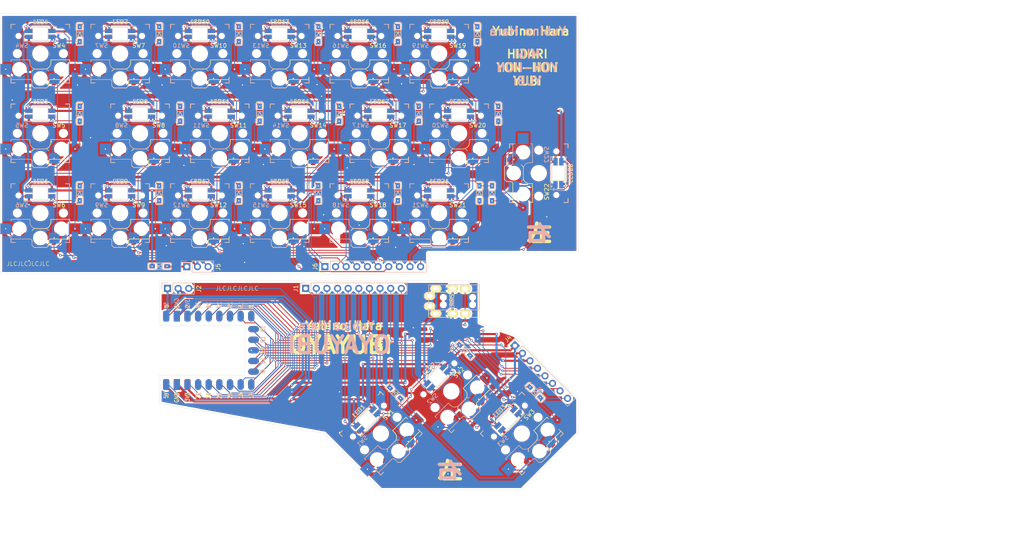
<source format=kicad_pcb>
(kicad_pcb (version 20240108) (generator "pcbnew") (generator_version "8.0")
  (title_block (title "yubino hara") (rev "2.4"))
  (layers (0 "F.Cu" signal) (31 "B.Cu" signal) (34 "B.Paste" user) (35 "F.Paste" user) (36 "B.SilkS" user "B.Silkscreen") (37 "F.SilkS" user "F.Silkscreen") (38 "B.Mask" user) (39 "F.Mask" user) (44 "Edge.Cuts" user))
  (net 0 "")
  (net 1 "Net-(D1-A)")
  (net 2 "Net-(D2-A)")
  (net 3 "Net-(D3-A)")
  (net 4 "Net-(D7-A)")
  (net 5 "Net-(D8-A)")
  (net 6 "Net-(D9-A)")
  (net 7 "Net-(D10-A)")
  (net 8 "Net-(D11-A)")
  (net 9 "Net-(D12-A)")
  (net 10 "Net-(D13-A)")
  (net 11 "Net-(D14-A)")
  (net 12 "Net-(D15-A)")
  (net 13 "Net-(D16-A)")
  (net 14 "Net-(D17-A)")
  (net 15 "Net-(D18-A)")
  (net 16 "Net-(D19-A)")
  (net 17 "Net-(D20-A)")
  (net 18 "Net-(D21-A)")
  (net 19 "u1_data")
  (net 20 "Net-(D22-A)")
  (net 21 "GND")
  (net 22 "u1_row3")
  (net 23 "Net-(D4-A)")
  (net 24 "Net-(D5-A)")
  (net 25 "Net-(D6-A)")
  (net 27 "u1_row1")
  (net 28 "u1_col0")
  (net 29 "u1_col4")
  (net 30 "u1_3.3v")
  (net 31 "u1_col6")
  (net 32 "u1_col2")
  (net 33 "u1_row0")
  (net 34 "u1_col3")
  (net 35 "u1_col5")
  (net 36 "u1_row2")
  (net 37 "u1_col1")
  (net 38 "u1_led")
  (net 39 "u1_5v")
  (net 42 "/4Finger/t_row0")
  (net 43 "/4Finger/t_row1")
  (net 44 "/4Finger/t_row2")
  (net 45 "u1_op4")
  (net 46 "u1_op5")
  (net 47 "u1_op1")
  (net 48 "u1_op2")
  (net 49 "/4Finger/t_col2")
  (net 50 "/4Finger/t_col1")
  (net 51 "/4Finger/t_col6")
  (net 52 "/4Finger/t_col3")
  (net 53 "/4Finger/t_col0")
  (net 54 "/4Finger/t_col5")
  (net 55 "/4Finger/t_col4")
  (net 56 "u1_op3")
  (net 58 "t_5v")
  (net 59 "led")
  (net 60 "Net-(LED1-DOUT)")
  (net 61 "Net-(LED2-DOUT)")
  (net 63 "Net-(LED4-DOUT)")
  (net 64 "Net-(LED5-DOUT)")
  (net 65 "Net-(LED6-DOUT)")
  (net 66 "Net-(LED10-DIN)")
  (net 67 "Net-(LED11-DIN)")
  (net 68 "Net-(LED12-DIN)")
  (net 69 "Net-(LED10-DOUT)")
  (net 70 "Net-(LED11-DOUT)")
  (net 71 "Net-(LED12-DOUT)")
  (net 72 "Net-(LED13-DOUT)")
  (net 73 "Net-(LED14-DOUT)")
  (net 74 "Net-(LED15-DOUT)")
  (net 75 "Net-(LED16-DOUT)")
  (net 76 "Net-(LED17-DOUT)")
  (net 77 "Net-(LED18-DOUT)")
  (net 78 "Net-(LED19-DOUT)")
  (net 79 "Net-(LED20-DOUT)")
  (net 80 "Net-(LED21-DOUT)")
  (net 81 "Net-(D23-K)")
  (net 83 "t_GND")
  (footprint "kbd:D3_SMD" (layer "F.Cu") (at 133.42 22.475 -90)
    (property "Reference" "D19" (hide yes))
    (property "Value" "D" (hide yes))
  )
  (footprint "kbd:D3_SMD" (layer "F.Cu") (at 100.42 41.475 -90)
    (property "Reference" "D14" (hide yes))
    (property "Value" "D" (hide yes))
  )
  (footprint "sepsepkbd:YS-SK6812MINI-E" (layer "F.Cu") (at 48.07 22.4)
    (property "Reference" "LED7")
    (property "Value" "YS-SK6812MINI-E")
    (fp_line (start -1.8 -1.55) (end -1.8 1.55) (stroke (width 0.12)) (layer "Edge.Cuts"))
    (fp_line (start -1.8 1.55) (end 1.8 1.55) (stroke (width 0.12)) (layer "Edge.Cuts"))
    (fp_line (start 1.8 -1.55) (end -1.8 -1.55) (stroke (width 0.12)) (layer "Edge.Cuts"))
    (fp_line (start 1.8 1.55) (end 1.8 -1.55) (stroke (width 0.12)) (layer "Edge.Cuts"))
  )
  (footprint "keyswitches:Kailh_socket_PG1350_reversible" (layer "F.Cu") (at 90.9325 46.15)
    (property "Reference" "SW14")
    (property "Value" "SW_PUSH")
  )
  (footprint "sepsepkbd:YS-SK6812MINI-E" (layer "F.Cu") (at 67.12 22.4)
    (property "Reference" "LED10")
    (property "Value" "YS-SK6812MINI-E")
    (fp_line (start -1.8 -1.55) (end -1.8 1.55) (stroke (width 0.12)) (layer "Edge.Cuts"))
    (fp_line (start -1.8 1.55) (end 1.8 1.55) (stroke (width 0.12)) (layer "Edge.Cuts"))
    (fp_line (start 1.8 -1.55) (end -1.8 -1.55) (stroke (width 0.12)) (layer "Edge.Cuts"))
    (fp_line (start 1.8 1.55) (end 1.8 -1.55) (stroke (width 0.12)) (layer "Edge.Cuts"))
  )
  (footprint "keyswitches:Kailh_socket_PG1350_reversible" (layer "F.Cu") (at 148.0825 55.675 -90)
    (property "Reference" "SW22")
    (property "Value" "SW_PUSH")
  )
  (footprint "kbd:D3_SMD" (layer "F.Cu") (at 57.42 22.475 -90)
    (property "Reference" "D7" (hide yes))
    (property "Value" "D" (hide yes))
  )
  (footprint "sepsepkbd:YS-SK6812MINI-E" (layer "F.Cu") (at 52.8325 41.45)
    (property "Reference" "LED8")
    (property "Value" "YS-SK6812MINI-E")
    (fp_line (start -1.8 -1.55) (end -1.8 1.55) (stroke (width 0.12)) (layer "Edge.Cuts"))
    (fp_line (start -1.8 1.55) (end 1.8 1.55) (stroke (width 0.12)) (layer "Edge.Cuts"))
    (fp_line (start 1.8 -1.55) (end -1.8 -1.55) (stroke (width 0.12)) (layer "Edge.Cuts"))
    (fp_line (start 1.8 1.55) (end 1.8 -1.55) (stroke (width 0.12)) (layer "Edge.Cuts"))
  )
  (footprint "sepsepkbd:YS-SK6812MINI-E" (layer "F.Cu") (at 86.17 22.4)
    (property "Reference" "LED13")
    (property "Value" "YS-SK6812MINI-E")
    (fp_line (start -1.8 -1.55) (end -1.8 1.55) (stroke (width 0.12)) (layer "Edge.Cuts"))
    (fp_line (start -1.8 1.55) (end 1.8 1.55) (stroke (width 0.12)) (layer "Edge.Cuts"))
    (fp_line (start 1.8 -1.55) (end -1.8 -1.55) (stroke (width 0.12)) (layer "Edge.Cuts"))
    (fp_line (start 1.8 1.55) (end 1.8 -1.55) (stroke (width 0.12)) (layer "Edge.Cuts"))
  )
  (footprint "keyswitches:Kailh_socket_PG1350_reversible" (layer "F.Cu") (at 109.9825 46.15)
    (property "Reference" "SW17")
    (property "Value" "SW_PUSH")
  )
  (footprint "keyswitches:Kailh_socket_PG1350_reversible" (layer "F.Cu") (at 67.12 65.2)
    (property "Reference" "SW12")
    (property "Value" "SW_PUSH")
  )
  (footprint "keyswitches:Kailh_socket_PG1350_reversible" (layer "F.Cu") (at 29.02 46.15)
    (property "Reference" "SW5")
    (property "Value" "SW_PUSH")
  )
  (footprint "kbd:D3_SMD" (layer "F.Cu") (at 76.42 22.475 -90)
    (property "Reference" "D10" (hide yes))
    (property "Value" "D" (hide yes))
  )
  (footprint "keyswitches:Kailh_socket_PG1350_reversible" (layer "F.Cu") (at 110.353656 117.877788 45)
    (property "Reference" "SW1")
    (property "Value" "SW_PUSH")
  )
  (footprint "keyswitches:Kailh_socket_PG1350_reversible" (layer "F.Cu") (at 144.029616 117.877788 45)
    (property "Reference" "SW3")
    (property "Value" "SW_PUSH")
  )
  (footprint "kbd:D3_SMD" (layer "F.Cu") (at 38.42 22.475 -90)
    (property "Reference" "D4" (hide yes))
    (property "Value" "D" (hide yes))
  )
  (footprint "sepsepkbd:YS-SK6812MINI-E" (layer "F.Cu") (at 152.7825 55.675 -90)
    (property "Reference" "LED22")
    (property "Value" "YS-SK6812MINI-E")
    (fp_line (start -1.8 1.55) (end 1.8 1.55) (stroke (width 0.12)) (layer "Edge.Cuts"))
    (fp_line (start 1.8 1.55) (end 1.8 -1.55) (stroke (width 0.12)) (layer "Edge.Cuts"))
    (fp_line (start -1.8 -1.55) (end -1.8 1.55) (stroke (width 0.12)) (layer "Edge.Cuts"))
    (fp_line (start 1.8 -1.55) (end -1.8 -1.55) (stroke (width 0.12)) (layer "Edge.Cuts"))
  )
  (footprint "kbd:D3_SMD" (layer "F.Cu") (at 57.5 77.9)
    (property "Reference" "D23" (hide yes))
    (property "Value" "D" (hide yes))
  )
  (footprint "sepsepkbd:PinHeader_1x08_P2.54mm_Vertical" (layer "F.Cu") (at 142.391636 96.9 45)
    (property "Reference" "J4")
    (property "Value" "Conn_01x08_Pin")
  )
  (footprint "sepsepkbd:YS-SK6812MINI-E" (layer "F.Cu") (at 67.12 60.5)
    (property "Reference" "LED12")
    (property "Value" "YS-SK6812MINI-E")
    (fp_line (start -1.8 -1.55) (end -1.8 1.55) (stroke (width 0.12)) (layer "Edge.Cuts"))
    (fp_line (start -1.8 1.55) (end 1.8 1.55) (stroke (width 0.12)) (layer "Edge.Cuts"))
    (fp_line (start 1.8 -1.55) (end -1.8 -1.55) (stroke (width 0.12)) (layer "Edge.Cuts"))
    (fp_line (start 1.8 1.55) (end 1.8 -1.55) (stroke (width 0.12)) (layer "Edge.Cuts"))
  )
  (footprint "kbd:D3_SMD" (layer "F.Cu") (at 57.42 60.475 -90)
    (property "Reference" "D9" (hide yes))
    (property "Value" "D" (hide yes))
  )
  (footprint "sepsepkbd:YS-SK6812MINI-E" (layer "F.Cu") (at 29.02 22.4)
    (property "Reference" "LED4")
    (property "Value" "YS-SK6812MINI-E")
    (fp_line (start -1.8 -1.55) (end -1.8 1.55) (stroke (width 0.12)) (layer "Edge.Cuts"))
    (fp_line (start -1.8 1.55) (end 1.8 1.55) (stroke (width 0.12)) (layer "Edge.Cuts"))
    (fp_line (start 1.8 -1.55) (end -1.8 -1.55) (stroke (width 0.12)) (layer "Edge.Cuts"))
    (fp_line (start 1.8 1.55) (end 1.8 -1.55) (stroke (width 0.12)) (layer "Edge.Cuts"))
  )
  (footprint "sepsepkbd:YS-SK6812MINI-E" (layer "F.Cu") (at 107.030254 114.554387 45)
    (property "Reference" "LED1")
    (property "Value" "YS-SK6812MINI-E")
    (fp_line (start -1.8 -1.55) (end -1.8 1.55) (stroke (width 0.12)) (layer "Edge.Cuts"))
    (fp_line (start -1.8 1.55) (end 1.8 1.55) (stroke (width 0.12)) (layer "Edge.Cuts"))
    (fp_line (start 1.8 -1.55) (end -1.8 -1.55) (stroke (width 0.12)) (layer "Edge.Cuts"))
    (fp_line (start 1.8 1.55) (end 1.8 -1.55) (stroke (width 0.12)) (layer "Edge.Cuts"))
  )
  (footprint "kbd:D3_SMD" (layer "F.Cu") (at 136.92 60.475 -90)
    (property "Reference" "D22" (hide yes))
    (property "Value" "D" (hide yes))
  )
  (footprint "kbd:MJ-4PP-9" (layer "F.Cu") (at 133.791636 87.1 -90)
    (property "Reference" "J3")
    (property "Value" "MJ-4PP-9" (hide yes))
  )
  (footprint "kbd:D3_SMD" (layer "F.Cu") (at 133.92 60.475 -90)
    (property "Reference" "D21" (hide yes))
    (property "Value" "D" (hide yes))
  )
  (footprint "sepsepkbd:YS-SK6812MINI-E" (layer "F.Cu") (at 123.868235 104.451598 45)
    (property "Reference" "LED2")
    (property "Value" "YS-SK6812MINI-E")
    (fp_line (start -1.8 -1.55) (end -1.8 1.55) (stroke (width 0.12)) (layer "Edge.Cuts"))
    (fp_line (start -1.8 1.55) (end 1.8 1.55) (stroke (width 0.12)) (layer "Edge.Cuts"))
    (fp_line (start 1.8 -1.55) (end -1.8 -1.55) (stroke (width 0.12)) (layer "Edge.Cuts"))
    (fp_line (start 1.8 1.55) (end 1.8 -1.55) (stroke (width 0.12)) (layer "Edge.Cuts"))
  )
  (footprint "kbd:D3_SMD" (layer "F.Cu") (at 38.42 41.475 -90)
    (property "Reference" "D5" (hide yes))
    (property "Value" "D" (hide yes))
  )
  (footprint "sepsepkbd:YS-SK6812MINI-E" (layer "F.Cu") (at 29.02 41.45)
    (property "Reference" "LED5")
    (property "Value" "YS-SK6812MINI-E")
    (fp_line (start -1.8 -1.55) (end -1.8 1.55) (stroke (width 0.12)) (layer "Edge.Cuts"))
    (fp_line (start -1.8 1.55) (end 1.8 1.55) (stroke (width 0.12)) (layer "Edge.Cuts"))
    (fp_line (start 1.8 -1.55) (end -1.8 -1.55) (stroke (width 0.12)) (layer "Edge.Cuts"))
    (fp_line (start 1.8 1.55) (end 1.8 -1.55) (stroke (width 0.12)) (layer "Edge.Cuts"))
  )
  (footprint "sepsepkbd:YS-SK6812MINI-E" (layer "F.Cu") (at 105.22 22.4)
    (property "Reference" "LED16")
    (property "Value" "YS-SK6812MINI-E")
    (fp_line (start -1.8 -1.55) (end -1.8 1.55) (stroke (width 0.12)) (layer "Edge.Cuts"))
    (fp_line (start -1.8 1.55) (end 1.8 1.55) (stroke (width 0.12)) (layer "Edge.Cuts"))
    (fp_line (start 1.8 -1.55) (end -1.8 -1.55) (stroke (width 0.12)) (layer "Edge.Cuts"))
    (fp_line (start 1.8 1.55) (end 1.8 -1.55) (stroke (width 0.12)) (layer "Edge.Cuts"))
  )
  (footprint "sepsepkbd:PinHeader_1x03_P2.54mm_Vertical" (layer "F.Cu") (at 59.391636 83.2 90)
    (property "Reference" "J2")
    (property "Value" "Conn_01x03_Pin")
  )
  (footprint "sepsepkbd:YS-SK6812MINI-E" (layer "F.Cu") (at 48.07 60.5)
    (property "Reference" "LED9")
    (property "Value" "YS-SK6812MINI-E")
    (fp_line (start -1.8 -1.55) (end -1.8 1.55) (stroke (width 0.12)) (layer "Edge.Cuts"))
    (fp_line (start -1.8 1.55) (end 1.8 1.55) (stroke (width 0.12)) (layer "Edge.Cuts"))
    (fp_line (start 1.8 -1.55) (end -1.8 -1.55) (stroke (width 0.12)) (layer "Edge.Cuts"))
    (fp_line (start 1.8 1.55) (end 1.8 -1.55) (stroke (width 0.12)) (layer "Edge.Cuts"))
  )
  (footprint "sepsepkbd:YS-SK6812MINI-E" (layer "F.Cu") (at 86.17 60.5)
    (property "Reference" "LED15")
    (property "Value" "YS-SK6812MINI-E")
    (fp_line (start -1.8 -1.55) (end -1.8 1.55) (stroke (width 0.12)) (layer "Edge.Cuts"))
    (fp_line (start -1.8 1.55) (end 1.8 1.55) (stroke (width 0.12)) (layer "Edge.Cuts"))
    (fp_line (start 1.8 -1.55) (end -1.8 -1.55) (stroke (width 0.12)) (layer "Edge.Cuts"))
    (fp_line (start 1.8 1.55) (end 1.8 -1.55) (stroke (width 0.12)) (layer "Edge.Cuts"))
  )
  (footprint "keyswitches:Kailh_socket_PG1350_reversible" (layer "F.Cu") (at 129.0325 46.15)
    (property "Reference" "SW20")
    (property "Value" "SW_PUSH")
  )
  (footprint "sepsepkbd:4FingerBoard_logo" (layer "F.Cu") (at 145.2 25.1)
    (property "Reference" "REF**" (hide yes))
    (property "Value" "4FingerBoard_logo")
  )
  (footprint "keyswitches:Kailh_socket_PG1350_reversible" (layer "F.Cu") (at 86.17 65.2)
    (property "Reference" "SW15")
    (property "Value" "SW_PUSH")
  )
  (footprint "keyswitches:Kailh_socket_PG1350_reversible" (layer "F.Cu") (at 127.191636 107.775 45)
    (property "Reference" "SW2")
    (property "Value" "SW_PUSH")
  )
  (footprint "kbd:D3_SMD" (layer "F.Cu") (at 114.42 22.475 -90)
    (property "Reference" "D16" (hide yes))
    (property "Value" "D" (hide yes))
  )
  (footprint "sepsepkbd:YS-SK6812MINI-E" (layer "F.Cu") (at 90.9325 41.45)
    (property "Reference" "LED14")
    (property "Value" "YS-SK6812MINI-E")
    (fp_line (start -1.8 -1.55) (end -1.8 1.55) (stroke (width 0.12)) (layer "Edge.Cuts"))
    (fp_line (start -1.8 1.55) (end 1.8 1.55) (stroke (width 0.12)) (layer "Edge.Cuts"))
    (fp_line (start 1.8 -1.55) (end -1.8 -1.55) (stroke (width 0.12)) (layer "Edge.Cuts"))
    (fp_line (start 1.8 1.55) (end 1.8 -1.55) (stroke (width 0.12)) (layer "Edge.Cuts"))
  )
  (footprint "sepsepkbd:YS-SK6812MINI-E" (layer "F.Cu") (at 105.22 60.5)
    (property "Reference" "LED18")
    (property "Value" "YS-SK6812MINI-E")
    (fp_line (start -1.8 -1.55) (end -1.8 1.55) (stroke (width 0.12)) (layer "Edge.Cuts"))
    (fp_line (start -1.8 1.55) (end 1.8 1.55) (stroke (width 0.12)) (layer "Edge.Cuts"))
    (fp_line (start 1.8 -1.55) (end -1.8 -1.55) (stroke (width 0.12)) (layer "Edge.Cuts"))
    (fp_line (start 1.8 1.55) (end 1.8 -1.55) (stroke (width 0.12)) (layer "Edge.Cuts"))
  )
  (footprint "sepsepkbd:PinHeader_1x10_P2.54mm_Vertical" (layer "F.Cu") (at 97 78 90)
    (property "Reference" "J6")
    (property "Value" "Conn_01x10_Pin")
  )
  (footprint "kbd:D3_SMD" (layer "F.Cu") (at 95.42 60.475 -90)
    (property "Reference" "D15" (hide yes))
    (property "Value" "D" (hide yes))
  )
  (footprint "keyswitches:Kailh_socket_PG1350_reversible" (layer "F.Cu") (at 71.8825 46.15)
    (property "Reference" "SW11")
    (property "Value" "SW_PUSH")
  )
  (footprint "sepsepkbd:ThumbsBoard_logo" (layer "F.Cu") (at 100.491636 94.3)
    (property "Reference" "REF**" (hide yes))
    (property "Value" "ThumbsBoard_logo" (hide yes))
  )
  (footprint "sepsepkbd:YS-SK6812MINI-E" (layer "F.Cu") (at 124.27 22.4)
    (property "Reference" "LED19")
    (property "Value" "YS-SK6812MINI-E")
    (fp_line (start -1.8 -1.55) (end -1.8 1.55) (stroke (width 0.12)) (layer "Edge.Cuts"))
    (fp_line (start -1.8 1.55) (end 1.8 1.55) (stroke (width 0.12)) (layer "Edge.Cuts"))
    (fp_line (start 1.8 -1.55) (end -1.8 -1.55) (stroke (width 0.12)) (layer "Edge.Cuts"))
    (fp_line (start 1.8 1.55) (end 1.8 -1.55) (stroke (width 0.12)) (layer "Edge.Cuts"))
  )
  (footprint "keyswitches:Kailh_socket_PG1350_reversible" (layer "F.Cu") (at 124.27 27.1)
    (property "Reference" "SW19")
    (property "Value" "SW_PUSH")
  )
  (footprint "sepsepkbd:WS-RP2040-Zero SMD" (layer "F.Cu") (at 69.241636 98 90)
    (property "Reference" "U1" (hide yes))
    (property "Value" "RP2040-Zero" (hide yes))
    (fp_line (start -5.9 -11.75) (end -5.9 8.65) (stroke (width 0.05)) (layer "Edge.Cuts"))
    (fp_line (start 5.9 8.65) (end 5.9 -11.75) (stroke (width 0.05)) (layer "Edge.Cuts"))
    (fp_line (start -5.9 8.65) (end 5.9 8.65) (stroke (width 0.05)) (layer "Edge.Cuts"))
  )
  (footprint "kbd:D3_SMD" (layer "F.Cu") (at 62.42 41.475 -90)
    (property "Reference" "D8" (hide yes))
    (property "Value" "D" (hide yes))
  )
  (footprint "kbd:D3_SMD" (layer "F.Cu") (at 76.42 60.475 -90)
    (property "Reference" "D12" (hide yes))
    (property "Value" "D" (hide yes))
  )
  (footprint "kbd:D3_SMD" (layer "F.Cu") (at 81.42 41.475 -90)
    (property "Reference" "D11" (hide yes))
    (property "Value" "D" (hide yes))
  )
  (footprint "kbd:D3_SMD" (layer "F.Cu") (at 114.42 60.475 -90)
    (property "Reference" "D18" (hide yes))
    (property "Value" "D" (hide yes))
  )
  (footprint "keyswitches:Kailh_socket_PG1350_reversible" (layer "F.Cu") (at 48.07 65.2)
    (property "Reference" "SW9")
    (property "Value" "SW_PUSH")
  )
  (footprint "keyswitches:Kailh_socket_PG1350_reversible" (layer "F.Cu") (at 29.02 65.2)
    (property "Reference" "SW6")
    (property "Value" "SW_PUSH")
  )
  (footprint "keyswitches:Kailh_socket_PG1350_reversible" (layer "F.Cu") (at 48.07 27.1)
    (property "Reference" "SW7")
    (property "Value" "SW_PUSH")
  )
  (footprint "kbd:D3_SMD" (layer "F.Cu") (at 95.4625 22.475 -90)
    (property "Reference" "D13" (hide yes))
    (property "Value" "D" (hide yes))
  )
  (footprint "keyswitches:Kailh_socket_PG1350_reversible" (layer "F.Cu") (at 29.02 27.1)
    (property "Reference" "SW4")
    (property "Value" "SW_PUSH")
  )
  (footprint "keyswitches:Kailh_socket_PG1350_reversible" (layer "F.Cu") (at 105.22 27.1)
    (property "Reference" "SW16")
    (property "Value" "SW_PUSH")
  )
  (footprint "sepsepkbd:PinHeader_1x10_P2.54mm_Vertical" (layer "F.Cu") (at 92.391636 83.2 90)
    (property "Reference" "J1")
    (property "Value" "Conn_01x10_Pin")
  )
  (footprint "keyswitches:Kailh_socket_PG1350_reversible" (layer "F.Cu") (at 52.8325 46.15)
    (property "Reference" "SW8")
    (property "Value" "SW_PUSH")
  )
  (footprint "sepsepkbd:YS-SK6812MINI-E" (layer "F.Cu") (at 71.8825 41.45)
    (property "Reference" "LED11")
    (property "Value" "YS-SK6812MINI-E")
    (fp_line (start -1.8 -1.55) (end -1.8 1.55) (stroke (width 0.12)) (layer "Edge.Cuts"))
    (fp_line (start -1.8 1.55) (end 1.8 1.55) (stroke (width 0.12)) (layer "Edge.Cuts"))
    (fp_line (start 1.8 -1.55) (end -1.8 -1.55) (stroke (width 0.12)) (layer "Edge.Cuts"))
    (fp_line (start 1.8 1.55) (end 1.8 -1.55) (stroke (width 0.12)) (layer "Edge.Cuts"))
  )
  (footprint "sepsepkbd:YS-SK6812MINI-E" (layer "F.Cu") (at 29.02 60.5)
    (property "Reference" "LED6")
    (property "Value" "YS-SK6812MINI-E")
    (fp_line (start -1.8 -1.55) (end -1.8 1.55) (stroke (width 0.12)) (layer "Edge.Cuts"))
    (fp_line (start -1.8 1.55) (end 1.8 1.55) (stroke (width 0.12)) (layer "Edge.Cuts"))
    (fp_line (start 1.8 -1.55) (end -1.8 -1.55) (stroke (width 0.12)) (layer "Edge.Cuts"))
    (fp_line (start 1.8 1.55) (end 1.8 -1.55) (stroke (width 0.12)) (layer "Edge.Cuts"))
  )
  (footprint "sepsepkbd:YS-SK6812MINI-E" (layer "F.Cu") (at 109.9825 41.45)
    (property "Reference" "LED17")
    (property "Value" "YS-SK6812MINI-E")
    (fp_line (start -1.8 -1.55) (end -1.8 1.55) (stroke (width 0.12)) (layer "Edge.Cuts"))
    (fp_line (start -1.8 1.55) (end 1.8 1.55) (stroke (width 0.12)) (layer "Edge.Cuts"))
    (fp_line (start 1.8 -1.55) (end -1.8 -1.55) (stroke (width 0.12)) (layer "Edge.Cuts"))
    (fp_line (start 1.8 1.55) (end 1.8 -1.55) (stroke (width 0.12)) (layer "Edge.Cuts"))
  )
  (footprint "sepsepkbd:YS-SK6812MINI-E" (layer "F.Cu") (at 129.0325 41.45)
    (property "Reference" "LED20")
    (property "Value" "YS-SK6812MINI-E")
    (fp_line (start -1.8 -1.55) (end -1.8 1.55) (stroke (width 0.12)) (layer "Edge.Cuts"))
    (fp_line (start -1.8 1.55) (end 1.8 1.55) (stroke (width 0.12)) (layer "Edge.Cuts"))
    (fp_line (start 1.8 -1.55) (end -1.8 -1.55) (stroke (width 0.12)) (layer "Edge.Cuts"))
    (fp_line (start 1.8 1.55) (end 1.8 -1.55) (stroke (width 0.12)) (layer "Edge.Cuts"))
  )
  (footprint "keyswitches:Kailh_socket_PG1350_reversible" (layer "F.Cu") (at 86.17 27.1)
    (property "Reference" "SW13")
    (property "Value" "SW_PUSH")
  )
  (footprint "sepsepkbd:YS-SK6812MINI-E" (layer "F.Cu") (at 124.27 60.5)
    (property "Reference" "LED21")
    (property "Value" "YS-SK6812MINI-E")
    (fp_line (start -1.8 -1.55) (end -1.8 1.55) (stroke (width 0.12)) (layer "Edge.Cuts"))
    (fp_line (start -1.8 1.55) (end 1.8 1.55) (stroke (width 0.12)) (layer "Edge.Cuts"))
    (fp_line (start 1.8 -1.55) (end -1.8 -1.55) (stroke (width 0.12)) (layer "Edge.Cuts"))
    (fp_line (start 1.8 1.55) (end 1.8 -1.55) (stroke (width 0.12)) (layer "Edge.Cuts"))
  )
  (footprint "kbd:D3_SMD" (layer "F.Cu") (at 119.42 41.475 -90)
    (property "Reference" "D17" (hide yes))
    (property "Value" "D" (hide yes))
  )
  (footprint "kbd:D3_SMD" (layer "F.Cu") (at 38.42 60.475 -90)
    (property "Reference" "D6" (hide yes))
    (property "Value" "D" (hide yes))
  )
  (footprint "keyswitches:Kailh_socket_PG1350_reversible" (layer "F.Cu") (at 67.12 27.1)
    (property "Reference" "SW10")
    (property "Value" "SW_PUSH")
  )
  (footprint "kbd:D3_SMD" (layer "F.Cu") (at 138.42 41.475 -90)
    (property "Reference" "D20" (hide yes))
    (property "Value" "D" (hide yes))
  )
  (footprint "sepsepkbd:PinHeader_1x03_P2.54mm_Vertical" (layer "F.Cu") (at 64 78 90)
    (property "Reference" "J5")
    (property "Value" "Conn_01x03_Pin")
  )
  (footprint "sepsepkbd:YS-SK6812MINI-E" (layer "F.Cu") (at 140.706215 114.554386 45)
    (property "Reference" "LED3")
    (property "Value" "YS-SK6812MINI-E")
    (fp_line (start -1.8 -1.55) (end -1.8 1.55) (stroke (width 0.12)) (layer "Edge.Cuts"))
    (fp_line (start -1.8 1.55) (end 1.8 1.55) (stroke (width 0.12)) (layer "Edge.Cuts"))
    (fp_line (start 1.8 -1.55) (end -1.8 -1.55) (stroke (width 0.12)) (layer "Edge.Cuts"))
    (fp_line (start 1.8 1.55) (end 1.8 -1.55) (stroke (width 0.12)) (layer "Edge.Cuts"))
  )
  (footprint "keyswitches:Kailh_socket_PG1350_reversible" (layer "F.Cu") (at 105.22 65.2)
    (property "Reference" "SW18")
    (property "Value" "SW_PUSH")
  )
  (footprint "keyswitches:Kailh_socket_PG1350_reversible" (layer "F.Cu") (at 124.27 65.2)
    (property "Reference" "SW21")
    (property "Value" "SW_PUSH")
  )
  (footprint "kbd:D3_SMD" (layer "B.Cu") (at 130.414275 97.967429 -45)
    (property "Reference" "D2" (hide yes))
    (property "Value" "D" (hide yes))
  )
  (footprint "sepsepkbd:ThumbsBoard_logo" (layer "B.Cu") (at 100.691636 94.3 180)
    (property "Reference" "REF**" (hide yes))
    (property "Value" "ThumbsBoard_logo" (hide yes))
  )
  (footprint "kbd:D3_SMD" (layer "B.Cu") (at 113.797266 108.220477 -45)
    (property "Reference" "D1" (hide yes))
    (property "Value" "D" (hide yes))
  )
  (footprint "kbd:D3_SMD" (layer "B.Cu") (at 147.2169 108.034861 -45)
    (property "Reference" "D3" (hide yes))
    (property "Value" "D" (hide yes))
  )
  (gr_line (start 121.65 79.7625) (end 19.425 79.7625) (stroke (width 0.05)) (layer "Edge.Cuts"))
  (gr_line (start 19.425 79.7625) (end 19.425 17.6125) (stroke (width 0.05)) (layer "Edge.Cuts"))
  (gr_line (start 144.029616 131.348172) (end 110.353656 131.348172) (stroke (width 0.05)) (layer "Edge.Cuts"))
  (gr_line (start 142.395585 94.354416) (end 157.492315 109.451145) (stroke (width 0.05)) (layer "Edge.Cuts"))
  (gr_line (start 57.491636 81.4) (end 133.949136 81.4) (stroke (width 0.05)) (layer "Edge.Cuts"))
  (gr_line (start 121.65 74.725) (end 121.65 79.7625) (stroke (width 0.05)) (layer "Edge.Cuts"))
  (gr_line (start 96.883272 117.877788) (end 57.491636 110.7) (stroke (width 0.05)) (layer "Edge.Cuts"))
  (gr_line (start 57.491636 92.1) (end 57.491636 81.4) (stroke (width 0.05)) (layer "Edge.Cuts"))
  (gr_line (start 110.353656 131.348172) (end 96.883272 117.877788) (stroke (width 0.05)) (layer "Edge.Cuts"))
  (gr_line (start 57.491636 110.7) (end 57.491636 103.9) (stroke (width 0.05)) (layer "Edge.Cuts"))
  (gr_line (start 142.395585 94.354416) (end 133.949136 91.4) (stroke (width 0.05)) (layer "Edge.Cuts"))
  (gr_line (start 157.5475 17.6125) (end 157.5475 74.725) (stroke (width 0.05)) (layer "Edge.Cuts"))
  (gr_line (start 157.5475 74.725) (end 121.65 74.725) (stroke (width 0.05)) (layer "Edge.Cuts"))
  (gr_line (start 19.425 17.6125) (end 157.5475 17.6125) (stroke (width 0.05)) (layer "Edge.Cuts"))
  (gr_line (start 157.492315 109.451145) (end 157.5 117.877788) (stroke (width 0.05)) (layer "Edge.Cuts"))
  (gr_line (start 157.5 117.877788) (end 144.029616 131.348172) (stroke (width 0.05)) (layer "Edge.Cuts"))
  (gr_line (start 133.949136 91.4) (end 133.949136 81.4) (stroke (width 0.05)) (layer "Edge.Cuts"))
  (gr_text "右" (at 151.5 72.5 0) (layer "B.SilkS") (effects (font (size 4 4) (thickness 0.8) (bold yes)) (justify left bottom mirror)))
  (gr_text "右" (at 130.191636 129.2 0) (layer "B.SilkS") (effects (font (size 4 4) (thickness 0.8) (bold yes)) (justify left bottom mirror)))
  (gr_text "JLCJLCJLCJLC" (at 70.791636 83.8 0) (layer "F.SilkS") (effects (font (size 1 1) (thickness 0.1)) (justify left bottom)))
  (gr_text "JLCJLCJLCJLC" (at 20.9 77.9 0) (layer "F.SilkS") (effects (font (size 1 1) (thickness 0.1)) (justify left bottom)))
  (gr_text "左" (at 123.491636 129.2 0) (layer "F.SilkS") (effects (font (size 4 4) (thickness 0.8) (bold yes)) (justify left bottom)))
  (gr_text "左" (at 144.8 72.5 0) (layer "F.SilkS") (effects (font (size 4 4) (thickness 0.8) (bold yes)) (justify left bottom)))
  (segment (start 118.856615 120.971379) (end 113.288668 126.539326) (width 0.2) (layer "F.Cu") (net 1))
  (segment (start 107.312577 126.539326) (end 107.153998 126.380747) (width 0.2) (layer "F.Cu") (net 1))
  (segment (start 118.856615 114.67813) (end 118.856615 120.971379) (width 0.2) (layer "F.Cu") (net 1))
  (segment (start 113.288668 126.539326) (end 107.312577 126.539326) (width 0.2) (layer "F.Cu") (net 1))
  (via (at 118.856615 114.67813) (size 0.6) (drill 0.3) (layers "F.Cu" "B.Cu") (net 1))
  (via (at 107.153998 126.380747) (size 0.6) (drill 0.3) (layers "F.Cu" "B.Cu") (net 1))
  (via (at 115.052381 109.475592) (size 0.6) (drill 0.3) (layers "F.Cu" "B.Cu") (net 1))
  (segment (start 115.052381 110.873896) (end 118.856615 114.67813) (width 0.2) (layer "B.Cu") (net 1))
  (segment (start 115.052381 109.475592) (end 115.052381 110.873896) (width 0.2) (layer "B.Cu") (net 1))
  (segment (start 130.126649 116.436538) (end 124.150557 116.436538) (width 0.2) (layer "F.Cu") (net 2))
  (segment (start 124.150557 116.436538) (end 123.991978 116.277959) (width 0.2) (layer "F.Cu") (net 2))
  (segment (start 135.694595 104.575342) (end 135.694595 110.868592) (width 0.2) (layer "F.Cu") (net 2))
  (segment (start 135.694595 110.868592) (end 130.126649 116.436538) (width 0.2) (layer "F.Cu") (net 2))
  (via (at 135.694595 104.575342) (size 0.6) (drill 0.3) (layers "F.Cu" "B.Cu") (net 2))
  (via (at 131.66939 99.222544) (size 0.6) (drill 0.3) (layers "F.Cu" "B.Cu") (net 2))
  (via (at 123.991978 116.277959) (size 0.6) (drill 0.3) (layers "F.Cu" "B.Cu") (net 2))
  (segment (start 131.66939 100.550137) (end 135.694595 104.575342) (width 0.2) (layer "B.Cu") (net 2))
  (segment (start 131.66939 99.222544) (end 131.66939 100.550137) (width 0.2) (layer "B.Cu") (net 2))
  (segment (start 152.532575 114.67813) (end 152.532575 120.971379) (width 0.2) (layer "F.Cu") (net 3))
  (segment (start 141.049211 126.6) (end 140.829958 126.380747) (width 0.2) (layer "F.Cu") (net 3))
  (segment (start 152.532575 120.971379) (end 146.903954 126.6) (width 0.2) (layer "F.Cu") (net 3))
  (segment (start 146.903954 126.6) (end 141.049211 126.6) (width 0.2) (layer "F.Cu") (net 3))
  (via (at 152.532575 114.67813) (size 0.6) (drill 0.3) (layers "F.Cu" "B.Cu") (net 3))
  (via (at 140.829958 126.380747) (size 0.6) (drill 0.3) (layers "F.Cu" "B.Cu") (net 3))
  (via (at 148.472015 109.289976) (size 0.6) (drill 0.3) (layers "F.Cu" "B.Cu") (net 3))
  (segment (start 148.472015 110.61757) (end 152.532575 114.67813) (width 0.2) (layer "B.Cu") (net 3))
  (segment (start 148.472015 109.289976) (end 148.472015 110.61757) (width 0.2) (layer "B.Cu") (net 3))
  (segment (start 56.345 30.85) (end 51.895 35.3) (width 0.2) (layer "F.Cu") (net 4))
  (segment (start 39.795 31.25) (end 39.795 30.85) (width 0.2) (layer "F.Cu") (net 4))
  (segment (start 51.895 35.3) (end 43.845 35.3) (width 0.2) (layer "F.Cu") (net 4))
  (segment (start 43.845 35.3) (end 39.795 31.25) (width 0.2) (layer "F.Cu") (net 4))
  (via (at 56.345 30.85) (size 0.6) (drill 0.3) (layers "F.Cu" "B.Cu") (net 4))
  (via (at 39.795 30.85) (size 0.6) (drill 0.3) (layers "F.Cu" "B.Cu") (net 4))
  (via (at 57.42 24.25) (size 0.6) (drill 0.3) (layers "F.Cu" "B.Cu") (net 4))
  (segment (start 57.42 24.25) (end 56.345 25.325) (width 0.2) (layer "B.Cu") (net 4))
  (segment (start 56.345 25.325) (end 56.345 30.85) (width 0.2) (layer "B.Cu") (net 4))
  (segment (start 44.5575 50.3) (end 44.5575 49.9) (width 0.2) (layer "F.Cu") (net 5))
  (segment (start 56.6575 54.35) (end 48.6075 54.35) (width 0.2) (layer "F.Cu") (net 5))
  (segment (start 48.6075 54.35) (end 44.5575 50.3) (width 0.2) (layer "F.Cu") (net 5))
  (segment (start 61.1075 49.9) (end 56.6575 54.35) (width 0.2) (layer "F.Cu") (net 5))
  (via (at 62.42 43.25) (size 0.6) (drill 0.3) (layers "F.Cu" "B.Cu") (net 5))
  (via (at 61.1075 49.9) (size 0.6) (drill 0.3) (layers "F.Cu" "B.Cu") (net 5))
  (via (at 44.5575 49.9) (size 0.6) (drill 0.3) (layers "F.Cu" "B.Cu") (net 5))
  (segment (start 62.42 43.25) (end 61.1075 44.5625) (width 0.2) (layer "B.Cu") (net 5))
  (segment (start 61.1075 44.5625) (end 61.1075 49.9) (width 0.2) (layer "B.Cu") (net 5))
  (segment (start 56.345 68.95) (end 51.895 73.4) (width 0.2) (layer "F.Cu") (net 6))
  (segment (start 44 73.4) (end 39.795 69.195) (width 0.2) (layer "F.Cu") (net 6))
  (segment (start 39.795 69.195) (end 39.795 68.95) (width 0.2) (layer "F.Cu") (net 6))
  (segment (start 51.895 73.4) (end 44 73.4) (width 0.2) (layer "F.Cu") (net 6))
  (via (at 57.42 62.25) (size 0.6) (drill 0.3) (layers "F.Cu" "B.Cu") (net 6))
  (via (at 56.475 68.95) (size 0.6) (drill 0.3) (layers "F.Cu" "B.Cu") (net 6))
  (via (at 39.795 68.95) (size 0.6) (drill 0.3) (layers "F.Cu" "B.Cu") (net 6))
  (segment (start 56.475 63.195) (end 56.475 68.95) (width 0.2) (layer "B.Cu") (net 6))
  (segment (start 57.42 62.25) (end 56.475 63.195) (width 0.2) (layer "B.Cu") (net 6))
  (segment (start 75.395 30.85) (end 70.945 35.3) (width 0.2) (layer "F.Cu") (net 7))
  (segment (start 63 35.3) (end 58.845 31.145) (width 0.2) (layer "F.Cu") (net 7))
  (segment (start 70.945 35.3) (end 63 35.3) (width 0.2) (layer "F.Cu") (net 7))
  (segment (start 58.845 31.145) (end 58.845 30.85) (width 0.2) (layer "F.Cu") (net 7))
  (via (at 58.845 30.85) (size 0.6) (drill 0.3) (layers "F.Cu" "B.Cu") (net 7))
  (via (at 76.42 24.25) (size 0.6) (drill 0.3) (layers "F.Cu" "B.Cu") (net 7))
  (via (at 75.395 30.85) (size 0.6) (drill 0.3) (layers "F.Cu" "B.Cu") (net 7))
  (segment (start 75.395 25.275) (end 75.395 30.85) (width 0.2) (layer "B.Cu") (net 7))
  (segment (start 76.42 24.25) (end 75.395 25.275) (width 0.2) (layer "B.Cu") (net 7))
  (segment (start 67.15 54.35) (end 63.6075 50.8075) (width 0.2) (layer "F.Cu") (net 8))
  (segment (start 63.6075 50.8075) (end 63.6075 49.9) (width 0.2) (layer "F.Cu") (net 8))
  (segment (start 80.1575 49.9) (end 75.7075 54.35) (width 0.2) (layer "F.Cu") (net 8))
  (segment (start 75.7075 54.35) (end 67.15 54.35) (width 0.2) (layer "F.Cu") (net 8))
  (via (at 81.42 43.25) (size 0.6) (drill 0.3) (layers "F.Cu" "B.Cu") (net 8))
  (via (at 80.1575 49.9) (size 0.6) (drill 0.3) (layers "F.Cu" "B.Cu") (net 8))
  (via (at 63.6075 49.9) (size 0.6) (drill 0.3) (layers "F.Cu" "B.Cu") (net 8))
  (segment (start 81.42 43.25) (end 80.1575 44.5125) (width 0.2) (layer "B.Cu") (net 8))
  (segment (start 80.1575 44.5125) (end 80.1575 49.9) (width 0.2) (layer "B.Cu") (net 8))
  (segment (start 75.395 68.95) (end 70.945 73.4) (width 0.2) (layer "F.Cu") (net 9))
  (segment (start 58.845 69.245) (end 58.845 68.95) (width 0.2) (layer "F.Cu") (net 9))
  (segment (start 63 73.4) (end 58.845 69.245) (width 0.2) (layer "F.Cu") (net 9))
  (segment (start 70.945 73.4) (end 63 73.4) (width 0.2) (layer "F.Cu") (net 9))
  (via (at 75.395 68.95) (size 0.6) (drill 0.3) (layers "F.Cu" "B.Cu") (net 9))
  (via (at 76.42 62.25) (size 0.6) (drill 0.3) (layers "F.Cu" "B.Cu") (net 9))
  (via (at 58.845 68.95) (size 0.6) (drill 0.3) (layers "F.Cu" "B.Cu") (net 9))
  (segment (start 76.42 62.25) (end 75.395 63.275) (width 0.2) (layer "B.Cu") (net 9))
  (segment (start 75.395 63.275) (end 75.395 68.95) (width 0.2) (layer "B.Cu") (net 9))
  (segment (start 77.895 31.295) (end 77.895 30.85) (width 0.2) (layer "F.Cu") (net 10))
  (segment (start 81.9 35.3) (end 77.895 31.295) (width 0.2) (layer "F.Cu") (net 10))
  (segment (start 94.445 30.85) (end 89.995 35.3) (width 0.2) (layer "F.Cu") (net 10))
  (segment (start 89.995 35.3) (end 81.9 35.3) (width 0.2) (layer "F.Cu") (net 10))
  (via (at 95.4625 24.25) (size 0.6) (drill 0.3) (layers "F.Cu" "B.Cu") (net 10))
  (via (at 77.895 30.85) (size 0.6) (drill 0.3) (layers "F.Cu" "B.Cu") (net 10))
  (via (at 94.445 30.85) (size 0.6) (drill 0.3) (layers "F.Cu" "B.Cu") (net 10))
  (segment (start 94.445 25.2675) (end 94.445 30.85) (width 0.2) (layer "B.Cu") (net 10))
  (segment (start 95.4625 24.25) (end 94.445 25.2675) (width 0.2) (layer "B.Cu") (net 10))
  (segment (start 99.2075 49.9) (end 94.7575 54.35) (width 0.2) (layer "F.Cu") (net 11))
  (segment (start 86.85 54.35) (end 82.6575 50.1575) (width 0.2) (layer "F.Cu") (net 11))
  (segment (start 82.6575 50.1575) (end 82.6575 49.9) (width 0.2) (layer "F.Cu") (net 11))
  (segment (start 94.7575 54.35) (end 86.85 54.35) (width 0.2) (layer "F.Cu") (net 11))
  (via (at 100.42 43.25) (size 0.6) (drill 0.3) (layers "F.Cu" "B.Cu") (net 11))
  (via (at 82.6575 49.9) (size 0.6) (drill 0.3) (layers "F.Cu" "B.Cu") (net 11))
  (via (at 99.2075 49.9) (size 0.6) (drill 0.3) (layers "F.Cu" "B.Cu") (net 11))
  (segment (start 100.42 43.25) (end 99.2075 44.4625) (width 0.2) (layer "B.Cu") (net 11))
  (segment (start 99.2075 44.4625) (end 99.2075 49.9) (width 0.2) (layer "B.Cu") (net 11))
  (segment (start 89.995 73.4) (end 81.945 73.4) (width 0.2) (layer "F.Cu") (net 12))
  (segment (start 81.945 73.4) (end 77.895 69.35) (width 0.2) (layer "F.Cu") (net 12))
  (segment (start 94.445 68.95) (end 89.995 73.4) (width 0.2) (layer "F.Cu") (net 12))
  (segment (start 77.895 69.35) (end 77.895 68.95) (width 0.2) (layer "F.Cu") (net 12))
  (via (at 94.445 68.95) (size 0.6) (drill 0.3) (layers "F.Cu" "B.Cu") (net 12))
  (via (at 77.895 68.95) (size 0.6) (drill 0.3) (layers "F.Cu" "B.Cu") (net 12))
  (via (at 95.42 62.25) (size 0.6) (drill 0.3) (layers "F.Cu" "B.Cu") (net 12))
  (segment (start 95.42 62.25) (end 94.445 63.225) (width 0.2) (layer "B.Cu") (net 12))
  (segment (start 94.445 63.225) (end 94.445 68.95) (width 0.2) (layer "B.Cu") (net 12))
  (segment (start 113.495 30.85) (end 109.045 35.3) (width 0.2) (layer "F.Cu") (net 13))
  (segment (start 109.045 35.3) (end 100.995 35.3) (width 0.2) (layer "F.Cu") (net 13))
  (segment (start 96.945 31.25) (end 96.945 30.85) (width 0.2) (layer "F.Cu") (net 13))
  (segment (start 100.995 35.3) (end 96.945 31.25) (width 0.2) (layer "F.Cu") (net 13))
  (via (at 114.42 24.25) (size 0.6) (drill 0.3) (layers "F.Cu" "B.Cu") (net 13))
  (via (at 113.495 30.85) (size 0.6) (drill 0.3) (layers "F.Cu" "B.Cu") (net 13))
  (via (at 96.945 30.85) (size 0.6) (drill 0.3) (layers "F.Cu" "B.Cu") (net 13))
  (segment (start 114.42 24.25) (end 113.495 25.175) (width 0.2) (layer "B.Cu") (net 13))
  (segment (start 113.495 25.175) (end 113.495 30.85) (width 0.2) (layer "B.Cu") (net 13))
  (segment (start 118.2575 49.9) (end 113.8075 54.35) (width 0.2) (layer "F.Cu") (net 14))
  (segment (start 113.8075 54.35) (end 105.65 54.35) (width 0.2) (layer "F.Cu") (net 14))
  (segment (start 105.65 54.35) (end 101.7075 50.4075) (width 0.2) (layer "F.Cu") (net 14))
  (segment (start 101.7075 50.4075) (end 101.7075 49.9) (width 0.2) (layer "F.Cu") (net 14))
  (via (at 119.42 43.25) (size 0.6) (drill 0.3) (layers "F.Cu" "B.Cu") (net 14))
  (via (at 101.7075 49.9) (size 0.6) (drill 0.3) (layers "F.Cu" "B.Cu") (net 14))
  (via (at 118.2575 49.9) (size 0.6) (drill 0.3) (layers "F.Cu" "B.Cu") (net 14))
  (segment (start 119.42 43.25) (end 118.2575 44.4125) (width 0.2) (layer "B.Cu") (net 14))
  (segment (start 118.2575 44.4125) (end 118.2575 49.9) (width 0.2) (layer "B.Cu") (net 14))
  (segment (start 113.495 68.95) (end 109.045 73.4) (width 0.2) (layer "F.Cu") (net 15))
  (segment (start 109.045 73.4) (end 100.995 73.4) (width 0.2) (layer "F.Cu") (net 15))
  (segment (start 100.995 73.4) (end 96.945 69.35) (width 0.2) (layer "F.Cu") (net 15))
  (segment (start 96.945 69.35) (end 96.945 68.95) (width 0.2) (layer "F.Cu") (net 15))
  (via (at 96.945 68.95) (size 0.6) (drill 0.3) (layers "F.Cu" "B.Cu") (net 15))
  (via (at 114.42 62.25) (size 0.6) (drill 0.3) (layers "F.Cu" "B.Cu") (net 15))
  (via (at 113.495 68.95) (size 0.6) (drill 0.3) (layers "F.Cu" "B.Cu") (net 15))
  (segment (start 113.495 63.175) (end 113.495 68.95) (width 0.2) (layer "B.Cu") (net 15))
  (segment (start 114.42 62.25) (end 113.495 63.175) (width 0.2) (layer "B.Cu") (net 15))
  (segment (start 120.045 35.3) (end 115.995 31.25) (width 0.2) (layer "F.Cu") (net 16))
  (segment (start 128.095 35.3) (end 120.045 35.3) (width 0.2) (layer "F.Cu") (net 16))
  (segment (start 132.545 30.85) (end 128.095 35.3) (width 0.2) (layer "F.Cu") (net 16))
  (segment (start 115.995 31.25) (end 115.995 30.85) (width 0.2) (layer "F.Cu") (net 16))
  (via (at 133.42 24.25) (size 0.6) (drill 0.3) (layers "F.Cu" "B.Cu") (net 16))
  (via (at 132.545 30.85) (size 0.6) (drill 0.3) (layers "F.Cu" "B.Cu") (net 16))
  (via (at 115.995 30.85) (size 0.6) (drill 0.3) (layers "F.Cu" "B.Cu") (net 16))
  (segment (start 133.42 24.25) (end 133.42 29.975) (width 0.2) (layer "B.Cu") (net 16))
  (segment (start 133.42 29.975) (end 132.545 30.85) (width 0.2) (layer "B.Cu") (net 16))
  (segment (start 120.7575 50.5575) (end 120.7575 49.9) (width 0.2) (layer "F.Cu") (net 17))
  (segment (start 132.8575 54.35) (end 124.55 54.35) (width 0.2) (layer "F.Cu") (net 17))
  (segment (start 137.3075 49.9) (end 132.8575 54.35) (width 0.2) (layer "F.Cu") (net 17))
  (segment (start 124.55 54.35) (end 120.7575 50.5575) (width 0.2) (layer "F.Cu") (net 17))
  (via (at 138.42 43.25) (size 0.6) (drill 0.3) (layers "F.Cu" "B.Cu") (net 17))
  (via (at 137.3075 49.9) (size 0.6) (drill 0.3) (layers "F.Cu" "B.Cu") (net 17))
  (via (at 120.7575 49.9) (size 0.6) (drill 0.3) (layers "F.Cu" "B.Cu") (net 17))
  (segment (start 138.42 48.7875) (end 137.3075 49.9) (width 0.2) (layer "B.Cu") (net 17))
  (segment (start 138.42 43.25) (end 138.42 48.7875) (width 0.2) (layer "B.Cu") (net 17))
  (segment (start 132.545 68.95) (end 128.095 73.4) (width 0.2) (layer "F.Cu") (net 18))
  (segment (start 115.995 69.35) (end 115.995 68.95) (width 0.2) (layer "F.Cu") (net 18))
  (segment (start 128.095 73.4) (end 120.045 73.4) (width 0.2) (layer "F.Cu") (net 18))
  (segment (start 120.045 73.4) (end 115.995 69.35) (width 0.2) (layer "F.Cu") (net 18))
  (via (at 133.92 62.25) (size 0.6) (drill 0.3) (layers "F.Cu" "B.Cu") (net 18))
  (via (at 115.995 68.95) (size 0.6) (drill 0.3) (layers "F.Cu" "B.Cu") (net 18))
  (via (at 132.545 68.95) (size 0.6) (drill 0.3) (layers "F.Cu" "B.Cu") (net 18))
  (segment (start 133.92 62.25) (end 133.92 67.575) (width 0.2) (layer "B.Cu") (net 18))
  (segment (start 133.92 67.575) (end 132.545 68.95) (width 0.2) (layer "B.Cu") (net 18))
  (segment (start 84.794033 85.8) (end 63.611636 85.8) (width 0.2) (layer "F.Cu") (net 19))
  (segment (start 90.897455 91.903422) (end 90.927274 91.933241) (width 0.2) (layer "F.Cu") (net 19))
  (segment (start 90.897455 91.903422) (end 84.794033 85.8) (width 0.2) (layer "F.Cu") (net 19))
  (segment (start 90.927274 91.933241) (end 99.813288 91.933241) (width 0.2) (layer "F.Cu") (net 19))
  (segment (start 99.846529 91.9) (end 130.491636 91.9) (width 0.2) (layer "F.Cu") (net 19))
  (segment (start 99.813288 91.933241) (end 99.846529 91.9) (width 0.2) (layer "F.Cu") (net 19))
  (segment (start 63.611636 85.8) (end 59.081636 90.33) (width 0.2) (layer "F.Cu") (net 19))
  (via (at 130.491636 91.9) (size 0.6) (drill 0.3) (layers "F.Cu" "B.Cu") (net 19))
  (via (at 90.897455 91.903422) (size 0.6) (drill 0.3) (layers "F.Cu" "B.Cu") (net 19))
  (segment (start 63.581636 110.17) (end 83.418694 110.17) (width 0.2) (layer "B.Cu") (net 19))
  (segment (start 130.491636 91.9) (end 130.491636 89.2) (width 0.2) (layer "B.Cu") (net 19))
  (segment (start 130.491636 83.25) (end 130.491636 89.2) (width 0.2) (layer "B.Cu") (net 19))
  (segment (start 90.897455 102.691239) (end 90.897455 91.903422) (width 0.2) (layer "B.Cu") (net 19))
  (segment (start 59.081636 105.67) (end 63.581636 110.17) (width 0.2) (layer "B.Cu") (net 19))
  (segment (start 83.418694 110.17) (end 90.897455 102.691239) (width 0.2) (layer "B.Cu") (net 19))
  (segment (start 142.6325 62.25) (end 144.3325 63.95) (width 0.2) (layer "F.Cu") (net 20))
  (segment (start 136.92 62.25) (end 142.6325 62.25) (width 0.2) (layer "F.Cu") (net 20))
  (via (at 136.92 62.25) (size 0.6) (drill 0.3) (layers "F.Cu" "B.Cu") (net 20))
  (via (at 144.3325 63.95) (size 0.6) (drill 0.3) (layers "F.Cu" "B.Cu") (net 20))
  (segment (start 144.3325 47.4) (end 139.8825 51.85) (width 0.2) (layer "B.Cu") (net 20))
  (segment (start 139.8825 59.7825) (end 144.05 63.95) (width 0.2) (layer "B.Cu") (net 20))
  (segment (start 144.05 63.95) (end 144.3325 63.95) (width 0.2) (layer "B.Cu") (net 20))
  (segment (start 139.8825 51.85) (end 139.8825 59.7825) (width 0.2) (layer "B.Cu") (net 20))
  (segment (start 61.931636 83.2) (end 63.981636 85.25) (width 0.5) (layer "F.Cu") (net 21))
  (segment (start 126.987043 104.585481) (end 123.972524 107.6) (width 0.5) (layer "F.Cu") (net 21))
  (segment (start 133.591636 102.1) (end 136.995585 98.696051) (width 0.5) (layer "F.Cu") (net 21))
  (segment (start 128.891636 102.1) (end 133.591636 102.1) (width 0.5) (layer "F.Cu") (net 21))
  (segment (start 139.935936 117.673194) (end 141.102434 117.673194) (width 0.5) (layer "F.Cu") (net 21))
  (segment (start 85.737469 110.22) (end 86.771636 110.22) (width 0.5) (layer "F.Cu") (net 21))
  (segment (start 136.995585 98.696051) (end 144.187687 98.696051) (width 0.5) (layer "F.Cu") (net 21))
  (segment (start 89.091636 107.9) (end 100.491636 107.9) (width 0.5) (layer "F.Cu") (net 21))
  (segment (start 104.979644 117.594946) (end 100.49669 117.594946) (width 0.5) (layer "F.Cu") (net 21))
  (segment (start 105.580685 116.993905) (end 104.979644 117.594946) (width 0.5) (layer "F.Cu") (net 21))
  (segment (start 141.102434 117.673194) (end 143.975628 114.8) (width 0.5) (layer "F.Cu") (net 21))
  (segment (start 100.49669 117.594946) (end 100.491636 117.6) (width 0.5) (layer "F.Cu") (net 21))
  (segment (start 103.991636 107.9) (end 110.091636 107.9) (width 0.5) (layer "F.Cu") (net 21))
  (segment (start 120.219372 107.4) (end 121.909782 107.4) (width 0.5) (layer "F.Cu") (net 21))
  (segment (start 63.981636 85.25) (end 86.309352 85.25) (width 0.5) (layer "F.Cu") (net 21))
  (segment (start 86.771636 110.22) (end 89.091636 107.9) (width 0.5) (layer "F.Cu") (net 21))
  (segment (start 100.491636 107.9) (end 103.991636 107.9) (width 0.5) (layer "F.Cu") (net 21))
  (segment (start 65.744911 110.22) (end 61.621636 106.096725) (width 0.5) (layer "F.Cu") (net 21))
  (segment (start 139.256646 116.993904) (end 139.935936 117.673194) (width 0.5) (layer "F.Cu") (net 21))
  (segment (start 123.972524 107.6) (end 123.12755 107.6) (width 0.5) (layer "F.Cu") (net 21))
  (segment (start 123.12755 107.6) (end 122.418666 106.891116) (width 0.5) (layer "F.Cu") (net 21))
  (segment (start 85.737469 110.22) (end 65.744911 110.22) (width 0.5) (layer "F.Cu") (net 21))
  (segment (start 110.402493 108.210857) (end 119.408515 108.210857) (width 0.5) (layer "F.Cu") (net 21))
  (segment (start 126.987043 103.921814) (end 126.987043 104.585481) (width 0.5) (layer "F.Cu") (net 21))
  (segment (start 126.914423 103.849194) (end 126.987043 103.921814) (width 0.5) (layer "F.Cu") (net 21))
  (segment (start 110.091636 107.9) (end 110.402493 108.210857) (width 0.5) (layer "F.Cu") (net 21))
  (segment (start 86.309352 85.25) (end 92.392593 91.333241) (width 0.5) (layer "F.Cu") (net 21))
  (segment (start 119.408515 108.210857) (end 120.219372 107.4) (width 0.5) (layer "F.Cu") (net 21))
  (segment (start 121.909782 107.4) (end 122.418666 106.891116) (width 0.5) (layer "F.Cu") (net 21))
  (segment (start 143.975628 114.8) (end 143.891636 114.8) (width 0.5) (layer "F.Cu") (net 21))
  (segment (start 61.621636 106.096725) (end 61.621636 105.67) (width 0.5) (layer "F.Cu") (net 21))
  (via (at 89.091636 107.9) (size 0.6) (drill 0.3) (layers "F.Cu" "B.Cu") (net 21))
  (via (at 143 107.8) (size 0.6) (drill 0.3) (layers "F.Cu" "B.Cu") (net 21))
  (via (at 123.9 95.6) (size 0.6) (drill 0.3) (layers "F.Cu" "B.Cu") (net 21))
  (via (at 126.914423 103.849194) (size 0.6) (drill 0.3) (layers "F.Cu" "B.Cu") (net 21))
  (via (at 126.4 127.5) (size 0.6) (drill 0.3) (layers "F.Cu" "B.Cu") (net 21))
  (via (at 100.491636 107.9) (size 0.6) (drill 0.3) (layers "F.Cu" "B.Cu") (net 21))
  (via (at 143.891636 114.8) (size 0.6) (drill 0.3) (layers "F.Cu" "B.Cu") (net 21))
  (via (at 100.491636 117.6) (size 0.6) (drill 0.3) (layers "F.Cu" "B.Cu") (net 21))
  (via (at 133.5 95.3) (size 0.6) (drill 0.3) (layers "F.Cu" "B.Cu") (net 21))
  (via (at 110.091636 107.9) (size 0.6) (drill 0.3) (layers "F.Cu" "B.Cu") (net 21))
  (via (at 128.891636 102.1) (size 0.6) (drill 0.3) (layers "F.Cu" "B.Cu") (net 21))
  (via (at 118.1 92.6) (size 0.6) (drill 0.3) (layers "F.Cu" "B.Cu") (net 21))
  (via (at 92.392593 91.333241) (size 0.6) (drill 0.3) (layers "F.Cu" "B.Cu") (net 21))
  (segment (start 128.882282 102.109354) (end 128.891636 102.1) (width 0.5) (layer "B.Cu") (net 21))
  (segment (start 126.307753 103.242524) (end 126.914423 103.849194) (width 0.5) (layer "B.Cu") (net 21))
  (segment (start 127.491636 83.25) (end 127.491636 89.2) (width 0.5) (layer "B.Cu") (net 21))
  (segment (start 110.070813 107.920823) (end 110.091636 107.9) (width 0.5) (layer "B.Cu") (net 21))
  (segment (start 144.187687 98.696051) (end 143.755565 99.128173) (width 0.5) (layer "B.Cu") (net 21))
  (segment (start 143.755565 112.494985) (end 143.145733 113.104817) (width 0.5) (layer "B.Cu") (net 21))
  (segment (start 109.469772 113.104818) (end 110.070813 112.503777) (width 0.5) (layer "B.Cu") (net 21))
  (segment (start 65.744911 85.78) (end 61.621636 89.903275) (width 0.5) (layer "B.Cu") (net 21))
  (segment (start 127.200428 102.109354) (end 128.882282 102.109354) (width 0.5) (layer "B.Cu") (net 21))
  (segment (start 127.491636 89.2) (end 126.722398 89.969238) (width 0.5) (layer "B.Cu") (net 21))
  (segment (start 86.861586 85.78) (end 65.744911 85.78) (width 0.5) (layer "B.Cu") (net 21))
  (segment (start 110.070813 112.503777) (end 110.070813 107.920823) (width 0.5) (layer "B.Cu") (net 21))
  (segment (start 126.722398 102.587384) (end 126.307753 103.002029) (width 0.5) (layer "B.Cu") (net 21))
  (segment (start 100.491636 117.6) (end 100.491636 107.9) (width 0.5) (layer "B.Cu") (net 21))
  (segment (start 92.441636 104.55) (end 92.441636 91.36005) (width 0.5) (layer "B.Cu") (net 21))
  (segment (start 143.891636 113.85072) (end 143.145733 113.104817) (width 0.5) (layer "B.Cu") (net 21))
  (segment (start 143.755565 99.128173) (end 143.755565 112.494985) (width 0.5) (layer "B.Cu") (net 21))
  (segment (start 126.307753 103.002029) (end 127.200428 102.109354) (width 0.5) (layer "B.Cu") (net 21))
  (segment (start 89.091636 107.9) (end 92.441636 104.55) (width 0.5) (layer "B.Cu") (net 21))
  (segment (start 126.307753 103.002029) (end 126.307753 103.242524) (width 0.5) (layer "B.Cu") (net 21))
  (segment (start 143.891636 114.8) (end 143.891636 113.85072) (width 0.5) (layer "B.Cu") (net 21))
  (segment (start 92.441636 91.36005) (end 86.861586 85.78) (width 0.5) (layer "B.Cu") (net 21))
  (segment (start 61.621636 89.903275) (end 61.621636 90.33) (width 0.5) (layer "B.Cu") (net 21))
  (segment (start 126.722398 89.969238) (end 126.722398 102.587384) (width 0.5) (layer "B.Cu") (net 21))
  (segment (start 140.191636 106.8) (end 140.21189 106.779746) (width 0.2) (layer "F.Cu") (net 22))
  (segment (start 112.591636 100.415833) (end 125.455641 100.415833) (width 0.2) (layer "F.Cu") (net 22))
  (segment (start 85.227238 102.379322) (end 79.83656 107.77) (width 0.2) (layer "F.Cu") (net 22))
  (segment (start 139.079322 96.712314) (end 139.091636 96.7) (width 0.2) (layer "F.Cu") (net 22))
  (segment (start 85.227238 100.415833) (end 85.227238 102.379322) (width 0.2) (layer "F.Cu") (net 22))
  (segment (start 85.227238 100.415833) (end 112.491636 100.415833) (width 0.2) (layer "F.Cu") (net 22))
  (segment (start 140.21189 106.779746) (end 145.961785 106.779746) (width 0.2) (layer "F.Cu") (net 22))
  (segment (start 112.491636 100.415833) (end 112.591636 100.415833) (width 0.2) (layer "F.Cu") (net 22))
  (segment (start 76.421635 107.77) (end 74.321635 105.67) (width 0.2) (layer "F.Cu") (net 22))
  (segment (start 129.15916 96.712314) (end 139.079322 96.712314) (width 0.2) (layer "F.Cu") (net 22))
  (segment (start 79.83656 107.77) (end 76.421635 107.77) (width 0.2) (layer "F.Cu") (net 22))
  (segment (start 125.455641 100.415833) (end 129.15916 96.712314) (width 0.2) (layer "F.Cu") (net 22))
  (via (at 112.542151 106.965362) (size 0.6) (drill 0.3) (layers "F.Cu" "B.Cu") (net 22))
  (via (at 129.15916 96.712314) (size 0.6) (drill 0.3) (layers "F.Cu" "B.Cu") (net 22))
  (via (at 112.591636 100.415833) (size 0.6) (drill 0.3) (layers "F.Cu" "B.Cu") (net 22))
  (via (at 139.091636 96.7) (size 0.6) (drill 0.3) (layers "F.Cu" "B.Cu") (net 22))
  (via (at 85.227238 100.415833) (size 0.6) (drill 0.3) (layers "F.Cu" "B.Cu") (net 22))
  (via (at 145.961785 106.779746) (size 0.6) (drill 0.3) (layers "F.Cu" "B.Cu") (net 22))
  (via (at 140.191636 106.8) (size 0.6) (drill 0.3) (layers "F.Cu" "B.Cu") (net 22))
  (segment (start 74.321635 90.33) (end 76.421635 88.23) (width 0.2) (layer "B.Cu") (net 22))
  (segment (start 79.83656 88.23) (end 85.227238 93.620678) (width 0.2) (layer "B.Cu") (net 22))
  (segment (start 139.091636 96.7) (end 140.191636 97.8) (width 0.2) (layer "B.Cu") (net 22))
  (segment (start 76.421635 88.23) (end 79.83656 88.23) (width 0.2) (layer "B.Cu") (net 22))
  (segment (start 112.542151 106.965362) (end 112.542151 100.465318) (width 0.2) (layer "B.Cu") (net 22))
  (segment (start 140.191636 97.8) (end 140.191636 106.8) (width 0.2) (layer "B.Cu") (net 22))
  (segment (start 85.227238 93.620678) (end 85.227238 100.415833) (width 0.2) (layer "B.Cu") (net 22))
  (segment (start 112.542151 100.465318) (end 112.591636 100.415833) (width 0.2) (layer "B.Cu") (net 22))
  (segment (start 37.295 30.85) (end 32.845 35.3) (width 0.2) (layer "F.Cu") (net 23))
  (segment (start 20.745 31.25) (end 20.745 30.85) (width 0.2) (layer "F.Cu") (net 23))
  (segment (start 32.845 35.3) (end 24.795 35.3) (width 0.2) (layer "F.Cu") (net 23))
  (segment (start 24.795 35.3) (end 20.745 31.25) (width 0.2) (layer "F.Cu") (net 23))
  (via (at 20.745 30.85) (size 0.6) (drill 0.3) (layers "F.Cu" "B.Cu") (net 23))
  (via (at 38.42 24.25) (size 0.6) (drill 0.3) (layers "F.Cu" "B.Cu") (net 23))
  (via (at 37.295 30.85) (size 0.6) (drill 0.3) (layers "F.Cu" "B.Cu") (net 23))
  (segment (start 38.42 24.25) (end 37.295 25.375) (width 0.2) (layer "B.Cu") (net 23))
  (segment (start 37.295 25.375) (end 37.295 30.85) (width 0.2) (layer "B.Cu") (net 23))
  (segment (start 20.745 50.145) (end 20.745 49.9) (width 0.2) (layer "F.Cu") (net 24))
  (segment (start 32.845 54.35) (end 24.95 54.35) (width 0.2) (layer "F.Cu") (net 24))
  (segment (start 37.295 49.9) (end 32.845 54.35) (width 0.2) (layer "F.Cu") (net 24))
  (segment (start 24.95 54.35) (end 20.745 50.145) (width 0.2) (layer "F.Cu") (net 24))
  (via (at 38.42 43.25) (size 0.6) (drill 0.3) (layers "F.Cu" "B.Cu") (net 24))
  (via (at 37.295 49.9) (size 0.6) (drill 0.3) (layers "F.Cu" "B.Cu") (net 24))
  (via (at 20.745 49.9) (size 0.6) (drill 0.3) (layers "F.Cu" "B.Cu") (net 24))
  (segment (start 38.42 48.775) (end 37.295 49.9) (width 0.2) (layer "B.Cu") (net 24))
  (segment (start 38.42 43.25) (end 38.42 48.775) (width 0.2) (layer "B.Cu") (net 24))
  (segment (start 24.925 73.4) (end 20.745 69.22) (width 0.2) (layer "F.Cu") (net 25))
  (segment (start 20.745 69.22) (end 20.745 68.95) (width 0.2) (layer "F.Cu") (net 25))
  (segment (start 32.845 73.4) (end 24.925 73.4) (width 0.2) (layer "F.Cu") (net 25))
  (segment (start 37.295 68.95) (end 32.845 73.4) (width 0.2) (layer "F.Cu") (net 25))
  (via (at 38.42 62.25) (size 0.6) (drill 0.3) (layers "F.Cu" "B.Cu") (net 25))
  (via (at 20.745 68.95) (size 0.6) (drill 0.3) (layers "F.Cu" "B.Cu") (net 25))
  (via (at 37.295 68.95) (size 0.6) (drill 0.3) (layers "F.Cu" "B.Cu") (net 25))
  (segment (start 38.42 62.25) (end 37.295 63.375) (width 0.2) (layer "B.Cu") (net 25))
  (segment (start 37.295 63.375) (end 37.295 68.95) (width 0.2) (layer "B.Cu") (net 25))
  (segment (start 87.589548 101.615833) (end 95.091636 101.615833) (width 0.2) (layer "F.Cu") (net 27))
  (segment (start 87.589548 101.615833) (end 80.635381 108.57) (width 0.2) (layer "F.Cu") (net 27))
  (segment (start 72.141636 108.57) (end 69.241636 105.67) (width 0.2) (layer "F.Cu") (net 27))
  (segment (start 80.635381 108.57) (end 72.141636 108.57) (width 0.2) (layer "F.Cu") (net 27))
  (via (at 95.091636 101.615833) (size 0.6) (drill 0.3) (layers "F.Cu" "B.Cu") (net 27))
  (via (at 87.589548 101.615833) (size 0.6) (drill 0.3) (layers "F.Cu" "B.Cu") (net 27))
  (segment (start 87.627238 94.751471) (end 87.627238 101.578143) (width 0.2) (layer "B.Cu") (net 27))
  (segment (start 80.305767 87.43) (end 87.627238 94.751471) (width 0.2) (layer "B.Cu") (net 27))
  (segment (start 94.931636 101.455833) (end 95.091636 101.615833) (width 0.2) (layer "B.Cu") (net 27))
  (segment (start 72.141636 87.43) (end 80.305767 87.43) (width 0.2) (layer "B.Cu") (net 27))
  (segment (start 69.241636 90.33) (end 72.141636 87.43) (width 0.2) (layer "B.Cu") (net 27))
  (segment (start 94.931636 83.2) (end 94.931636 101.455833) (width 0.2) (layer "B.Cu") (net 27))
  (segment (start 87.627238 101.578143) (end 87.589548 101.615833) (width 0.2) (layer "B.Cu") (net 27))
  (segment (start 90.247564 92.503422) (end 100.091636 92.503422) (width 0.2) (layer "F.Cu") (net 28))
  (segment (start 83.944142 86.2) (end 65.751636 86.2) (width 0.2) (layer "F.Cu") (net 28))
  (segment (start 65.751636 86.2) (end 61.621636 90.33) (width 0.2) (layer "F.Cu") (net 28))
  (segment (start 90.247564 92.503422) (end 83.944142 86.2) (width 0.2) (layer "F.Cu") (net 28))
  (via (at 100.091636 92.503422) (size 0.6) (drill 0.3) (layers "F.Cu" "B.Cu") (net 28))
  (via (at 90.247564 92.503422) (size 0.6) (drill 0.3) (layers "F.Cu" "B.Cu") (net 28))
  (segment (start 90.318697 102.704311) (end 90.318697 92.574555) (width 0.2) (layer "B.Cu") (net 28))
  (segment (start 61.621636 105.67) (end 65.721636 109.77) (width 0.2) (layer "B.Cu") (net 28))
  (segment (start 100.011636 92.423422) (end 100.091636 92.503422) (width 0.2) (layer "B.Cu") (net 28))
  (segment (start 83.253008 109.77) (end 90.318697 102.704311) (width 0.2) (layer "B.Cu") (net 28))
  (segment (start 100.011636 83.2) (end 100.011636 92.423422) (width 0.2) (layer "B.Cu") (net 28))
  (segment (start 90.318697 92.574555) (end 90.247564 92.503422) (width 0.2) (layer "B.Cu") (net 28))
  (segment (start 65.721636 109.77) (end 83.253008 109.77) (width 0.2) (layer "B.Cu") (net 28))
  (segment (start 87.027238 95) (end 110.191636 95) (width 0.2) (layer "F.Cu") (net 29))
  (segment (start 79.972245 87.8) (end 74.311636 87.8) (width 0.2) (layer "F.Cu") (net 29))
  (segment (start 87.027238 95) (end 87.027238 94.854993) (width 0.2) (layer "F.Cu") (net 29))
  (segment (start 74.311636 87.8) (end 71.781636 90.33) (width 0.2) (layer "F.Cu") (net 29))
  (segment (start 112.245167 124.400848) (end 114.861461 124.400848) (width 0.2) (layer "F.Cu") (net 29))
  (segment (start 87.027238 94.854993) (end 79.972245 87.8) (width 0.2) (layer "F.Cu") (net 29))
  (segment (start 116.876716 122.385593) (end 116.876716 119.769299) (width 0.2) (layer "F.Cu") (net 29))
  (segment (start 114.861461 124.400848) (end 116.876716 122.385593) (width 0.2) (layer "F.Cu") (net 29))
  (via (at 110.191636 95) (size 0.6) (drill 0.3) (layers "F.Cu" "B.Cu") (net 29))
  (via (at 116.876716 119.769299) (size 0.6) (drill 0.3) (layers "F.Cu" "B.Cu") (net 29))
  (via (at 87.027238 95) (size 0.6) (drill 0.3) (layers "F.Cu" "B.Cu") (net 29))
  (segment (start 116.876716 119.769299) (end 116.699939 119.769299) (width 0.2) (layer "B.Cu") (net 29))
  (segment (start 111.991636 115.060996) (end 111.991636 107.6) (width 0.2) (layer "B.Cu") (net 29))
  (segment (start 110.191636 105.8) (end 110.191636 95) (width 0.2) (layer "B.Cu") (net 29))
  (segment (start 87.027238 101.264362) (end 87.027238 95) (width 0.2) (layer "B.Cu") (net 29))
  (segment (start 110.171636 94.98) (end 110.191636 95) (width 0.2) (layer "B.Cu") (net 29))
  (segment (start 116.699939 119.769299) (end 111.991636 115.060996) (width 0.2) (layer "B.Cu") (net 29))
  (segment (start 80.1216 108.17) (end 87.027238 101.264362) (width 0.2) (layer "B.Cu") (net 29))
  (segment (start 110.171636 83.2) (end 110.171636 94.98) (width 0.2) (layer "B.Cu") (net 29))
  (segment (start 74.281636 108.17) (end 80.1216 108.17) (width 0.2) (layer "B.Cu") (net 29))
  (segment (start 71.781636 105.67) (end 74.281636 108.17) (width 0.2) (layer "B.Cu") (net 29))
  (segment (start 111.991636 107.6) (end 110.191636 105.8) (width 0.2) (layer "B.Cu") (net 29))
  (segment (start 64.161637 107.170001) (end 64.161637 105.67) (width 0.5) (layer "F.Cu") (net 30))
  (segment (start 85.871636 109.52) (end 89.091636 106.3) (width 0.5) (layer "F.Cu") (net 30))
  (segment (start 66.511636 109.52) (end 64.161637 107.170001) (width 0.5) (layer "F.Cu") (net 30))
  (segment (start 116.191636 94.1) (end 137.991636 94.1) (width 0.5) (layer "F.Cu") (net 30))
  (segment (start 116.171769 105.719867) (end 116.191636 105.7) (width 0.5) (layer "F.Cu") (net 30))
  (segment (start 66.511636 109.52) (end 85.871636 109.52) (width 0.5) (layer "F.Cu") (net 30))
  (segment (start 139.583738 100.492102) (end 145.983738 100.492102) (width 0.5) (layer "F.Cu") (net 30))
  (segment (start 89.091636 106.3) (end 89.671769 105.719867) (width 0.5) (layer "F.Cu") (net 30))
  (segment (start 89.671769 105.719867) (end 116.171769 105.719867) (width 0.5) (layer "F.Cu") (net 30))
  (via (at 137.991636 94.1) (size 0.6) (drill 0.3) (layers "F.Cu" "B.Cu") (net 30))
  (via (at 89.091636 106.3) (size 0.6) (drill 0.3) (layers "F.Cu" "B.Cu") (net 30))
  (via (at 116.191636 105.7) (size 0.6) (drill 0.3) (layers "F.Cu" "B.Cu") (net 30))
  (via (at 116.191636 94.1) (size 0.6) (drill 0.3) (layers "F.Cu" "B.Cu") (net 30))
  (via (at 139.583738 100.492102) (size 0.6) (drill 0.3) (layers "F.Cu" "B.Cu") (net 30))
  (segment (start 137.991636 94.1) (end 137.991636 99.2) (width 0.5) (layer "B.Cu") (net 30))
  (segment (start 89.091636 106.3) (end 91.691636 103.7) (width 0.5) (layer "B.Cu") (net 30))
  (segment (start 91.691636 103.7) (end 91.691636 91.6) (width 0.5) (layer "B.Cu") (net 30))
  (segment (start 116.191636 105.2) (end 116.191636 94.1) (width 0.5) (layer "B.Cu") (net 30))
  (segment (start 137.991636 99.2) (end 139.283738 100.492102) (width 0.5) (layer "B.Cu") (net 30))
  (segment (start 86.571636 86.48) (end 67.80458 86.48) (width 0.5) (layer "B.Cu") (net 30))
  (segment (start 116.191636 105.7) (end 116.191636 105.2) (width 0.5) (layer "B.Cu") (net 30))
  (segment (start 139.283738 100.492102) (end 139.583738 100.492102) (width 0.5) (layer "B.Cu") (net 30))
  (segment (start 64.161637 90.122943) (end 64.161637 90.33) (width 0.5) (layer "B.Cu") (net 30))
  (segment (start 91.691636 91.6) (end 86.571636 86.48) (width 0.5) (layer "B.Cu") (net 30))
  (segment (start 67.80458 86.48) (end 64.161637 90.122943) (width 0.5) (layer "B.Cu") (net 30))
  (segment (start 84.627238 96.2) (end 84.627238 95.560678) (width 0.2) (layer "F.Cu") (net 31))
  (segment (start 84.791636 96.2) (end 115.291636 96.2) (width 0.2) (layer "F.Cu") (net 31))
  (segment (start 80.49656 91.43) (end 77.961636 91.43) (width 0.2) (layer "F.Cu") (net 31))
  (segment (start 84.627238 96.2) (end 84.791636 96.2) (width 0.2) (layer "F.Cu") (net 31))
  (segment (start 150.552676 122.385593) (end 150.552676 119.769299) (width 0.2) (layer "F.Cu") (net 31))
  (segment (start 84.627238 95.560678) (end 80.49656 91.43) (width 0.2) (layer "F.Cu") (net 31))
  (segment (start 145.921127 124.400848) (end 148.537421 124.400848) (width 0.2) (layer "F.Cu") (net 31))
  (segment (start 148.537421 124.400848) (end 150.552676 122.385593) (width 0.2) (layer "F.Cu") (net 31))
  (segment (start 77.961636 91.43) (end 76.861636 90.33) (width 0.2) (layer "F.Cu") (net 31))
  (via (at 150.552676 119.769299) (size 0.6) (drill 0.3) (layers "F.Cu" "B.Cu") (net 31))
  (via (at 84.627238 96.2) (size 0.6) (drill 0.3) (layers "F.Cu" "B.Cu") (net 31))
  (via (at 145.921127 124.400848) (size 0.6) (drill 0.3) (layers "F.Cu" "B.Cu") (net 31))
  (via (at 115.291636 96.2) (size 0.6) (drill 0.3) (layers "F.Cu" "B.Cu") (net 31))
  (segment (start 116.791636 107.148529) (end 115.291636 105.648529) (width 0.2) (layer "B.Cu") (net 31))
  (segment (start 77.961636 104.57) (end 80.49656 104.57) (width 0.2) (layer "B.Cu") (net 31))
  (segment (start 115.251636 96.16) (end 115.291636 96.2) (width 0.2) (layer "B.Cu") (net 31))
  (segment (start 80.49656 104.57) (end 84.627238 100.439322) (width 0.2) (layer "B.Cu") (net 31))
  (segment (start 115.251636 83.2) (end 115.251636 96.16) (width 0.2) (layer "B.Cu") (net 31))
  (segment (start 76.861636 105.67) (end 77.961636 104.57) (width 0.2) (layer "B.Cu") (net 31))
  (segment (start 141.80275 128.519225) (end 133.970502 128.519225) (width 0.2) (layer "B.Cu") (net 31))
  (segment (start 115.291636 105.648529) (end 115.291636 96.2) (width 0.2) (layer "B.Cu") (net 31))
  (segment (start 84.627238 100.439322) (end 84.627238 96.2) (width 0.2) (layer "B.Cu") (net 31))
  (segment (start 145.921127 124.400848) (end 141.80275 128.519225) (width 0.2) (layer "B.Cu") (net 31))
  (segment (start 133.970502 128.519225) (end 116.791636 111.340359) (width 0.2) (layer "B.Cu") (net 31))
  (segment (start 116.791636 111.340359) (end 116.791636 107.148529) (width 0.2) (layer "B.Cu") (net 31))
  (segment (start 89.124461 93.703422) (end 82.421039 87) (width 0.2) (layer "F.Cu") (net 32))
  (segment (start 82.421039 87) (end 70.031636 87) (width 0.2) (layer "F.Cu") (net 32))
  (segment (start 70.031636 87) (end 66.701636 90.33) (width 0.2) (layer "F.Cu") (net 32))
  (segment (start 89.124461 93.703422) (end 105.091636 93.703422) (width 0.2) (layer "F.Cu") (net 32))
  (via (at 89.124461 93.703422) (size 0.6) (drill 0.3) (layers "F.Cu" "B.Cu") (net 32))
  (via (at 105.091636 93.703422) (size 0.6) (drill 0.3) (layers "F.Cu" "B.Cu") (net 32))
  (segment (start 70.001636 108.97) (end 82.921636 108.97) (width 0.2) (layer "B.Cu") (net 32))
  (segment (start 89.291636 93.870597) (end 89.124461 93.703422) (width 0.2) (layer "B.Cu") (net 32))
  (segment (start 66.701636 105.67) (end 70.001636 108.97) (width 0.2) (layer "B.Cu") (net 32))
  (segment (start 89.291636 102.6) (end 89.291636 93.870597) (width 0.2) (layer "B.Cu") (net 32))
  (segment (start 82.921636 108.97) (end 89.291636 102.6) (width 0.2) (layer "B.Cu") (net 32))
  (segment (start 105.091636 83.2) (end 105.091636 93.703422) (width 0.2) (layer "B.Cu") (net 32))
  (segment (start 81.937469 108.97) (end 70.001636 108.97) (width 0.2) (layer "F.Cu") (net 33))
  (segment (start 88.691636 102.215833) (end 94.491636 102.215833) (width 0.2) (layer "F.Cu") (net 33))
  (segment (start 88.691636 102.215833) (end 81.937469 108.97) (width 0.2) (layer "F.Cu") (net 33))
  (segment (start 70.001636 108.97) (end 66.701636 105.67) (width 0.2) (layer "F.Cu") (net 33))
  (via (at 94.491636 102.215833) (size 0.6) (drill 0.3) (layers "F.Cu" "B.Cu") (net 33))
  (via (at 88.691636 102.215833) (size 0.6) (drill 0.3) (layers "F.Cu" "B.Cu") (net 33))
  (segment (start 70.001636 87.03) (end 81.602686 87.03) (width 0.2) (layer "B.Cu") (net 33))
  (segment (start 88.691636 94.11895) (end 88.691636 102.215833) (width 0.2) (layer "B.Cu") (net 33))
  (segment (start 66.701636 90.33) (end 70.001636 87.03) (width 0.2) (layer "B.Cu") (net 33))
  (segment (start 94.491636 85.3) (end 94.491636 102.215833) (width 0.2) (layer "B.Cu") (net 33))
  (segment (start 81.602686 87.03) (end 88.691636 94.11895) (width 0.2) (layer "B.Cu") (net 33))
  (segment (start 92.391636 83.2) (end 94.491636 85.3) (width 0.2) (layer "B.Cu") (net 33))
  (segment (start 88.059093 94.334936) (end 107.591636 94.334936) (width 0.2) (layer "F.Cu") (net 34))
  (segment (start 81.124157 87.4) (end 72.171636 87.4) (width 0.2) (layer "F.Cu") (net 34))
  (segment (start 88.059093 94.334936) (end 81.124157 87.4) (width 0.2) (layer "F.Cu") (net 34))
  (segment (start 72.171636 87.4) (end 69.241636 90.33) (width 0.2) (layer "F.Cu") (net 34))
  (via (at 88.059093 94.334936) (size 0.6) (drill 0.3) (layers "F.Cu" "B.Cu") (net 34))
  (via (at 107.591636 94.334936) (size 0.6) (drill 0.3) (layers "F.Cu" "B.Cu") (net 34))
  (segment (start 69.241636 105.67) (end 72.141636 108.57) (width 0.2) (layer "B.Cu") (net 34))
  (segment (start 107.631636 83.2) (end 107.631636 94.294936) (width 0.2) (layer "B.Cu") (net 34))
  (segment (start 72.141636 108.57) (end 81.48391 108.57) (width 0.2) (layer "B.Cu") (net 34))
  (segment (start 88.189548 101.864362) (end 88.189548 94.465391) (width 0.2) (layer "B.Cu") (net 34))
  (segment (start 88.189548 94.465391) (end 88.059093 94.334936) (width 0.2) (layer "B.Cu") (net 34))
  (segment (start 81.48391 108.57) (end 88.189548 101.864362) (width 0.2) (layer "B.Cu") (net 34))
  (segment (start 107.631636 94.294936) (end 107.591636 94.334936) (width 0.2) (layer "B.Cu") (net 34))
  (segment (start 131.699441 114.29806) (end 133.714696 112.282805) (width 0.2) (layer "F.Cu") (net 35))
  (segment (start 79.80656 88.2) (end 76.451635 88.2) (width 0.2) (layer "F.Cu") (net 35))
  (segment (start 133.714696 112.282805) (end 133.714696 109.666511) (width 0.2) (layer "F.Cu") (net 35))
  (segment (start 112.691636 95.6) (end 117.891636 95.6) (width 0.2) (layer "F.Cu") (net 35))
  (segment (start 85.827238 95.6) (end 85.827238 94.220678) (width 0.2) (layer "F.Cu") (net 35))
  (segment (start 76.451635 88.2) (end 74.321635 90.33) (width 0.2) (layer "F.Cu") (net 35))
  (segment (start 129.083147 114.29806) (end 131.699441 114.29806) (width 0.2) (layer "F.Cu") (net 35))
  (segment (start 85.827238 94.220678) (end 79.80656 88.2) (width 0.2) (layer "F.Cu") (net 35))
  (segment (start 85.827238 95.6) (end 112.691636 95.6) (width 0.2) (layer "F.Cu") (net 35))
  (via (at 85.827238 95.6) (size 0.6) (drill 0.3) (layers "F.Cu" "B.Cu") (net 35))
  (via (at 129.083147 114.29806) (size 0.6) (drill 0.3) (layers "F.Cu" "B.Cu") (net 35))
  (via (at 112.691636 95.6) (size 0.6) (drill 0.3) (layers "F.Cu" "B.Cu") (net 35))
  (via (at 117.891636 95.6) (size 0.6) (drill 0.3) (layers "F.Cu" "B.Cu") (net 35))
  (via (at 133.714696 109.666511) (size 0.6) (drill 0.3) (layers "F.Cu" "B.Cu") (net 35))
  (segment (start 117.891636 103.990432) (end 126.013388 112.112184) (width 0.2) (layer "B.Cu") (net 35))
  (segment (start 126.013388 112.112184) (end 127.074048 112.112184) (width 0.2) (layer "B.Cu") (net 35))
  (segment (start 74.321635 105.67) (end 76.421635 107.77) (width 0.2) (layer "B.Cu") (net 35))
  (segment (start 76.421635 107.77) (end 79.83656 107.77) (width 0.2) (layer "B.Cu") (net 35))
  (segment (start 79.83656 107.77) (end 85.827238 101.779322) (width 0.2) (layer "B.Cu") (net 35))
  (segment (start 117.891636 95.6) (end 117.891636 103.990432) (width 0.2) (layer "B.Cu") (net 35))
  (segment (start 112.711636 95.58) (end 112.691636 95.6) (width 0.2) (layer "B.Cu") (net 35))
  (segment (start 85.827238 101.779322) (end 85.827238 95.6) (width 0.2) (layer "B.Cu") (net 35))
  (segment (start 127.074048 112.112184) (end 129.083147 114.121283) (width 0.2) (layer "B.Cu") (net 35))
  (segment (start 129.083147 114.121283) (end 129.083147 114.29806) (width 0.2) (layer "B.Cu") (net 35))
  (segment (start 112.711636 83.2) (end 112.711636 95.58) (width 0.2) (layer "B.Cu") (net 35))
  (segment (start 86.427238 101.745007) (end 80.002245 108.17) (width 0.2) (layer "F.Cu") (net 36))
  (segment (start 86.427238 101.015833) (end 97.491636 101.015833) (width 0.2) (layer "F.Cu") (net 36))
  (segment (start 74.281636 108.17) (end 71.781636 105.67) (width 0.2) (layer "F.Cu") (net 36))
  (segment (start 80.002245 108.17) (end 74.281636 108.17) (width 0.2) (layer "F.Cu") (net 36))
  (segment (start 86.427238 101.015833) (end 86.427238 101.745007) (width 0.2) (layer "F.Cu") (net 36))
  (via (at 86.427238 101.015833) (size 0.6) (drill 0.3) (layers "F.Cu" "B.Cu") (net 36))
  (via (at 97.491636 101.015833) (size 0.6) (drill 0.3) (layers "F.Cu" "B.Cu") (net 36))
  (segment (start 97.471636 83.2) (end 97.471636 100.995833) (width 0.2) (layer "B.Cu") (net 36))
  (segment (start 74.281636 87.83) (end 80.002246 87.83) (width 0.2) (layer "B.Cu") (net 36))
  (segment (start 71.781636 90.33) (end 74.281636 87.83) (width 0.2) (layer "B.Cu") (net 36))
  (segment (start 80.002246 87.83) (end 86.427238 94.254992) (width 0.2) (layer "B.Cu") (net 36))
  (segment (start 97.471636 100.995833) (end 97.491636 101.015833) (width 0.2) (layer "B.Cu") (net 36))
  (segment (start 86.427238 94.254992) (end 86.427238 101.015833) (width 0.2) (layer "B.Cu") (net 36))
  (segment (start 89.668642 93.103422) (end 102.491636 93.103422) (width 0.2) (layer "F.Cu") (net 37))
  (segment (start 67.891637 86.6) (end 64.161637 90.33) (width 0.2) (layer "F.Cu") (net 37))
  (segment (start 83.16522 86.6) (end 67.891637 86.6) (width 0.2) (layer "F.Cu") (net 37))
  (segment (start 89.668642 93.103422) (end 83.16522 86.6) (width 0.2) (layer "F.Cu") (net 37))
  (via (at 89.668642 93.103422) (size 0.6) (drill 0.3) (layers "F.Cu" "B.Cu") (net 37))
  (via (at 102.491636 93.103422) (size 0.6) (drill 0.3) (layers "F.Cu" "B.Cu") (net 37))
  (segment (start 102.551636 83.2) (end 102.551636 93.043422) (width 0.2) (layer "B.Cu") (net 37))
  (segment (start 102.551636 93.043422) (end 102.491636 93.103422) (width 0.2) (layer "B.Cu") (net 37))
  (segment (start 83.087322 109.37) (end 89.724461 102.732861) (width 0.2) (layer "B.Cu") (net 37))
  (segment (start 89.724461 102.732861) (end 89.724461 93.159241) (width 0.2) (layer "B.Cu") (net 37))
  (segment (start 64.161637 105.67) (end 67.861637 109.37) (width 0.2) (layer "B.Cu") (net 37))
  (segment (start 89.724461 93.159241) (end 89.668642 93.103422) (width 0.2) (layer "B.Cu") (net 37))
  (segment (start 67.861637 109.37) (end 83.087322 109.37) (width 0.2) (layer "B.Cu") (net 37))
  (segment (start 83.913545 99.815833) (end 101.791636 99.815833) (width 0.2) (layer "F.Cu") (net 38))
  (segment (start 102.795592 116.003956) (end 101.791636 115) (width 0.2) (layer "F.Cu") (net 38))
  (segment (start 83.913545 99.815833) (end 83.913545 101.178091) (width 0.2) (layer "F.Cu") (net 38))
  (segment (start 101.791636 99.815833) (end 108.491636 99.815833) (width 0.2) (layer "F.Cu") (net 38))
  (segment (start 79.421636 105.67) (end 79.401636 105.67) (width 0.2) (layer "F.Cu") (net 38))
  (segment (start 83.913545 101.178091) (end 79.421636 105.67) (width 0.2) (layer "F.Cu") (net 38))
  (segment (start 104.590736 116.003956) (end 102.795592 116.003956) (width 0.2) (layer "F.Cu") (net 38))
  (via (at 108.491636 99.815833) (size 0.6) (drill 0.3) (layers "F.Cu" "B.Cu") (net 38))
  (via (at 101.791636 99.815833) (size 0.6) (drill 0.3) (layers "F.Cu" "B.Cu") (net 38))
  (via (at 93.891636 99.815833) (size 0.6) (drill 0.3) (layers "F.Cu" "B.Cu") (net 38))
  (via (at 101.791636 115) (size 0.6) (drill 0.3) (layers "F.Cu" "B.Cu") (net 38))
  (via (at 83.913545 99.815833) (size 0.6) (drill 0.3) (layers "F.Cu" "B.Cu") (net 38))
  (segment (start 108.479823 112.114869) (end 108.479823 99.827646) (width 0.2) (layer "B.Cu") (net 38))
  (segment (start 79.401636 90.33) (end 84.027238 94.955602) (width 0.2) (layer "B.Cu") (net 38))
  (segment (start 84.027238 99.70214) (end 83.913545 99.815833) (width 0.2) (layer "B.Cu") (net 38))
  (segment (start 101.791636 115) (end 101.791636 99.815833) (width 0.2) (layer "B.Cu") (net 38))
  (segment (start 84.027238 94.955602) (end 84.027238 99.70214) (width 0.2) (layer "B.Cu") (net 38))
  (segment (start 108.479823 99.827646) (end 108.491636 99.815833) (width 0.2) (layer "B.Cu") (net 38))
  (segment (start 64.471636 83.2) (end 86.269454 83.2) (width 0.2) (layer "B.Cu") (net 38))
  (segment (start 86.269454 83.2) (end 93.891636 90.822182) (width 0.2) (layer "B.Cu") (net 38))
  (segment (start 93.891636 90.822182) (end 93.891636 99.815833) (width 0.2) (layer "B.Cu") (net 38))
  (segment (start 103.891636 109.7) (end 106.064954 109.7) (width 0.5) (layer "F.Cu") (net 39))
  (segment (start 136.691636 109.239339) (end 141.130975 104.8) (width 0.5) (layer "F.Cu") (net 39))
  (segment (start 120.391636 101.3) (end 106.091636 101.3) (width 0.5) (layer "F.Cu") (net 39))
  (segment (start 86.437469 110.92) (end 63.421636 110.92) (width 0.5) (layer "F.Cu") (net 39))
  (segment (start 106.064954 109.7) (end 108.479823 112.114869) (width 0.5) (layer "F.Cu") (net 39))
  (segment (start 141.130975 104.8) (end 141.191636 104.8) (width 0.5) (layer "F.Cu") (net 39))
  (segment (start 140.191636 110.6) (end 136.691636 114.1) (width 0.5) (layer "F.Cu") (net 39))
  (segment (start 141.314587 97.977049) (end 142.391636 96.9) (width 0.5) (layer "F.Cu") (net 39))
  (segment (start 125.317804 102.01208) (end 124.605724 101.3) (width 0.5) (layer "F.Cu") (net 39))
  (segment (start 86.437469 110.92) (end 87.871636 110.92) (width 0.5) (layer "F.Cu") (net 39))
  (segment (start 141.348023 110.6) (end 140.191636 110.6) (width 0.5) (layer "F.Cu") (net 39))
  (segment (start 59.081636 106.58) (end 59.081636 105.67) (width 0.5) (layer "F.Cu") (net 39))
  (segment (start 63.421636 110.92) (end 59.081636 106.58) (width 0.5) (layer "F.Cu") (net 39))
  (segment (start 87.871636 110.92) (end 89.091636 109.7) (width 0.5) (layer "F.Cu") (net 39))
  (segment (start 124.605724 101.3) (end 120.749427 101.3) (width 0.5) (layer "F.Cu") (net 39))
  (segment (start 142.155784 112.114868) (end 142.155784 111.407761) (width 0.5) (layer "F.Cu") (net 39))
  (segment (start 136.691636 114.1) (end 136.691636 109.239339) (width 0.5) (layer "F.Cu") (net 39))
  (segment (start 125.317804 102.01208) (end 129.352835 97.977049) (width 0.5) (layer "F.Cu") (net 39))
  (segment (start 129.352835 97.977049) (end 141.314587 97.977049) (width 0.5) (layer "F.Cu") (net 39))
  (segment (start 142.155784 111.407761) (end 141.348023 110.6) (width 0.5) (layer "F.Cu") (net 39))
  (segment (start 120.749427 101.3) (end 120.391636 101.3) (width 0.5) (layer "F.Cu") (net 39))
  (segment (start 89.091636 109.7) (end 103.891636 109.7) (width 0.5) (layer "F.Cu") (net 39))
  (via (at 136.691636 114.1) (size 0.6) (drill 0.3) (layers "F.Cu" "B.Cu") (net 39))
  (via (at 89.091636 109.7) (size 0.6) (drill 0.3) (layers "F.Cu" "B.Cu") (net 39))
  (via (at 103.891636 109.7) (size 0.6) (drill 0.3) (layers "F.Cu" "B.Cu") (net 39))
  (via (at 106.091636 101.3) (size 0.6) (drill 0.3) (layers "F.Cu" "B.Cu") (net 39))
  (via (at 141.191636 104.8) (size 0.6) (drill 0.3) (layers "F.Cu" "B.Cu") (net 39))
  (via (at 120.749427 101.3) (size 0.6) (drill 0.3) (layers "F.Cu" "B.Cu") (net 39))
  (via (at 106.064954 109.7) (size 0.6) (drill 0.3) (layers "F.Cu" "B.Cu") (net 39))
  (segment (start 89.091636 109.7) (end 93.141636 105.65) (width 0.5) (layer "B.Cu") (net 39))
  (segment (start 59.391636 90.02) (end 59.081636 90.33) (width 0.5) (layer "B.Cu") (net 39))
  (segment (start 123.641636 83.4) (end 123.641636 89.05) (width 0.5) (layer "B.Cu") (net 39))
  (segment (start 123.491636 89.2) (end 120.749427 91.942209) (width 0.5) (layer "B.Cu") (net 39))
  (segment (start 141.191636 104.8) (end 142.391636 103.6) (width 0.5) (layer "B.Cu") (net 39))
  (segment (start 120.749427 91.942209) (end 120.749427 101.3) (width 0.5) (layer "B.Cu") (net 39))
  (segment (start 136.691636 114.428894) (end 138.266697 116.003955) (width 0.5) (layer "B.Cu") (net 39))
  (segment (start 87.371636 85.08) (end 63.421636 85.08) (width 0.5) (layer "B.Cu") (net 39))
  (segment (start 59.081636 89.42) (end 59.081636 90.33) (width 0.5) (layer "B.Cu") (net 39))
  (segment (start 103.911446 109.71981) (end 103.891636 109.7) (width 0.5) (layer "B.Cu") (net 39))
  (segment (start 106.091636 109.673318) (end 106.064954 109.7) (width 0.5) (layer "B.Cu") (net 39))
  (segment (start 120.749427 101.3) (end 120.749427 105.221877) (width 0.5) (layer "B.Cu") (net 39))
  (segment (start 120.749427 105.221877) (end 121.428717 105.901167) (width 0.5) (layer "B.Cu") (net 39))
  (segment (start 123.641636 89.05) (end 123.491636 89.2) (width 0.5) (layer "B.Cu") (net 39))
  (segment (start 136.691636 114.1) (end 136.691636 114.428894) (width 0.5) (layer "B.Cu") (net 39))
  (segment (start 63.421636 85.08) (end 59.081636 89.42) (width 0.5) (layer "B.Cu") (net 39))
  (segment (start 123.491636 83.25) (end 123.641636 83.4) (width 0.5) (layer "B.Cu") (net 39))
  (segment (start 59.391636 83.2) (end 59.391636 90.02) (width 0.5) (layer "B.Cu") (net 39))
  (segment (start 106.091636 101.3) (end 106.091636 109.673318) (width 0.5) (layer "B.Cu") (net 39))
  (segment (start 93.141636 90.85) (end 87.371636 85.08) (width 0.5) (layer "B.Cu") (net 39))
  (segment (start 93.141636 105.65) (end 93.141636 90.85) (width 0.5) (layer "B.Cu") (net 39))
  (segment (start 103.911446 115.324666) (end 103.911446 109.71981) (width 0.5) (layer "B.Cu") (net 39))
  (segment (start 142.391636 103.6) (end 142.391636 96.9) (width 0.5) (layer "B.Cu") (net 39))
  (segment (start 104.590736 116.003956) (end 103.911446 115.324666) (width 0.5) (layer "B.Cu") (net 39))
  (segment (start 113.119998 19.399998) (end 114.42 20.7) (width 0.2) (layer "F.Cu") (net 42))
  (segment (start 56.119998 19.399998) (end 57.42 20.7) (width 0.2) (layer "F.Cu") (net 42))
  (segment (start 132.119998 19.399998) (end 133.42 20.7) (width 0.2) (layer "F.Cu") (net 42))
  (segment (start 56.119998 19.399998) (end 75.119998 19.399998) (width 0.2) (layer "F.Cu") (net 42))
  (segment (start 39.720002 19.399998) (end 56.119998 19.399998) (width 0.2) (layer "F.Cu") (net 42))
  (segment (start 75.119998 19.399998) (end 76.42 20.7) (width 0.2) (layer "F.Cu") (net 42))
  (segment (start 94.162498 19.399998) (end 113.119998 19.399998) (width 0.2) (layer "F.Cu") (net 42))
  (segment (start 75.119998 19.399998) (end 94.162498 19.399998) (width 0.2) (layer "F.Cu") (net 42))
  (segment (start 94.162498 19.399998) (end 95.4625 20.7) (width 0.2) (layer "F.Cu") (net 42))
  (segment (start 38.42 20.7) (end 39.720002 19.399998) (width 0.2) (layer "F.Cu") (net 42))
  (segment (start 113.119998 19.399998) (end 132.119998 19.399998) (width 0.2) (layer "F.Cu") (net 42))
  (via (at 76.42 20.7) (size 0.6) (drill 0.3) (layers "F.Cu" "B.Cu") (net 42))
  (via (at 114.42 20.7) (size 0.6) (drill 0.3) (layers "F.Cu" "B.Cu") (net 42))
  (via (at 38.42 20.7) (size 0.6) (drill 0.3) (layers "F.Cu" "B.Cu") (net 42))
  (via (at 133.42 20.7) (size 0.6) (drill 0.3) (layers "F.Cu" "B.Cu") (net 42))
  (via (at 95.4625 20.7) (size 0.6) (drill 0.3) (layers "F.Cu" "B.Cu") (net 42))
  (via (at 57.42 20.7) (size 0.6) (drill 0.3) (layers "F.Cu" "B.Cu") (net 42))
  (segment (start 97 78) (end 93.2 74.2) (width 0.2) (layer "B.Cu") (net 42))
  (segment (start 93.2 56.3075) (end 97.8 51.7075) (width 0.2) (layer "B.Cu") (net 42))
  (segment (start 93.2 74.2) (end 93.2 56.3075) (width 0.2) (layer "B.Cu") (net 42))
  (segment (start 96.3 25.1375) (end 96.3 21.5375) (width 0.2) (layer "B.Cu") (net 42))
  (segment (start 95.3 32.405) (end 95.3 26.1375) (width 0.2) (layer "B.Cu") (net 42))
  (segment (start 97.8 34.905) (end 95.3 32.405) (width 0.2) (layer "B.Cu") (net 42))
  (segment (start 96.3 21.5375) (end 95.4625 20.7) (width 0.2) (layer "B.Cu") (net 42))
  (segment (start 95.3 26.1375) (end 96.3 25.1375) (width 0.2) (layer "B.Cu") (net 42))
  (segment (start 97.8 51.7075) (end 97.8 34.905) (width 0.2) (layer "B.Cu") (net 42))
  (segment (start 99.12 38.4) (end 100.42 39.7) (width 0.2) (layer "F.Cu") (net 43))
  (segment (start 118.12 38.4) (end 137.12 38.4) (width 0.2) (layer "F.Cu") (net 43))
  (segment (start 118.12 38.4) (end 119.42 39.7) (width 0.2) (layer "F.Cu") (net 43))
  (segment (start 61.1 38.4) (end 80.12 38.4) (width 0.2) (layer "F.Cu") (net 43))
  (segment (start 137.12 38.4) (end 138.42 39.7) (width 0.2) (layer "F.Cu") (net 43))
  (segment (start 38.42 39.7) (end 39.72 38.4) (width 0.2) (layer "F.Cu") (net 43))
  (segment (start 61.1 38.4) (end 61.12 38.4) (width 0.2) (layer "F.Cu") (net 43))
  (segment (start 99.12 38.4) (end 118.12 38.4) (width 0.2) (layer "F.Cu") (net 43))
  (segment (start 80.12 38.4) (end 81.42 39.7) (width 0.2) (layer "F.Cu") (net 43))
  (segment (start 80.12 38.4) (end 99.12 38.4) (width 0.2) (layer "F.Cu") (net 43))
  (segment (start 39.72 38.4) (end 61.1 38.4) (width 0.2) (layer "F.Cu") (net 43))
  (segment (start 61.12 38.4) (end 62.42 39.7) (width 0.2) (layer "F.Cu") (net 43))
  (via (at 38.42 39.7) (size 0.6) (drill 0.3) (layers "F.Cu" "B.Cu") (net 43))
  (via (at 100.42 39.7) (size 0.6) (drill 0.3) (layers "F.Cu" "B.Cu") (net 43))
  (via (at 81.42 39.7) (size 0.6) (drill 0.3) (layers "F.Cu" "B.Cu") (net 43))
  (via (at 138.42 39.7) (size 0.6) (drill 0.3) (layers "F.Cu" "B.Cu") (net 43))
  (via (at 119.42 39.7) (size 0.6) (drill 0.3) (layers "F.Cu" "B.Cu") (net 43))
  (via (at 62.42 39.7) (size 0.6) (drill 0.3) (layers "F.Cu" "B.Cu") (net 43))
  (segment (start 99.54 78) (end 102.07 75.47) (width 0.2) (layer "B.Cu") (net 43))
  (segment (start 100.1075 51.4075) (end 100.1075 45.2925) (width 0.2) (layer "B.Cu") (net 43))
  (segment (start 100.1075 45.2925) (end 101.195 44.205) (width 0.2) (layer "B.Cu") (net 43))
  (segment (start 100.8453 61.350135) (end 100.8453 52.1453) (width 0.2) (layer "B.Cu") (net 43))
  (segment (start 101.195 44.205) (end 101.195 40.475) (width 0.2) (layer "B.Cu") (net 43))
  (segment (start 100.8453 52.1453) (end 100.1075 51.4075) (width 0.2) (layer "B.Cu") (net 43))
  (segment (start 101.195 40.475) (end 100.42 39.7) (width 0.2) (layer "B.Cu") (net 43))
  (segment (start 102.07 62.574835) (end 100.8453 61.350135) (width 0.2) (layer "B.Cu") (net 43))
  (segment (start 102.07 75.47) (end 102.07 62.574835) (width 0.2) (layer "B.Cu") (net 43))
  (segment (start 56.219998 57.499998) (end 57.42 58.7) (width 0.2) (layer "F.Cu") (net 44))
  (segment (start 113.219998 57.499998) (end 114.42 58.7) (width 0.2) (layer "F.Cu") (net 44))
  (segment (start 75.219998 57.499998) (end 76.42 58.7) (width 0.2) (layer "F.Cu") (net 44))
  (segment (start 99.98 75.9) (end 96 75.9) (width 0.2) (layer "F.Cu") (net 44))
  (segment (start 75.219998 57.499998) (end 94.219998 57.499998) (width 0.2) (layer "F.Cu") (net 44))
  (segment (start 94.219998 57.499998) (end 113.219998 57.499998) (width 0.2) (layer "F.Cu") (net 44))
  (segment (start 133.92 58.7) (end 136.92 58.7) (width 0.2) (layer "F.Cu") (net 44))
  (segment (start 94.219998 57.499998) (end 95.42 58.7) (width 0.2) (layer "F.Cu") (net 44))
  (segment (start 132.719998 57.499998) (end 133.92 58.7) (width 0.2) (layer "F.Cu") (net 44))
  (segment (start 56.200002 57.499998) (end 56.219998 57.499998) (width 0.2) (layer "F.Cu") (net 44))
  (segment (start 38.42 58.7) (end 39.620002 57.499998) (width 0.2) (layer "F.Cu") (net 44))
  (segment (start 56.200002 57.499998) (end 75.219998 57.499998) (width 0.2) (layer "F.Cu") (net 44))
  (segment (start 102.08 78) (end 99.98 75.9) (width 0.2) (layer "F.Cu") (net 44))
  (segment (start 39.620002 57.499998) (end 56.200002 57.499998) (width 0.2) (layer "F.Cu") (net 44))
  (segment (start 113.219998 57.499998) (end 132.719998 57.499998) (width 0.2) (layer "F.Cu") (net 44))
  (via (at 114.42 58.7) (size 0.6) (drill 0.3) (layers "F.Cu" "B.Cu") (net 44))
  (via (at 96 75.9) (size 0.6) (drill 0.3) (layers "F.Cu" "B.Cu") (net 44))
  (via (at 57.42 58.7) (size 0.6) (drill 0.3) (layers "F.Cu" "B.Cu") (net 44))
  (via (at 136.92 58.7) (size 0.6) (drill 0.3) (layers "F.Cu" "B.Cu") (net 44))
  (via (at 133.92 58.7) (size 0.6) (drill 0.3) (layers "F.Cu" "B.Cu") (net 44))
  (via (at 95.42 58.7) (size 0.6) (drill 0.3) (layers "F.Cu" "B.Cu") (net 44))
  (via (at 38.42 58.7) (size 0.6) (drill 0.3) (layers "F.Cu" "B.Cu") (net 44))
  (via (at 76.42 58.7) (size 0.6) (drill 0.3) (layers "F.Cu" "B.Cu") (net 44))
  (segment (start 96 75.9) (end 93.7 73.6) (width 0.2) (layer "B.Cu") (net 44))
  (segment (start 93.7 73.6) (end 93.7 60.42) (width 0.2) (layer "B.Cu") (net 44))
  (segment (start 93.7 60.42) (end 95.42 58.7) (width 0.2) (layer "B.Cu") (net 44))
  (segment (start 152.591636 107.1) (end 153.167943 107.676307) (width 0.2) (layer "F.Cu") (net 45))
  (segment (start 121.891636 98.6) (end 125.572398 98.6) (width 0.2) (layer "F.Cu") (net 45))
  (segment (start 141.791636 109.2) (end 146.043107 109.2) (width 0.2) (layer "F.Cu") (net 45))
  (segment (start 81.691636 98.6) (end 79.751636 100.54) (width 0.2) (layer "F.Cu") (net 45))
  (segment (start 146.043107 109.2) (end 148.143107 107.1) (width 0.2) (layer "F.Cu") (net 45))
  (segment (start 148.143107 107.1) (end 152.591636 107.1) (width 0.2) (layer "F.Cu") (net 45))
  (segment (start 125.572398 98.6) (end 127.472398 96.7) (width 0.2) (layer "F.Cu") (net 45))
  (segment (start 81.691636 98.6) (end 121.891636 98.6) (width 0.2) (layer "F.Cu") (net 45))
  (segment (start 79.751636 100.54) (end 79.451636 100.54) (width 0.2) (layer "F.Cu") (net 45))
  (via (at 127.472398 96.7) (size 0.6) (drill 0.3) (layers "F.Cu" "B.Cu") (net 45))
  (via (at 81.691636 98.6) (size 0.6) (drill 0.3) (layers "F.Cu" "B.Cu") (net 45))
  (via (at 141.791636 109.2) (size 0.6) (drill 0.3) (layers "F.Cu" "B.Cu") (net 45))
  (segment (start 79.451636 95.46) (end 81.691636 97.7) (width 0.2) (layer "B.Cu") (net 45))
  (segment (start 81.691636 97.7) (end 81.691636 98.6) (width 0.2) (layer "B.Cu") (net 45))
  (segment (start 141.743107 109.2) (end 141.791636 109.2) (width 0.2) (layer "B.Cu") (net 45))
  (segment (start 139.335209 105.643573) (end 139.335209 106.792102) (width 0.2) (layer "B.Cu") (net 45))
  (segment (start 131.818685 98.127049) (end 139.335209 105.643573) (width 0.2) (layer "B.Cu") (net 45))
  (segment (start 127.472398 96.7) (end 128.899447 98.127049) (width 0.2) (layer "B.Cu") (net 45))
  (segment (start 128.899447 98.127049) (end 131.818685 98.127049) (width 0.2) (layer "B.Cu") (net 45))
  (segment (start 139.335209 106.792102) (end 141.743107 109.2) (width 0.2) (layer "B.Cu") (net 45))
  (segment (start 146.291636 109.8) (end 148.391636 107.7) (width 0.2) (layer "F.Cu") (net 46))
  (segment (start 82.827238 99.2) (end 82.827238 99.704398) (width 0.2) (layer "F.Cu") (net 46))
  (segment (start 121.991636 99.2) (end 125.82398 99.2) (width 0.2) (layer "F.Cu") (net 46))
  (segment (start 139.791636 109.8) (end 146.291636 109.8) (width 0.2) (layer "F.Cu") (net 46))
  (segment (start 82.827238 99.2) (end 121.991636 99.2) (width 0.2) (layer "F.Cu") (net 46))
  (segment (start 82.827238 99.704398) (end 79.451636 103.08) (width 0.2) (layer "F.Cu") (net 46))
  (segment (start 125.82398 99.2) (end 127.472398 97.551582) (width 0.2) (layer "F.Cu") (net 46))
  (via (at 82.827238 99.2) (size 0.6) (drill 0.3) (layers "F.Cu" "B.Cu") (net 46))
  (via (at 139.791636 109.8) (size 0.6) (drill 0.3) (layers "F.Cu" "B.Cu") (net 46))
  (via (at 127.472398 97.551582) (size 0.6) (drill 0.3) (layers "F.Cu" "B.Cu") (net 46))
  (via (at 148.391636 107.7) (size 0.6) (drill 0.3) (layers "F.Cu" "B.Cu") (net 46))
  (segment (start 79.451636 92.92) (end 82.827238 96.295602) (width 0.2) (layer "B.Cu") (net 46))
  (segment (start 82.827238 96.295602) (end 82.827238 99.2) (width 0.2) (layer "B.Cu") (net 46))
  (segment (start 139.720816 109.8) (end 139.791636 109.8) (width 0.2) (layer "B.Cu") (net 46))
  (segment (start 148.391636 107.7) (end 150.163995 109.472359) (width 0.2) (layer "B.Cu") (net 46))
  (segment (start 127.472398 97.551582) (end 139.720816 109.8) (width 0.2) (layer "B.Cu") (net 46))
  (segment (start 150.163995 109.472359) (end 154.963995 109.472359) (width 0.2) (layer "B.Cu") (net 46))
  (segment (start 139.77979 102.288154) (end 147.77979 102.288154) (width 0.2) (layer "F.Cu") (net 47))
  (segment (start 83.435936 96.8) (end 122.191636 96.8) (width 0.2) (layer "F.Cu") (net 47))
  (segment (start 122.691636 93.3) (end 134.791636 93.3) (width 0.2) (layer "F.Cu") (net 47))
  (segment (start 83.427238 96.791302) (end 83.435936 96.8) (width 0.2) (layer "F.Cu") (net 47))
  (segment (start 83.322938 96.791302) (end 79.451636 92.92) (width 0.2) (layer "F.Cu") (net 47))
  (segment (start 83.427238 96.791302) (end 83.322938 96.791302) (width 0.2) (layer "F.Cu") (net 47))
  (segment (start 139.291636 101.8) (end 139.77979 102.288154) (width 0.2) (layer "F.Cu") (net 47))
  (segment (start 122.191636 96.8) (end 122.191636 96.791302) (width 0.2) (layer "F.Cu") (net 47))
  (segment (start 122.191636 92.8) (end 122.691636 93.3) (width 0.2) (layer "F.Cu") (net 47))
  (via (at 134.791636 93.3) (size 0.6) (drill 0.3) (layers "F.Cu" "B.Cu") (net 47))
  (via (at 122.191636 92.8) (size 0.6) (drill 0.3) (layers "F.Cu" "B.Cu") (net 47))
  (via (at 83.427238 96.791302) (size 0.6) (drill 0.3) (layers "F.Cu" "B.Cu") (net 47))
  (via (at 139.291636 101.8) (size 0.6) (drill 0.3) (layers "F.Cu" "B.Cu") (net 47))
  (via (at 122.191636 96.791302) (size 0.6) (drill 0.3) (layers "F.Cu" "B.Cu") (net 47))
  (segment (start 134.791636 97.3) (end 139.291636 101.8) (width 0.2) (layer "B.Cu") (net 47))
  (segment (start 122.191636 96.791302) (end 122.191636 92.8) (width 0.2) (layer "B.Cu") (net 47))
  (segment (start 79.451636 103.08) (end 79.811636 103.08) (width 0.2) (layer "B.Cu") (net 47))
  (segment (start 134.791636 93.3) (end 134.791636 97.3) (width 0.2) (layer "B.Cu") (net 47))
  (segment (start 83.427238 99.464398) (end 83.427238 96.791302) (width 0.2) (layer "B.Cu") (net 47))
  (segment (start 79.811636 103.08) (end 83.427238 99.464398) (width 0.2) (layer "B.Cu") (net 47))
  (segment (start 131.391636 95) (end 131.991636 95.6) (width 0.2) (layer "F.Cu") (net 48))
  (segment (start 122.100334 97.391302) (end 124.700334 97.391302) (width 0.2) (layer "F.Cu") (net 48))
  (segment (start 144.891636 102.9) (end 146.075841 104.084205) (width 0.2) (layer "F.Cu") (net 48))
  (segment (start 146.075841 104.084205) (end 149.575841 104.084205) (width 0.2) (layer "F.Cu") (net 48))
  (segment (start 127.091636 95) (end 131.391636 95) (width 0.2) (layer "F.Cu") (net 48))
  (segment (start 82.206132 97.391302) (end 122.100334 97.391302) (width 0.2) (layer "F.Cu") (net 48))
  (segment (start 139.491636 102.9) (end 144.891636 102.9) (width 0.2) (layer "F.Cu") (net 48))
  (segment (start 80.27483 95.46) (end 79.451636 95.46) (width 0.2) (layer "F.Cu") (net 48))
  (segment (start 124.700334 97.391302) (end 125.191636 96.9) (width 0.2) (layer "F.Cu") (net 48))
  (segment (start 125.191636 96.9) (end 127.091636 95) (width 0.2) (layer "F.Cu") (net 48))
  (segment (start 82.206132 97.391302) (end 80.27483 95.46) (width 0.2) (layer "F.Cu") (net 48))
  (via (at 82.206132 97.391302) (size 0.6) (drill 0.3) (layers "F.Cu" "B.Cu") (net 48))
  (via (at 131.991636 95.6) (size 0.6) (drill 0.3) (layers "F.Cu" "B.Cu") (net 48))
  (via (at 139.491636 102.9) (size 0.6) (drill 0.3) (layers "F.Cu" "B.Cu") (net 48))
  (segment (start 139.291636 102.9) (end 139.491636 102.9) (width 0.2) (layer "B.Cu") (net 48))
  (segment (start 131.991636 95.6) (end 139.291636 102.9) (width 0.2) (layer "B.Cu") (net 48))
  (segment (start 80.600165 100.54) (end 82.291636 98.848529) (width 0.2) (layer "B.Cu") (net 48))
  (segment (start 82.291636 97.476806) (end 82.206132 97.391302) (width 0.2) (layer "B.Cu") (net 48))
  (segment (start 79.451636 100.54) (end 80.600165 100.54) (width 0.2) (layer "B.Cu") (net 48))
  (segment (start 82.291636 98.848529) (end 82.291636 97.476806) (width 0.2) (layer "B.Cu") (net 48))
  (segment (start 105.8 74.1) (end 71.9 74.1) (width 0.2) (layer "F.Cu") (net 49))
  (segment (start 63.845 33.05) (end 65.695 34.9) (width 0.2) (layer "F.Cu") (net 49))
  (segment (start 68.545 73) (end 70.395 71.15) (width 0.2) (layer "F.Cu") (net 49))
  (segment (start 73.3075 53.95) (end 75.1575 52.1) (width 0.2) (layer "F.Cu") (net 49))
  (segment (start 65.695 73) (end 68.545 73) (width 0.2) (layer "F.Cu") (net 49))
  (segment (start 65.695 34.9) (end 68.545 34.9) (width 0.2) (layer "F.Cu") (net 49))
  (segment (start 68.545 34.9) (end 70.395 33.05) (width 0.2) (layer "F.Cu") (net 49))
  (segment (start 109.7 78) (end 105.8 74.1) (width 0.2) (layer "F.Cu") (net 49))
  (segment (start 63.845 71.15) (end 65.695 73) (width 0.2) (layer "F.Cu") (net 49))
  (segment (start 68.6075 52.1) (end 70.4575 53.95) (width 0.2) (layer "F.Cu") (net 49))
  (segment (start 70.4575 53.95) (end 73.3075 53.95) (width 0.2) (layer "F.Cu") (net 49))
  (via (at 71.9 74.1) (size 0.6) (drill 0.3) (layers "F.Cu" "B.Cu") (net 49))
  (via (at 70.395 33.05) (size 0.6) (drill 0.3) (layers "F.Cu" "B.Cu") (net 49))
  (via (at 70.395 71.15) (size 0.6) (drill 0.3) (layers "F.Cu" "B.Cu") (net 49))
  (via (at 75.1575 52.1) (size 0.6) (drill 0.3) (layers "F.Cu" "B.Cu") (net 49))
  (segment (start 70.1 70.855) (end 70.395 71.15) (width 0.2) (layer "B.Cu") (net 49))
  (segment (start 70.1 67.2) (end 70.1 70.855) (width 0.2) (layer "B.Cu") (net 49))
  (segment (start 75.1575 52.1) (end 71.2 56.0575) (width 0.2) (layer "B.Cu") (net 49))
  (segment (start 75 51.9425) (end 75.1575 52.1) (width 0.2) (layer "B.Cu") (net 49))
  (segment (start 71.2 66.1) (end 70.1 67.2) (width 0.2) (layer "B.Cu") (net 49))
  (segment (start 75.882503 44.217497) (end 75 45.1) (width 0.2) (layer "B.Cu") (net 49))
  (segment (start 75 45.1) (end 75 51.9425) (width 0.2) (layer "B.Cu") (net 49))
  (segment (start 75.882503 38.537503) (end 75.882503 44.217497) (width 0.2) (layer "B.Cu") (net 49))
  (segment (start 71.2 56.0575) (end 71.2 66.1) (width 0.2) (layer "B.Cu") (net 49))
  (segment (start 70.395 72.595) (end 70.395 71.15) (width 0.2) (layer "B.Cu") (net 49))
  (segment (start 70.395 33.05) (end 75.882503 38.537503) (width 0.2) (layer "B.Cu") (net 49))
  (segment (start 71.9 74.1) (end 70.395 72.595) (width 0.2) (layer "B.Cu") (net 49))
  (segment (start 46.645 34.9) (end 49.495 34.9) (width 0.2) (layer "F.Cu") (net 50))
  (segment (start 51.4075 53.95) (end 54.2575 53.95) (width 0.2) (layer "F.Cu") (net 50))
  (segment (start 44.795 71.15) (end 46.645 73) (width 0.2) (layer "F.Cu") (net 50))
  (segment (start 49.495 73) (end 51.345 71.15) (width 0.2) (layer "F.Cu") (net 50))
  (segment (start 49.495 34.9) (end 51.345 33.05) (width 0.2) (layer "F.Cu") (net 50))
  (segment (start 44.795 33.05) (end 46.645 34.9) (width 0.2) (layer "F.Cu") (net 50))
  (segment (start 107.16 78) (end 103.86 74.7) (width 0.2) (layer "F.Cu") (net 50))
  (segment (start 54.2575 53.95) (end 56.1075 52.1) (width 0.2) (layer "F.Cu") (net 50))
  (segment (start 49.5575 52.1) (end 51.4075 53.95) (width 0.2) (layer "F.Cu") (net 50))
  (segment (start 46.645 73) (end 49.495 73) (width 0.2) (layer "F.Cu") (net 50))
  (segment (start 103.86 74.7) (end 52.5 74.7) (width 0.2) (layer "F.Cu") (net 50))
  (via (at 56.1075 52.1) (size 0.6) (drill 0.3) (layers "F.Cu" "B.Cu") (net 50))
  (via (at 51.345 33.05) (size 0.6) (drill 0.3) (layers "F.Cu" "B.Cu") (net 50))
  (via (at 52.5 74.7) (size 0.6) (drill 0.3) (layers "F.Cu" "B.Cu") (net 50))
  (via (at 51.345 71.15) (size 0.6) (drill 0.3) (layers "F.Cu" "B.Cu") (net 50))
  (segment (start 55.6 49.516205) (end 55.6 51.5925) (width 0.2) (layer "B.Cu") (net 50))
  (segment (start 56.832503 48.283702) (end 55.6 49.516205) (width 0.2) (layer "B.Cu") (net 50))
  (segment (start 52.3691 67.034605) (end 50.6 68.803705) (width 0.2) (layer "B.Cu") (net 50))
  (segment (start 56.1075 52.1) (end 52.3691 55.8384) (width 0.2) (layer "B.Cu") (net 50))
  (segment (start 50.6 68.803705) (end 50.6 70.405) (width 0.2) (layer "B.Cu") (net 50))
  (segment (start 56.832503 38.537503) (end 56.832503 48.283702) (width 0.2) (layer "B.Cu") (net 50))
  (segment (start 52.5 74.7) (end 51.345 73.545) (width 0.2) (layer "B.Cu") (net 50))
  (segment (start 51.345 33.05) (end 56.832503 38.537503) (width 0.2) (layer "B.Cu") (net 50))
  (segment (start 52.3691 55.8384) (end 52.3691 67.034605) (width 0.2) (layer "B.Cu") (net 50))
  (segment (start 55.6 51.5925) (end 56.1075 52.1) (width 0.2) (layer "B.Cu") (net 50))
  (segment (start 51.345 73.545) (end 51.345 71.15) (width 0.2) (layer "B.Cu") (net 50))
  (segment (start 50.6 70.405) (end 51.345 71.15) (width 0.2) (layer "B.Cu") (net 50))
  (segment (start 121.601472 73.925) (end 144.4 73.925) (width 0.2) (layer "F.Cu") (net 51))
  (segment (start 119.86 78) (end 119.86 75.666472) (width 0.2) (layer "F.Cu") (net 51))
  (segment (start 119.86 75.666472) (end 121.601472 73.925) (width 0.2) (layer "F.Cu") (net 51))
  (via (at 142.1325 52.4) (size 0.6) (drill 0.3) (layers "F.Cu" "B.Cu") (net 51))
  (via (at 144.4 73.925) (size 0.6) (drill 0.3) (layers "F.Cu" "B.Cu") (net 51))
  (segment (start 142.2575 58.825) (end 142.1325 58.95) (width 0.2) (layer "B.Cu") (net 51))
  (segment (start 142.1325 58.95) (end 140.2825 57.1) (width 0.2) (layer "B.Cu") (net 51))
  (segment (start 140.2825 57.1) (end 140.2825 54.25) (width 0.2) (layer "B.Cu") (net 51))
  (segment (start 145.125 58.825) (end 142.2575 58.825) (width 0.2) (layer "B.Cu") (net 51))
  (segment (start 146.1825 59.8825) (end 145.125 58.825) (width 0.2) (layer "B.Cu") (net 51))
  (segment (start 146.1825 72.1425) (end 146.1825 59.8825) (width 0.2) (layer "B.Cu") (net 51))
  (segment (start 140.2825 54.25) (end 142.1325 52.4) (width 0.2) (layer "B.Cu") (net 51))
  (segment (start 144.4 73.925) (end 146.1825 72.1425) (width 0.2) (layer "B.Cu") (net 51))
  (segment (start 82.895 71.15) (end 84.745 73) (width 0.2) (layer "F.Cu") (net 52))
  (segment (start 112.24 78) (end 111.09 79.15) (width 0.2) (layer "F.Cu") (net 52))
  (segment (start 111.09 79.15) (end 91.95 79.15) (width 0.2) (layer "F.Cu") (net 52))
  (segment (start 89.5075 53.95) (end 92.3575 53.95) (width 0.2) (layer "F.Cu") (net 52))
  (segment (start 84.745 73) (end 87.595 73) (width 0.2) (layer "F.Cu") (net 52))
  (segment (start 91.95 79.15) (end 90.8 78) (width 0.2) (layer "F.Cu") (net 52))
  (segment (start 87.595 73) (end 89.445 71.15) (width 0.2) (layer "F.Cu") (net 52))
  (segment (start 82.895 33.05) (end 84.745 34.9) (width 0.2) (layer "F.Cu") (net 52))
  (segment (start 92.3575 53.95) (end 94.2075 52.1) (width 0.2) (layer "F.Cu") (net 52))
  (segment (start 84.745 34.9) (end 87.595 34.9) (width 0.2) (layer "F.Cu") (net 52))
  (segment (start 87.595 34.9) (end 89.445 33.05) (width 0.2) (layer "F.Cu") (net 52))
  (segment (start 87.6575 52.1) (end 89.5075 53.95) (width 0.2) (layer "F.Cu") (net 52))
  (via (at 90.8 78) (size 0.6) (drill 0.3) (layers "F.Cu" "B.Cu") (net 52))
  (via (at 89.445 71.15) (size 0.6) (drill 0.3) (layers "F.Cu" "B.Cu") (net 52))
  (via (at 89.445 33.05) (size 0.6) (drill 0.3) (layers "F.Cu" "B.Cu") (net 52))
  (via (at 94.2075 52.1) (size 0.6) (drill 0.3) (layers "F.Cu" "B.Cu") (net 52))
  (segment (start 92.8 61.4) (end 89.32 64.88) (width 0.2) (layer "B.Cu") (net 52))
  (segment (start 89.32 64.88) (end 89.32 71.025) (width 0.2) (layer "B.Cu") (net 52))
  (segment (start 94.0825 51.975) (end 94.2075 52.1) (width 0.2) (layer "B.Cu") (net 52))
  (segment (start 89.445 33.05) (end 94.912427 38.517427) (width 0.2) (layer "B.Cu") (net 52))
  (segment (start 89.445 76.645) (end 89.445 71.15) (width 0.2) (layer "B.Cu") (net 52))
  (segment (start 94.912427 38.517427) (end 94.912427 44.487573) (width 0.2) (layer "B.Cu") (net 52))
  (segment (start 94.1 45.5) (end 94.0825 45.5175) (width 0.2) (layer "B.Cu") (net 52))
  (segment (start 94.1 45.3) (end 94.1 45.5) (width 0.2) (layer "B.Cu") (net 52))
  (segment (start 94.912427 44.487573) (end 94.1 45.3) (width 0.2) (layer "B.Cu") (net 52))
  (segment (start 89.32 71.025) (end 89.445 71.15) (width 0.2) (layer "B.Cu") (net 52))
  (segment (start 92.8 53.5075) (end 92.8 61.4) (width 0.2) (layer "B.Cu") (net 52))
  (segment (start 94.0825 45.5175) (end 94.0825 51.975) (width 0.2) (layer "B.Cu") (net 52))
  (segment (start 90.8 78) (end 89.445 76.645) (width 0.2) (layer "B.Cu") (net 52))
  (segment (start 94.2075 52.1) (end 92.8 53.5075) (width 0.2) (layer "B.Cu") (net 52))
  (segment (start 30.445 73) (end 32.295 71.15) (width 0.2) (layer "F.Cu") (net 53))
  (segment (start 25.745 71.15) (end 27.595 73) (width 0.2) (layer "F.Cu") (net 53))
  (segment (start 104.62 78) (end 101.92 75.3) (width 0.2) (layer "F.Cu") (net 53))
  (segment (start 27.595 53.95) (end 30.445 53.95) (width 0.2) (layer "F.Cu") (net 53))
  (segment (start 27.595 34.9) (end 30.445 34.9) (width 0.2) (layer "F.Cu") (net 53))
  (segment (start 101.92 75.3) (end 33.8 75.3) (width 0.2) (layer "F.Cu") (net 53))
  (segment (start 25.745 52.1) (end 27.595 53.95) (width 0.2) (layer "F.Cu") (net 53))
  (segment (start 27.595 73) (end 30.445 73) (width 0.2) (layer "F.Cu") (net 53))
  (segment (start 30.445 34.9) (end 32.295 33.05) (width 0.2) (layer "F.Cu") (net 53))
  (segment (start 30.445 53.95) (end 32.295 52.1) (width 0.2) (layer "F.Cu") (net 53))
  (segment (start 25.745 33.05) (end 27.595 34.9) (width 0.2) (layer "F.Cu") (net 53))
  (via (at 32.295 33.05) (size 0.6) (drill 0.3) (layers "F.Cu" "B.Cu") (net 53))
  (via (at 32.295 52.1) (size 0.6) (drill 0.3) (layers "F.Cu" "B.Cu") (net 53))
  (via (at 33.8 75.3) (size 0.6) (drill 0.3) (layers "F.Cu" "B.Cu") (net 53))
  (via (at 32.295 71.15) (size 0.6) (drill 0.3) (layers "F.Cu" "B.Cu") (net 53))
  (segment (start 33.020003 67.333702) (end 31.9 68.453705) (width 0.2) (layer "B.Cu") (net 53))
  (segment (start 33.020003 52.825003) (end 33.020003 67.333702) (width 0.2) (layer "B.Cu") (net 53))
  (segment (start 32.295 73.795) (end 32.295 71.15) (width 0.2) (layer "B.Cu") (net 53))
  (segment (start 31.9 70.755) (end 32.295 71.15) (width 0.2) (layer "B.Cu") (net 53))
  (segment (start 32.295 52.1) (end 33.020003 52.825003) (width 0.2) (layer "B.Cu") (net 53))
  (segment (start 33.1 33.855) (end 33.1 48.203705) (width 0.2) (layer "B.Cu") (net 53))
  (segment (start 33.8 75.3) (end 32.295 73.795) (width 0.2) (layer "B.Cu") (net 53))
  (segment (start 33.1 48.203705) (end 31.9 49.403705) (width 0.2) (layer "B.Cu") (net 53))
  (segment (start 31.9 49.403705) (end 31.9 51.705) (width 0.2) (layer "B.Cu") (net 53))
  (segment (start 31.9 68.453705) (end 31.9 70.755) (width 0.2) (layer "B.Cu") (net 53))
  (segment (start 32.295 33.05) (end 33.1 33.855) (width 0.2) (layer "B.Cu") (net 53))
  (segment (start 31.9 51.705) (end 32.295 52.1) (width 0.2) (layer "B.Cu") (net 53))
  (segment (start 120.995 71.15) (end 122.845 73) (width 0.2) (layer "F.Cu") (net 54))
  (segment (start 122.845 34.9) (end 125.695 34.9) (width 0.2) (layer "F.Cu") (net 54))
  (segment (start 127.6075 53.95) (end 130.4575 53.95) (width 0.2) (layer "F.Cu") (net 54))
  (segment (start 125.695 73) (end 127.545 71.15) (width 0.2) (layer "F.Cu") (net 54))
  (segment (start 130.4575 53.95) (end 132.3075 52.1) (width 0.2) (layer "F.Cu") (net 54))
  (segment (start 125.695 34.9) (end 127.545 33.05) (width 0.2) (layer "F.Cu") (net 54))
  (segment (start 125.7575 52.1) (end 127.6075 53.95) (width 0.2) (layer "F.Cu") (net 54))
  (segment (start 122.845 73) (end 125.695 73) (width 0.2) (layer "F.Cu") (net 54))
  (segment (start 120.995 33.05) (end 122.845 34.9) (width 0.2) (layer "F.Cu") (net 54))
  (via (at 132.3075 52.1) (size 0.6) (drill 0.3) (layers "F.Cu" "B.Cu") (net 54))
  (via (at 127.545 33.05) (size 0.6) (drill 0.3) (layers "F.Cu" "B.Cu") (net 54))
  (via (at 127.545 71.15) (size 0.6) (drill 0.3) (layers "F.Cu" "B.Cu") (net 54))
  (segment (start 125.695 73) (end 119.6 73) (width 0.2) (layer "B.Cu") (net 54))
  (segment (start 117.32 75.28) (end 117.32 78) (width 0.2) (layer "B.Cu") (net 54))
  (segment (start 119.6 73) (end 117.32 75.28) (width 0.2) (layer "B.Cu") (net 54))
  (segment (start 127.545 33.05) (end 133.032503 38.537503) (width 0.2) (layer "B.Cu") (net 54))
  (segment (start 127.42 64.265435) (end 127.42 71.025) (width 0.2) (layer "B.Cu") (net 54))
  (segment (start 133.032503 38.537503) (end 133.032503 44.767497) (width 0.2) (layer "B.Cu") (net 54))
  (segment (start 127.42 71.025) (end 127.545 71.15) (width 0.2) (layer "B.Cu") (net 54))
  (segment (start 133.032503 44.767497) (end 132.1825 45.6175) (width 0.2) (layer "B.Cu") (net 54))
  (segment (start 132.3075 59.377935) (end 127.42 64.265435) (width 0.2) (layer "B.Cu") (net 54))
  (segment (start 132.3075 52.1) (end 132.3075 59.377935) (width 0.2) (layer "B.Cu") (net 54))
  (segment (start 132.1825 45.6175) (end 132.1825 51.975) (width 0.2) (layer "B.Cu") (net 54))
  (segment (start 127.545 71.15) (end 125.695 73) (width 0.2) (layer "B.Cu") (net 54))
  (segment (start 132.1825 51.975) (end 132.3075 52.1) (width 0.2) (layer "B.Cu") (net 54))
  (segment (start 114.78 78) (end 113.28 76.5) (width 0.2) (layer "F.Cu") (net 55))
  (segment (start 106.645 34.9) (end 108.495 33.05) (width 0.2) (layer "F.Cu") (net 55))
  (segment (start 106.645 73) (end 108.495 71.15) (width 0.2) (layer "F.Cu") (net 55))
  (segment (start 111.4075 53.95) (end 113.2575 52.1) (width 0.2) (layer "F.Cu") (net 55))
  (segment (start 101.945 33.05) (end 103.795 34.9) (width 0.2) (layer "F.Cu") (net 55))
  (segment (start 108.5575 53.95) (end 111.4075 53.95) (width 0.2) (layer "F.Cu") (net 55))
  (segment (start 113.28 76.5) (end 110.2 76.5) (width 0.2) (layer "F.Cu") (net 55))
  (segment (start 106.7075 52.1) (end 108.5575 53.95) (width 0.2) (layer "F.Cu") (net 55))
  (segment (start 103.795 73) (end 106.645 73) (width 0.2) (layer "F.Cu") (net 55))
  (segment (start 101.945 71.15) (end 103.795 73) (width 0.2) (layer "F.Cu") (net 55))
  (segment (start 103.795 34.9) (end 106.645 34.9) (width 0.2) (layer "F.Cu") (net 55))
  (via (at 110.2 76.5) (size 0.6) (drill 0.3) (layers "F.Cu" "B.Cu") (net 55))
  (via (at 113.2575 52.1) (size 0.6) (drill 0.3) (layers "F.Cu" "B.Cu") (net 55))
  (via (at 108.495 71.15) (size 0.6) (drill 0.3) (layers "F.Cu" "B.Cu") (net 55))
  (via (at 108.495 33.05) (size 0.6) (drill 0.3) (layers "F.Cu" "B.Cu") (net 55))
  (segment (start 108.37 64.43) (end 108.37 71.025) (width 0.2) (layer "B.Cu") (net 55))
  (segment (start 113 51.8425) (end 113.2575 52.1) (width 0.2) (layer "B.Cu") (net 55))
  (segment (start 113.2575 52.1) (end 109.5191 55.8384) (width 0.2) (layer "B.Cu") (net 55))
  (segment (start 108.495 74.795) (end 108.495 71.15) (width 0.2) (layer "B.Cu") (net 55))
  (segment (start 110.2 76.5) (end 108.495 74.795) (width 0.2) (layer "B.Cu") (net 55))
  (segment (start 109.5191 55.8384) (end 109.5191 63.2809) (width 0.2) (layer "B.Cu") (net 55))
  (segment (start 109.5191 63.2809) (end 108.37 64.43) (width 0.2) (layer "B.Cu") (net 55))
  (segment (start 108.37 71.025) (end 108.495 71.15) (width 0.2) (layer "B.Cu") (net 55))
  (segment (start 108.495 33.05) (end 113.982503 38.537503) (width 0.2) (layer "B.Cu") (net 55))
  (segment (start 113.982503 38.537503) (end 113.982503 44.417497) (width 0.2) (layer "B.Cu") (net 55))
  (segment (start 113 45.4) (end 113 51.8425) (width 0.2) (layer "B.Cu") (net 55))
  (segment (start 113.982503 44.417497) (end 113 45.4) (width 0.2) (layer "B.Cu") (net 55))
  (segment (start 143.978055 103.7) (end 146.158311 105.880256) (width 0.2) (layer "F.Cu") (net 56))
  (segment (start 127.391636 95.6) (end 130.991636 95.6) (width 0.2) (layer "F.Cu") (net 56))
  (segment (start 139.091636 103.7) (end 143.978055 103.7) (width 0.2) (layer "F.Cu") (net 56))
  (segment (start 122.091636 98) (end 124.991636 98) (width 0.2) (layer "F.Cu") (net 56))
  (segment (start 146.158311 105.880256) (end 151.371892 105.880256) (width 0.2) (layer "F.Cu") (net 56))
  (segment (start 125.691636 97.3) (end 127.391636 95.6) (width 0.2) (layer "F.Cu") (net 56))
  (segment (start 124.991636 98) (end 125.691636 97.3) (width 0.2) (layer "F.Cu") (net 56))
  (segment (start 79.451636 98) (end 122.091636 98) (width 0.2) (layer "F.Cu") (net 56))
  (via (at 130.991636 95.6) (size 0.6) (drill 0.3) (layers "F.Cu" "B.Cu") (net 56))
  (via (at 139.091636 103.7) (size 0.6) (drill 0.3) (layers "F.Cu" "B.Cu") (net 56))
  (via (at 79.451636 98) (size 0.6) (drill 0.3) (layers "F.Cu" "B.Cu") (net 56))
  (segment (start 130.991636 95.6) (end 139.091636 103.7) (width 0.2) (layer "B.Cu") (net 56))
  (segment (start 59.375 78) (end 59.275 77.9) (width 0.5) (layer "F.Cu") (net 58))
  (segment (start 64 78) (end 59.375 78) (width 0.5) (layer "F.Cu") (net 58))
  (via (at 59.275 77.9) (size 0.6) (drill 0.3) (layers "F.Cu" "B.Cu") (net 58))
  (segment (start 69.08 78) (end 66.98 75.9) (width 0.2) (layer "F.Cu") (net 59))
  (segment (start 25.499997 20.929997) (end 26.27 21.7) (width 0.2) (layer "F.Cu") (net 59))
  (segment (start 25.499997 20.699998) (end 25.499997 20.929997) (width 0.2) (layer "F.Cu") (net 59))
  (segment (start 66.98 75.9) (end 37 75.9) (width 0.2) (layer "F.Cu") (net 59))
  (via (at 25.499997 20.699998) (size 0.6) (drill 0.3) (layers "F.Cu" "B.Cu") (net 59))
  (via (at 37 75.9) (size 0.6) (drill 0.3) (layers "F.Cu" "B.Cu") (net 59))
  (segment (start 31.77 20.951472) (end 30.918526 20.099998) (width 0.2) (layer "B.Cu") (net 59))
  (segment (start 34.235435 21.7) (end 35.9 23.364565) (width 0.2) (layer "B.Cu") (net 59))
  (segment (start 25.987847 20.099998) (end 25.499997 20.587848) (width 0.2) (layer "B.Cu") (net 59))
  (segment (start 31.77 21.7) (end 31.77 20.951472) (width 0.2) (layer "B.Cu") (net 59))
  (segment (start 31.77 21.7) (end 34.235435 21.7) (width 0.2) (layer "B.Cu") (net 59))
  (segment (start 35.9 74.8) (end 37 75.9) (width 0.2) (layer "B.Cu") (net 59))
  (segment (start 25.499997 20.587848) (end 25.499997 20.699998) (width 0.2) (layer "B.Cu") (net 59))
  (segment (start 35.9 23.364565) (end 35.9 74.8) (width 0.2) (layer "B.Cu") (net 59))
  (segment (start 30.918526 20.099998) (end 25.987847 20.099998) (width 0.2) (layer "B.Cu") (net 59))
  (segment (start 110.991636 113.1) (end 109.47459 113.1) (width 0.2) (layer "F.Cu") (net 60))
  (segment (start 117.591636 107.4) (end 117.59643 107.4) (width 0.2) (layer "F.Cu") (net 60))
  (segment (start 121.428717 105.901167) (end 120.899427 105.371877) (width 0.2) (layer "F.Cu") (net 60))
  (segment (start 113.391636 113.1) (end 117.491636 109) (width 0.2) (layer "F.Cu") (net 60))
  (segment (start 110.991636 113.1) (end 113.391636 113.1) (width 0.2) (layer "F.Cu") (net 60))
  (segment (start 109.47459 113.1) (end 109.469772 113.104818) (width 0.2) (layer "F.Cu") (net 60))
  (segment (start 120.899427 105.371877) (end 120.899427 104.097003) (width 0.2) (layer "F.Cu") (net 60))
  (segment (start 120.899427 104.097003) (end 120.944033 104.052397) (width 0.2) (layer "F.Cu") (net 60))
  (segment (start 120.944033 104.052397) (end 122.894033 102.102397) (width 0.2) (layer "F.Cu") (net 60))
  (segment (start 120.191418 104.805012) (end 117.59643 107.4) (width 0.2) (layer "F.Cu") (net 60))
  (segment (start 120.191418 104.805012) (end 120.944033 104.052397) (width 0.2) (layer "F.Cu") (net 60))
  (via (at 110.991636 113.1) (size 0.6) (drill 0.3) (layers "F.Cu" "B.Cu") (net 60))
  (via (at 117.491636 109) (size 0.6) (drill 0.3) (layers "F.Cu" "B.Cu") (net 60))
  (via (at 122.894033 102.102397) (size 0.6) (drill 0.3) (layers "F.Cu" "B.Cu") (net 60))
  (via (at 117.59643 107.4) (size 0.6) (drill 0.3) (layers "F.Cu" "B.Cu") (net 60))
  (segment (start 106.109975 117.523195) (end 107.102005 117.523195) (width 0.2) (layer "B.Cu") (net 60))
  (segment (start 107.102005 117.523195) (end 110.991636 113.633564) (width 0.2) (layer "B.Cu") (net 60))
  (segment (start 123.51364 101.48279) (end 124.788514 101.48279) (width 0.2) (layer "B.Cu") (net 60))
  (segment (start 117.59643 108.895206) (end 117.491636 109) (width 0.2) (layer "B.Cu") (net 60))
  (segment (start 122.894033 102.102397) (end 123.51364 101.48279) (width 0.2) (layer "B.Cu") (net 60))
  (segment (start 105.580685 116.993905) (end 106.109975 117.523195) (width 0.2) (layer "B.Cu") (net 60))
  (segment (start 117.59643 107.4) (end 117.59643 108.895206) (width 0.2) (layer "B.Cu") (net 60))
  (segment (start 110.991636 113.633564) (end 110.991636 113.1) (width 0.2) (layer "B.Cu") (net 60))
  (segment (start 124.788514 101.48279) (end 125.317804 102.01208) (width 0.2) (layer "B.Cu") (net 60))
  (segment (start 126.307753 103.002029) (end 127.393665 103.002029) (width 0.2) (layer "F.Cu") (net 61))
  (segment (start 137.737407 114.482635) (end 140.834401 111.385641) (width 0.2) (layer "F.Cu") (net 61))
  (segment (start 137.737407 115.474665) (end 137.737407 114.482635) (width 0.2) (layer "F.Cu") (net 61))
  (segment (start 140.834401 111.385641) (end 140.893078 111.385641) (width 0.2) (layer "F.Cu") (net 61))
  (segment (start 133.291636 116.5) (end 133.787681 116.003955) (width 0.2) (layer "F.Cu") (net 61))
  (segment (start 127.393665 103.002029) (end 127.591636 103.2) (width 0.2) (layer "F.Cu") (net 61))
  (segment (start 133.787681 116.003955) (end 138.266697 116.003955) (width 0.2) (layer "F.Cu") (net 61))
  (segment (start 138.266697 116.003955) (end 137.737407 115.474665) (width 0.2) (layer "F.Cu") (net 61))
  (via (at 127.591636 103.2) (size 0.6) (drill 0.3) (layers "F.Cu" "B.Cu") (net 61))
  (via (at 140.893078 111.385641) (size 0.6) (drill 0.3) (layers "F.Cu" "B.Cu") (net 61))
  (via (at 133.291636 116.5) (size 0.6) (drill 0.3) (layers "F.Cu" "B.Cu") (net 61))
  (segment (start 140.893078 111.385641) (end 141.426557 111.385641) (width 0.2) (layer "B.Cu") (net 61))
  (segment (start 124.19174 107.420406) (end 127.591636 104.02051) (width 0.2) (layer "B.Cu") (net 61))
  (segment (start 127.591636 104.02051) (end 127.591636 103.2) (width 0.2) (layer "B.Cu") (net 61))
  (segment (start 129.548921 112.757285) (end 133.291636 116.5) (width 0.2) (layer "B.Cu") (net 61))
  (segment (start 122.947956 107.420406) (end 124.19174 107.420406) (width 0.2) (layer "B.Cu") (net 61))
  (segment (start 129.548921 105.157285) (end 129.548921 112.757285) (width 0.2) (layer "B.Cu") (net 61))
  (segment (start 141.426557 111.385641) (end 142.155784 112.114868) (width 0.2) (layer "B.Cu") (net 61))
  (segment (start 122.418666 106.891116) (end 122.947956 107.420406) (width 0.2) (layer "B.Cu") (net 61))
  (segment (start 127.591636 103.2) (end 129.548921 105.157285) (width 0.2) (layer "B.Cu") (net 61))
  (segment (start 32.6 23.93) (end 31.77 23.1) (width 0.2) (layer "F.Cu") (net 63))
  (segment (start 42.4 21.7) (end 45.32 21.7) (width 0.2) (layer "F.Cu") (net 63))
  (segment (start 32.6 24.100002) (end 36.844998 24.100002) (width 0.2) (layer "F.Cu") (net 63))
  (segment (start 44.698449 21.078449) (end 45.32 21.7) (width 0.2) (layer "F.Cu") (net 63))
  (segment (start 44.698449 20.699998) (end 44.698449 21.078449) (width 0.2) (layer "F.Cu") (net 63))
  (segment (start 38.045 22.9) (end 41.2 22.9) (width 0.2) (layer "F.Cu") (net 63))
  (segment (start 41.2 22.9) (end 42.4 21.7) (width 0.2) (layer "F.Cu") (net 63))
  (segment (start 36.844998 24.100002) (end 38.045 22.9) (width 0.2) (layer "F.Cu") (net 63))
  (segment (start 32.6 24.100002) (end 32.6 23.93) (width 0.2) (layer "F.Cu") (net 63))
  (via (at 32.6 24.100002) (size 0.6) (drill 0.3) (layers "F.Cu" "B.Cu") (net 63))
  (via (at 44.698449 20.699998) (size 0.6) (drill 0.3) (layers "F.Cu" "B.Cu") (net 63))
  (segment (start 26.27 23.1) (end 26.27 23.848528) (width 0.2) (layer "B.Cu") (net 63))
  (segment (start 26.27 23.848528) (end 27.121474 24.700002) (width 0.2) (layer "B.Cu") (net 63))
  (segment (start 49.914933 20.046405) (end 45.236683 20.046405) (width 0.2) (layer "B.Cu") (net 63))
  (segment (start 32.6 24.148531) (end 32.6 24.100002) (width 0.2) (layer "B.Cu") (net 63))
  (segment (start 44.698449 20.584639) (end 44.698449 20.699998) (width 0.2) (layer "B.Cu") (net 63))
  (segment (start 50.82 21.7) (end 50.82 20.951472) (width 0.2) (layer "B.Cu") (net 63))
  (segment (start 32.048529 24.700002) (end 32.6 24.148531) (width 0.2) (layer "B.Cu") (net 63))
  (segment (start 50.82 20.951472) (end 49.914933 20.046405) (width 0.2) (layer "B.Cu") (net 63))
  (segment (start 45.236683 20.046405) (end 44.698449 20.584639) (width 0.2) (layer "B.Cu") (net 63))
  (segment (start 27.121474 24.700002) (end 32.048529 24.700002) (width 0.2) (layer "B.Cu") (net 63))
  (segment (start 32.420003 43.150002) (end 32.420003 42.800003) (width 0.2) (layer "F.Cu") (net 64))
  (segment (start 46.95 41.35) (end 47.55 40.75) (width 0.2) (layer "F.Cu") (net 64))
  (segment (start 38.595 41.35) (end 46.95 41.35) (width 0.2) (layer "F.Cu") (net 64))
  (segment (start 36.794998 43.150002) (end 38.595 41.35) (width 0.2) (layer "F.Cu") (net 64))
  (segment (start 49.432497 40.099997) (end 50.0825 40.75) (width 0.2) (layer "F.Cu") (net 64))
  (segment (start 32.420003 43.150002) (end 36.794998 43.150002) (width 0.2) (layer "F.Cu") (net 64))
  (segment (start 49.432497 39.749998) (end 49.432497 40.099997) (width 0.2) (layer "F.Cu") (net 64))
  (segment (start 47.55 40.75) (end 50.0825 40.75) (width 0.2) (layer "F.Cu") (net 64))
  (segment (start 32.420003 42.800003) (end 31.77 42.15) (width 0.2) (layer "F.Cu") (net 64))
  (via (at 49.432497 39.749998) (size 0.6) (drill 0.3) (layers "F.Cu" "B.Cu") (net 64))
  (via (at 32.420003 43.150002) (size 0.6) (drill 0.3) (layers "F.Cu" "B.Cu") (net 64))
  (segment (start 55.5825 40.001472) (end 54.731026 39.149998) (width 0.2) (layer "B.Cu") (net 64))
  (segment (start 49.971943 39.149998) (end 49.432497 39.689444) (width 0.2) (layer "B.Cu") (net 64))
  (segment (start 54.731026 39.149998) (end 49.971943 39.149998) (width 0.2) (layer "B.Cu") (net 64))
  (segment (start 49.432497 39.689444) (end 49.432497 39.749998) (width 0.2) (layer "B.Cu") (net 64))
  (segment (start 31.876511 43.750002) (end 32.420003 43.20651) (width 0.2) (layer "B.Cu") (net 64))
  (segment (start 32.420003 43.20651) (end 32.420003 43.150002) (width 0.2) (layer "B.Cu") (net 64))
  (segment (start 26.27 42.898528) (end 27.121474 43.750002) (width 0.2) (layer "B.Cu") (net 64))
  (segment (start 26.27 42.15) (end 26.27 42.898528) (width 0.2) (layer "B.Cu") (net 64))
  (segment (start 27.121474 43.750002) (end 31.876511 43.750002) (width 0.2) (layer "B.Cu") (net 64))
  (segment (start 55.5825 40.75) (end 55.5825 40.001472) (width 0.2) (layer "B.Cu") (net 64))
  (segment (start 44.669997 59.149997) (end 45.32 59.8) (width 0.2) (layer "F.Cu") (net 65))
  (segment (start 36.899998 62.200002) (end 38.75 60.35) (width 0.2) (layer "F.Cu") (net 65))
  (segment (start 38.75 60.35) (end 42.25 60.35) (width 0.2) (layer "F.Cu") (net 65))
  (segment (start 42.25 60.35) (end 42.8 59.8) (width 0.2) (layer "F.Cu") (net 65))
  (segment (start 42.8 59.8) (end 45.32 59.8) (width 0.2) (layer "F.Cu") (net 65))
  (segment (start 32.420003 62.200002) (end 36.899998 62.200002) (width 0.2) (layer "F.Cu") (net 65))
  (segment (start 44.669997 58.799998) (end 44.669997 59.149997) (width 0.2) (layer "F.Cu") (net 65))
  (segment (start 32.420003 62.200002) (end 32.420003 61.850003) (width 0.2) (layer "F.Cu") (net 65))
  (segment (start 32.420003 61.850003) (end 31.77 61.2) (width 0.2) (layer "F.Cu") (net 65))
  (via (at 32.420003 62.200002) (size 0.6) (drill 0.3) (layers "F.Cu" "B.Cu") (net 65))
  (via (at 44.669997 58.799998) (size 0.6) (drill 0.3) (layers "F.Cu" "B.Cu") (net 65))
  (segment (start 27.121474 62.800002) (end 31.944294 62.800002) (width 0.2) (layer "B.Cu") (net 65))
  (segment (start 44.669997 58.630003) (end 44.669997 58.799998) (width 0.2) (layer "B.Cu") (net 65))
  (segment (start 26.27 61.948528) (end 27.121474 62.800002) (width 0.2) (layer "B.Cu") (net 65))
  (segment (start 26.27 61.2) (end 26.27 61.948528) (width 0.2) (layer "B.Cu") (net 65))
  (segment (start 31.944294 62.800002) (end 32.420002 62.324294) (width 0.2) (layer "B.Cu") (net 65))
  (segment (start 45.100002 58.199998) (end 44.669997 58.630003) (width 0.2) (layer "B.Cu") (net 65))
  (segment (start 32.420002 62.324294) (end 32.420003 62.200002) (width 0.2) (layer "B.Cu") (net 65))
  (segment (start 49.968526 58.199998) (end 45.100002 58.199998) (width 0.2) (layer "B.Cu") (net 65))
  (segment (start 50.82 59.8) (end 50.82 59.051472) (width 0.2) (layer "B.Cu") (net 65))
  (segment (start 50.82 59.051472) (end 49.968526 58.199998) (width 0.2) (layer "B.Cu") (net 65))
  (segment (start 55.844998 24.100002) (end 56.945 23) (width 0.2) (layer "F.Cu") (net 66))
  (segment (start 51.467496 24.100002) (end 55.844998 24.100002) (width 0.2) (layer "F.Cu") (net 66))
  (segment (start 63.723669 21.053669) (end 64.37 21.7) (width 0.2) (layer "F.Cu") (net 66))
  (segment (start 51.467496 23.747496) (end 50.82 23.1) (width 0.2) (layer "F.Cu") (net 66))
  (segment (start 63.723669 20.699998) (end 63.723669 21.053669) (width 0.2) (layer "F.Cu") (net 66))
  (segment (start 51.467496 24.100002) (end 51.467496 23.747496) (width 0.2) (layer "F.Cu") (net 66))
  (segment (start 59.6 23) (end 60.9 21.7) (width 0.2) (layer "F.Cu") (net 66))
  (segment (start 56.945 23) (end 59.6 23) (width 0.2) (layer "F.Cu") (net 66))
  (segment (start 60.9 21.7) (end 64.37 21.7) (width 0.2) (layer "F.Cu") (net 66))
  (via (at 51.467496 24.100002) (size 0.6) (drill 0.3) (layers "F.Cu" "B.Cu") (net 66))
  (via (at 63.723669 20.699998) (size 0.6) (drill 0.3) (layers "F.Cu" "B.Cu") (net 66))
  (segment (start 64.200002 20.099998) (end 63.723669 20.576331) (width 0.2) (layer "B.Cu") (net 66))
  (segment (start 51.467495 24.148529) (end 51.467496 24.100002) (width 0.2) (layer "B.Cu") (net 66))
  (segment (start 69.87 21.7) (end 69.87 20.951472) (width 0.2) (layer "B.Cu") (net 66))
  (segment (start 45.32 23.848528) (end 46.171474 24.700002) (width 0.2) (layer "B.Cu") (net 66))
  (segment (start 63.723669 20.576331) (end 63.723669 20.699998) (width 0.2) (layer "B.Cu") (net 66))
  (segment (start 69.87 20.951472) (end 69.018526 20.099998) (width 0.2) (layer "B.Cu") (net 66))
  (segment (start 46.171474 24.700002) (end 50.916022 24.700002) (width 0.2) (layer "B.Cu") (net 66))
  (segment (start 50.916022 24.700002) (end 51.467495 24.148529) (width 0.2) (layer "B.Cu") (net 66))
  (segment (start 45.32 23.1) (end 45.32 23.848528) (width 0.2) (layer "B.Cu") (net 66))
  (segment (start 69.018526 20.099998) (end 64.200002 20.099998) (width 0.2) (layer "B.Cu") (net 66))
  (segment (start 56.232503 43.150002) (end 60.794998 43.150002) (width 0.2) (layer "F.Cu") (net 67))
  (segment (start 68.496773 40.114273) (end 69.1325 40.75) (width 0.2) (layer "F.Cu") (net 67))
  (segment (start 56.232503 43.150002) (end 56.232503 42.800003) (width 0.2) (layer "F.Cu") (net 67))
  (segment (start 65.9 41.4) (end 66.55 40.75) (width 0.2) (layer "F.Cu") (net 67))
  (segment (start 60.794998 43.150002) (end 62.545 41.4) (width 0.2) (layer "F.Cu") (net 67))
  (segment (start 56.232503 42.800003) (end 55.5825 42.15) (width 0.2) (layer "F.Cu") (net 67))
  (segment (start 68.496773 39.750008) (end 68.496773 40.114273) (width 0.2) (layer "F.Cu") (net 67))
  (segment (start 62.545 41.4) (end 65.9 41.4) (width 0.2) (layer "F.Cu") (net 67))
  (segment (start 66.55 40.75) (end 69.1325 40.75) (width 0.2) (layer "F.Cu") (net 67))
  (via (at 56.232503 43.150002) (size 0.6) (drill 0.3) (layers "F.Cu" "B.Cu") (net 67))
  (via (at 68.496773 39.750008) (size 0.6) (drill 0.3) (layers "F.Cu" "B.Cu") (net 67))
  (segment (start 55.7 43.750002) (end 56.232503 43.217499) (width 0.2) (layer "B.Cu") (net 67))
  (segment (start 74.6325 40.001472) (end 73.780572 39.149544) (width 0.2) (layer "B.Cu") (net 67))
  (segment (start 50.933974 43.750002) (end 55.7 43.750002) (width 0.2) (layer "B.Cu") (net 67))
  (segment (start 50.0825 42.15) (end 50.0825 42.898528) (width 0.2) (layer "B.Cu") (net 67))
  (segment (start 50.0825 42.898528) (end 50.933974 43.750002) (width 0.2) (layer "B.Cu") (net 67))
  (segment (start 74.6325 40.75) (end 74.6325 40.001472) (width 0.2) (layer "B.Cu") (net 67))
  (segment (start 56.232503 43.217499) (end 56.232503 43.150002) (width 0.2) (layer "B.Cu") (net 67))
  (segment (start 73.780572 39.149544) (end 69.048246 39.149544) (width 0.2) (layer "B.Cu") (net 67))
  (segment (start 69.048246 39.149544) (end 68.496773 39.701017) (width 0.2) (layer "B.Cu") (net 67))
  (segment (start 68.496773 39.701017) (end 68.496773 39.750008) (width 0.2) (layer "B.Cu") (net 67))
  (segment (start 51.470003 62.200002) (end 55.744998 62.200002) (width 0.2) (layer "F.Cu") (net 68))
  (segment (start 63.569997 58.999997) (end 64.37 59.8) (width 0.2) (layer "F.Cu") (net 68))
  (segment (start 57.545 60.4) (end 61.304565 60.4) (width 0.2) (layer "F.Cu") (net 68))
  (segment (start 51.470003 62.200002) (end 51.470003 61.850003) (width 0.2) (layer "F.Cu") (net 68))
  (segment (start 55.744998 62.200002) (end 57.545 60.4) (width 0.2) (layer "F.Cu") (net 68))
  (segment (start 61.304565 60.4) (end 61.904565 59.8) (width 0.2) (layer "F.Cu") (net 68))
  (segment (start 51.470003 61.850003) (end 50.82 61.2) (width 0.2) (layer "F.Cu") (net 68))
  (segment (start 63.569997 58.799998) (end 63.569997 58.999997) (width 0.2) (layer "F.Cu") (net 68))
  (segment (start 61.904565 59.8) (end 64.37 59.8) (width 0.2) (layer "F.Cu") (net 68))
  (via (at 63.569997 58.799998) (size 0.6) (drill 0.3) (layers "F.Cu" "B.Cu") (net 68))
  (via (at 51.470003 62.200002) (size 0.6) (drill 0.3) (layers "F.Cu" "B.Cu") (net 68))
  (segment (start 63.569997 58.557101) (end 63.569997 58.799998) (width 0.2) (layer "B.Cu") (net 68))
  (segment (start 51.470003 62.248528) (end 51.470003 62.200002) (width 0.2) (layer "B.Cu") (net 68))
  (segment (start 45.32 61.2) (end 45.32 61.948528) (width 0.2) (layer "B.Cu") (net 68))
  (segment (start 69.018526 58.199998) (end 63.9271 58.199998) (width 0.2) (layer "B.Cu") (net 68))
  (segment (start 69.87 59.8) (end 69.87 59.051472) (width 0.2) (layer "B.Cu") (net 68))
  (segment (start 45.32 61.948528) (end 46.171474 62.800002) (width 0.2) (layer "B.Cu") (net 68))
  (segment (start 46.171474 62.800002) (end 50.918529 62.800002) (width 0.2) (layer "B.Cu") (net 68))
  (segment (start 63.9271 58.199998) (end 63.569997 58.557101) (width 0.2) (layer "B.Cu") (net 68))
  (segment (start 69.87 59.051472) (end 69.018526 58.199998) (width 0.2) (layer "B.Cu") (net 68))
  (segment (start 50.918529 62.800002) (end 51.470003 62.248528) (width 0.2) (layer "B.Cu") (net 68))
  (segment (start 70.520003 24.100002) (end 70.520003 23.750003) (width 0.2) (layer "F.Cu") (net 69))
  (segment (start 82.769997 21.049997) (end 83.42 21.7) (width 0.2) (layer "F.Cu") (net 69))
  (segment (start 70.520003 24.100002) (end 74.844998 24.100002) (width 0.2) (layer "F.Cu") (net 69))
  (segment (start 82.769997 20.699998) (end 82.769997 21.049997) (width 0.2) (layer "F.Cu") (net 69))
  (segment (start 70.520003 23.750003) (end 69.87 23.1) (width 0.2) (layer "F.Cu") (net 69))
  (segment (start 79.9 21.7) (end 83.42 21.7) (width 0.2) (layer "F.Cu") (net 69))
  (segment (start 74.844998 24.100002) (end 75.945 23) (width 0.2) (layer "F.Cu") (net 69))
  (segment (start 75.945 23) (end 78.6 23) (width 0.2) (layer "F.Cu") (net 69))
  (segment (start 78.6 23) (end 79.9 21.7) (width 0.2) (layer "F.Cu") (net 69))
  (via (at 82.769997 20.699998) (size 0.6) (drill 0.3) (layers "F.Cu" "B.Cu") (net 69))
  (via (at 70.520003 24.100002) (size 0.6) (drill 0.3) (layers "F.Cu" "B.Cu") (net 69))
  (segment (start 83.300002 20.099998) (end 82.769997 20.630003) (width 0.2) (layer "B.Cu") (net 69))
  (segment (start 88.068526 20.099998) (end 83.300002 20.099998) (width 0.2) (layer "B.Cu") (net 69))
  (segment (start 88.92 20.951472) (end 88.068526 20.099998) (width 0.2) (layer "B.Cu") (net 69))
  (segment (start 82.769997 20.630003) (end 82.769997 20.699998) (width 0.2) (layer "B.Cu") (net 69))
  (segment (start 64.37 23.848528) (end 65.221474 24.700002) (width 0.2) (layer "B.Cu") (net 69))
  (segment (start 69.968529 24.700002) (end 70.520003 24.148528) (width 0.2) (layer "B.Cu") (net 69))
  (segment (start 65.221474 24.700002) (end 69.968529 24.700002) (width 0.2) (layer "B.Cu") (net 69))
  (segment (start 64.37 23.1) (end 64.37 23.848528) (width 0.2) (layer "B.Cu") (net 69))
  (segment (start 88.92 21.7) (end 88.92 20.951472) (width 0.2) (layer "B.Cu") (net 69))
  (segment (start 70.520003 24.148528) (end 70.520003 24.100002) (width 0.2) (layer "B.Cu") (net 69))
  (segment (start 85.067065 41.4) (end 85.717065 40.75) (width 0.2) (layer "F.Cu") (net 70))
  (segment (start 75.282503 42.800003) (end 74.6325 42.15) (width 0.2) (layer "F.Cu") (net 70))
  (segment (start 81.545 41.4) (end 85.067065 41.4) (width 0.2) (layer "F.Cu") (net 70))
  (segment (start 79.794998 43.150002) (end 81.545 41.4) (width 0.2) (layer "F.Cu") (net 70))
  (segment (start 75.282503 43.150002) (end 75.282503 42.800003) (width 0.2) (layer "F.Cu") (net 70))
  (segment (start 87.532497 39.749998) (end 87.532497 40.099997) (width 0.2) (layer "F.Cu") (net 70))
  (segment (start 87.532497 40.099997) (end 88.1825 40.75) (width 0.2) (layer "F.Cu") (net 70))
  (segment (start 75.282503 43.150002) (end 79.794998 43.150002) (width 0.2) (layer "F.Cu") (net 70))
  (segment (start 85.717065 40.75) (end 88.1825 40.75) (width 0.2) (layer "F.Cu") (net 70))
  (via (at 87.532497 39.749998) (size 0.6) (drill 0.3) (layers "F.Cu" "B.Cu") (net 70))
  (via (at 75.282503 43.150002) (size 0.6) (drill 0.3) (layers "F.Cu" "B.Cu") (net 70))
  (segment (start 74.749998 43.750002) (end 75.282503 43.217497) (width 0.2) (layer "B.Cu") (net 70))
  (segment (start 75.282503 43.217497) (end 75.282503 43.150002) (width 0.2) (layer "B.Cu") (net 70))
  (segment (start 93.6825 40.001472) (end 92.831026 39.149998) (width 0.2) (layer "B.Cu") (net 70))
  (segment (start 87.532497 39.663421) (end 87.532497 39.749998) (width 0.2) (layer "B.Cu") (net 70))
  (segment (start 88.04592 39.149998) (end 87.532497 39.663421) (width 0.2) (layer "B.Cu") (net 70))
  (segment (start 69.983974 43.750002) (end 74.749998 43.750002) (width 0.2) (layer "B.Cu") (net 70))
  (segment (start 92.831026 39.149998) (end 88.04592 39.149998) (width 0.2) (layer "B.Cu") (net 70))
  (segment (start 93.6825 40.75) (end 93.6825 40.001472) (width 0.2) (layer "B.Cu") (net 70))
  (segment (start 69.1325 42.15) (end 69.1325 42.898528) (width 0.2) (layer "B.Cu") (net 70))
  (segment (start 69.1325 42.898528) (end 69.983974 43.750002) (width 0.2) (layer "B.Cu") (net 70))
  (segment (start 70.520003 62.200002) (end 70.520003 61.850003) (width 0.2) (layer "F.Cu") (net 71))
  (segment (start 80.2 60.4) (end 80.8 59.8) (width 0.2) (layer "F.Cu") (net 71))
  (segment (start 74.744998 62.200002) (end 76.545 60.4) (width 0.2) (layer "F.Cu") (net 71))
  (segment (start 76.545 60.4) (end 80.2 60.4) (width 0.2) (layer "F.Cu") (net 71))
  (segment (start 82.784763 59.164763) (end 83.42 59.8) (width 0.2) (layer "F.Cu") (net 71))
  (segment (start 82.784763 58.800058) (end 82.784763 59.164763) (width 0.2) (layer "F.Cu") (net 71))
  (segment (start 80.8 59.8) (end 83.42 59.8) (width 0.2) (layer "F.Cu") (net 71))
  (segment (start 70.520003 62.200002) (end 74.744998 62.200002) (width 0.2) (layer "F.Cu") (net 71))
  (segment (start 70.520003 61.850003) (end 69.87 61.2) (width 0.2) (layer "F.Cu") (net 71))
  (via (at 70.520003 62.200002) (size 0.6) (drill 0.3) (layers "F.Cu" "B.Cu") (net 71))
  (via (at 82.784763 58.800058) (size 0.6) (drill 0.3) (layers "F.Cu" "B.Cu") (net 71))
  (segment (start 82.784763 58.704903) (end 82.784763 58.800058) (width 0.2) (layer "B.Cu") (net 71))
  (segment (start 83.292637 58.197029) (end 82.784763 58.704903) (width 0.2) (layer "B.Cu") (net 71))
  (segment (start 88.065557 58.197029) (end 83.292637 58.197029) (width 0.2) (layer "B.Cu") (net 71))
  (segment (start 65.221474 62.800002) (end 69.968529 62.800002) (width 0.2) (layer "B.Cu") (net 71))
  (segment (start 64.37 61.2) (end 64.37 61.948528) (width 0.2) (layer "B.Cu") (net 71))
  (segment (start 69.968529 62.800002) (end 70.520003 62.248528) (width 0.2) (layer "B.Cu") (net 71))
  (segment (start 64.37 61.948528) (end 65.221474 62.800002) (width 0.2) (layer "B.Cu") (net 71))
  (segment (start 88.92 59.051472) (end 88.065557 58.197029) (width 0.2) (layer "B.Cu") (net 71))
  (segment (start 70.520003 62.248528) (end 70.520003 62.200002) (width 0.2) (layer "B.Cu") (net 71))
  (segment (start 88.92 59.8) (end 88.92 59.051472) (width 0.2) (layer "B.Cu") (net 71))
  (segment (start 89.570003 24.100002) (end 89.570003 23.750003) (width 0.2) (layer "F.Cu") (net 72))
  (segment (start 89.570003 24.100002) (end 93.887498 24.100002) (width 0.2) (layer "F.Cu") (net 72))
  (segment (start 95.6375 22.35) (end 99.354565 22.35) (width 0.2) (layer "F.Cu") (net 72))
  (segment (start 99.354565 22.35) (end 100.004565 21.7) (width 0.2) (layer "F.Cu") (net 72))
  (segment (start 101.836937 21.066937) (end 102.47 21.7) (width 0.2) (layer "F.Cu") (net 72))
  (segment (start 101.836937 20.700873) (end 101.836937 21.066937) (width 0.2) (layer "F.Cu") (net 72))
  (segment (start 100.004565 21.7) (end 102.47 21.7) (width 0.2) (layer "F.Cu") (net 72))
  (segment (start 89.570003 23.750003) (end 88.92 23.1) (width 0.2) (layer "F.Cu") (net 72))
  (segment (start 93.887498 24.100002) (end 95.6375 22.35) (width 0.2) (layer "F.Cu") (net 72))
  (via (at 89.570003 24.100002) (size 0.6) (drill 0.3) (layers "F.Cu" "B.Cu") (net 72))
  (via (at 101.836937 20.700873) (size 0.6) (drill 0.3) (layers "F.Cu" "B.Cu") (net 72))
  (segment (start 107.97 20.951472) (end 107.105362 20.086834) (width 0.2) (layer "B.Cu") (net 72))
  (segment (start 107.97 21.7) (end 107.97 20.951472) (width 0.2) (layer "B.Cu") (net 72))
  (segment (start 107.105362 20.086834) (end 102.313166 20.086834) (width 0.2) (layer "B.Cu") (net 72))
  (segment (start 83.42 23.1) (end 83.42 23.848528) (width 0.2) (layer "B.Cu") (net 72))
  (segment (start 102.313166 20.086834) (end 101.836937 20.563063) (width 0.2) (layer "B.Cu") (net 72))
  (segment (start 89.018529 24.700002) (end 89.570003 24.148528) (width 0.2) (layer "B.Cu") (net 72))
  (segment (start 83.42 23.848528) (end 84.271474 24.700002) (width 0.2) (layer "B.Cu") (net 72))
  (segment (start 89.570003 24.148528) (end 89.570003 24.100002) (width 0.2) (layer "B.Cu") (net 72))
  (segment (start 84.271474 24.700002) (end 89.018529 24.700002) (width 0.2) (layer "B.Cu") (net 72))
  (segment (start 101.836937 20.563063) (end 101.836937 20.700873) (width 0.2) (layer "B.Cu") (net 72))
  (segment (start 106.609545 39.749998) (end 106.609545 40.127045) (width 0.2) (layer "F.Cu") (net 73))
  (segment (start 94.312427 42.779927) (end 93.6825 42.15) (width 0.2) (layer "F.Cu") (net 73))
  (segment (start 103.95 41.35) (end 104.55 40.75) (width 0.2) (layer "F.Cu") (net 73))
  (segment (start 94.312427 43.206641) (end 98.738359 43.206641) (width 0.2) (layer "F.Cu") (net 73))
  (segment (start 104.55 40.75) (end 107.2325 40.75) (width 0.2) (layer "F.Cu") (net 73))
  (segment (start 106.609545 40.127045) (end 107.2325 40.75) (width 0.2) (layer "F.Cu") (net 73))
  (segment (start 98.738359 43.206641) (end 100.595 41.35) (width 0.2) (layer "F.Cu") (net 73))
  (segment (start 94.312427 43.206641) (end 94.312427 42.779927) (width 0.2) (layer "F.Cu") (net 73))
  (segment (start 100.595 41.35) (end 103.95 41.35) (width 0.2) (layer "F.Cu") (net 73))
  (via (at 106.609545 39.749998) (size 0.6) (drill 0.3) (layers "F.Cu" "B.Cu") (net 73))
  (via (at 94.312427 43.206641) (size 0.6) (drill 0.3) (layers "F.Cu" "B.Cu") (net 73))
  (segment (start 112.7325 40.001472) (end 111.831525 39.100497) (width 0.2) (layer "B.Cu") (net 73))
  (segment (start 107.103253 39.100497) (end 106.609545 39.594205) (width 0.2) (layer "B.Cu") (net 73))
  (segment (start 89.059375 43.775403) (end 93.833608 43.775403) (width 0.2) (layer "B.Cu") (net 73))
  (segment (start 94.312427 43.296584) (end 94.312427 43.206641) (width 0.2) (layer "B.Cu") (net 73))
  (segment (start 106.609545 39.594205) (end 106.609545 39.749998) (width 0.2) (layer "B.Cu") (net 73))
  (segment (start 112.7325 40.75) (end 112.7325 40.001472) (width 0.2) (layer "B.Cu") (net 73))
  (segment (start 88.1825 42.15) (end 88.1825 42.898528) (width 0.2) (layer "B.Cu") (net 73))
  (segment (start 88.1825 42.898528) (end 89.059375 43.775403) (width 0.2) (layer "B.Cu") (net 73))
  (segment (start 111.831525 39.100497) (end 107.103253 39.100497) (width 0.2) (layer "B.Cu") (net 73))
  (segment (start 93.833608 43.775403) (end 94.312427 43.296584) (width 0.2) (layer "B.Cu") (net 73))
  (segment (start 91.7 62.2) (end 93.55 60.35) (width 0.2) (layer "F.Cu") (net 74))
  (segment (start 101.819997 59.149997) (end 102.47 59.8) (width 0.2) (layer "F.Cu") (net 74))
  (segment (start 100 59.8) (end 102.47 59.8) (width 0.2) (layer "F.Cu") (net 74))
  (segment (start 89.6 62.2) (end 89.6 61.88) (width 0.2) (layer "F.Cu") (net 74))
  (segment (start 89.6 61.88) (end 88.92 61.2) (width 0.2) (layer "F.Cu") (net 74))
  (segment (start 99.45 60.35) (end 100 59.8) (width 0.2) (layer "F.Cu") (net 74))
  (segment (start 93.55 60.35) (end 99.45 60.35) (width 0.2) (layer "F.Cu") (net 74))
  (segment (start 89.6 62.2) (end 91.7 62.2) (width 0.2) (layer "F.Cu") (net 74))
  (segment (start 101.819997 58.799998) (end 101.819997 59.149997) (width 0.2) (layer "F.Cu") (net 74))
  (via (at 101.819997 58.799998) (size 0.6) (drill 0.3) (layers "F.Cu" "B.Cu") (net 74))
  (via (at 89.6 62.2) (size 0.6) (drill 0.3) (layers "F.Cu" "B.Cu") (net 74))
  (segment (start 107.97 59.051472) (end 107.118526 58.199998) (width 0.2) (layer "B.Cu") (net 74))
  (segment (start 107.97 59.8) (end 107.97 59.051472) (width 0.2) (layer "B.Cu") (net 74))
  (segment (start 83.42 61.2) (end 83.42 61.948528) (width 0.2) (layer "B.Cu") (net 74))
  (segment (start 84.274488 62.803016) (end 89.096984 62.803016) (width 0.2) (layer "B.Cu") (net 74))
  (segment (start 101.819997 58.680001) (end 101.819997 58.799998) (width 0.2) (layer "B.Cu") (net 74))
  (segment (start 89.096984 62.803016) (end 89.6 62.3) (width 0.2) (layer "B.Cu") (net 74))
  (segment (start 102.3 58.199998) (end 101.819997 58.680001) (width 0.2) (layer "B.Cu") (net 74))
  (segment (start 107.118526 58.199998) (end 102.3 58.199998) (width 0.2) (layer "B.Cu") (net 74))
  (segment (start 83.42 61.948528) (end 84.274488 62.803016) (width 0.2) (layer "B.Cu") (net 74))
  (segment (start 89.6 62.3) (end 89.6 62.2) (width 0.2) (layer "B.Cu") (net 74))
  (segment (start 118.377283 22.377282) (end 119.054565 21.7) (width 0.2) (layer "F.Cu") (net 75))
  (segment (start 120.889762 21.069762) (end 121.52 21.7) (width 0.2) (layer "F.Cu") (net 75))
  (segment (start 108.620003 23.750003) (end 107.97 23.1) (width 0.2) (layer "F.Cu") (net 75))
  (segment (start 108.620003 24.100002) (end 108.620003 23.750003) (width 0.2) (layer "F.Cu") (net 75))
  (segment (start 114.567718 22.377282) (end 118.377283 22.377282) (width 0.2) (layer "F.Cu") (net 75))
  (segment (start 120.889762 20.699998) (end 120.889762 21.069762) (width 0.2) (layer "F.Cu") (net 75))
  (segment (start 119.054565 21.7) (end 121.52 21.7) (width 0.2) (layer "F.Cu") (net 75))
  (segment (start 108.620003 24.100002) (end 112.844998 24.100002) (width 0.2) (layer "F.Cu") (net 75))
  (segment (start 112.844998 24.100002) (end 114.567718 22.377282) (width 0.2) (layer "F.Cu") (net 75))
  (via (at 108.620003 24.100002) (size 0.6) (drill 0.3) (layers "F.Cu" "B.Cu") (net 75))
  (via (at 120.889762 20.699998) (size 0.6) (drill 0.3) (layers "F.Cu" "B.Cu") (net 75))
  (segment (start 102.47 23.848528) (end 103.321474 24.700002) (width 0.2) (layer "B.Cu") (net 75))
  (segment (start 108.068529 24.700002) (end 108.620003 24.148528) (width 0.2) (layer "B.Cu") (net 75))
  (segment (start 108.620003 24.148528) (end 108.620003 24.100002) (width 0.2) (layer "B.Cu") (net 75))
  (segment (start 121.42478 20.07522) (end 120.889762 20.610238) (width 0.2) (layer "B.Cu") (net 75))
  (segment (start 127.02 21.7) (end 127.02 20.951472) (width 0.2) (layer "B.Cu") (net 75))
  (segment (start 103.321474 24.700002) (end 108.068529 24.700002) (width 0.2) (layer "B.Cu") (net 75))
  (segment (start 120.889762 20.610238) (end 120.889762 20.699998) (width 0.2) (layer "B.Cu") (net 75))
  (segment (start 127.02 20.951472) (end 126.143748 20.07522) (width 0.2) (layer "B.Cu") (net 75))
  (segment (start 102.47 23.1) (end 102.47 23.848528) (width 0.2) (layer "B.Cu") (net 75))
  (segment (start 126.143748 20.07522) (end 121.42478 20.07522) (width 0.2) (layer "B.Cu") (net 75))
  (segment (start 113.382503 43.150002) (end 113.382503 42.800003) (width 0.2) (layer "F.Cu") (net 76))
  (segment (start 125.632497 39.749998) (end 125.632497 40.099997) (width 0.2) (layer "F.Cu") (net 76))
  (segment (start 113.382503 43.150002) (end 117.794998 43.150002) (width 0.2) (layer "F.Cu") (net 76))
  (segment (start 113.382503 42.800003) (end 112.7325 42.15) (width 0.2) (layer "F.Cu") (net 76))
  (segment (start 119.545 41.4) (end 123 41.4) (width 0.2) (layer "F.Cu") (net 76))
  (segment (start 125.632497 40.099997) (end 126.2825 40.75) (width 0.2) (layer "F.Cu") (net 76))
  (segment (start 117.794998 43.150002) (end 119.545 41.4) (width 0.2) (layer "F.Cu") (net 76))
  (segment (start 123 41.4) (end 123.65 40.75) (width 0.2) (layer "F.Cu") (net 76))
  (segment (start 123.65 40.75) (end 126.2825 40.75) (width 0.2) (layer "F.Cu") (net 76))
  (via (at 113.382503 43.150002) (size 0.6) (drill 0.3) (layers "F.Cu" "B.Cu") (net 76))
  (via (at 125.632497 39.749998) (size 0.6) (drill 0.3) (layers "F.Cu" "B.Cu") (net 76))
  (segment (start 131.7825 40.001472) (end 130.931026 39.149998) (width 0.2) (layer "B.Cu") (net 76))
  (segment (start 130.931026 39.149998) (end 126.183971 39.149998) (width 0.2) (layer "B.Cu") (net 76))
  (segment (start 108.083974 43.750002) (end 112.844456 43.750002) (width 0.2) (layer "B.Cu") (net 76))
  (segment (start 112.844456 43.750002) (end 113.382503 43.211955) (width 0.2) (layer "B.Cu") (net 76))
  (segment (start 107.2325 42.898528) (end 108.083974 43.750002) (width 0.2) (layer "B.Cu") (net 76))
  (segment (start 125.632497 39.701472) (end 125.632497 39.749998) (width 0.2) (layer "B.Cu") (net 76))
  (segment (start 126.183971 39.149998) (end 125.632497 39.701472) (width 0.2) (layer "B.Cu") (net 76))
  (segment (start 113.382503 43.211955) (end 113.382503 43.150002) (width 0.2) (layer "B.Cu") (net 76))
  (segment (start 131.7825 40.75) (end 131.7825 40.001472) (width 0.2) (layer "B.Cu") (net 76))
  (segment (start 107.2325 42.15) (end 107.2325 42.898528) (width 0.2) (layer "B.Cu") (net 76))
  (segment (start 108.770002 62.2) (end 108.770002 62.000002) (width 0.2) (layer "F.Cu") (net 77))
  (segment (start 108.770002 62.000002) (end 107.97 61.2) (width 0.2) (layer "F.Cu") (net 77))
  (segment (start 120.869998 59.149998) (end 121.52 59.8) (width 0.2) (layer "F.Cu") (net 77))
  (segment (start 114.545 60.4) (end 118.2 60.4) (width 0.2) (layer "F.Cu") (net 77))
  (segment (start 108.770002 62.2) (end 112.745 62.2) (width 0.2) (layer "F.Cu") (net 77))
  (segment (start 120.869998 58.8) (end 120.869998 59.149998) (width 0.2) (layer "F.Cu") (net 77))
  (segment (start 118.2 60.4) (end 118.8 59.8) (width 0.2) (layer "F.Cu") (net 77))
  (segment (start 118.8 59.8) (end 121.52 59.8) (width 0.2) (layer "F.Cu") (net 77))
  (segment (start 112.745 62.2) (end 114.545 60.4) (width 0.2) (layer "F.Cu") (net 77))
  (via (at 120.869998 58.8) (size 0.6) (drill 0.3) (layers "F.Cu" "B.Cu") (net 77))
  (via (at 108.770002 62.2) (size 0.6) (drill 0.3) (layers "F.Cu" "B.Cu") (net 77))
  (segment (start 126.168528 58.2) (end 121.421469 58.2) (width 0.2) (layer "B.Cu") (net 77))
  (segment (start 127.02 59.8) (end 127.02 59.051472) (width 0.2) (layer "B.Cu") (net 77))
  (segment (start 102.47 61.948528) (end 103.321474 62.800002) (width 0.2) (layer "B.Cu") (net 77))
  (segment (start 120.869998 58.751471) (end 120.869998 58.8) (width 0.2) (layer "B.Cu") (net 77))
  (segment (start 108.285525 62.800002) (end 108.770002 62.315525) (width 0.2) (layer "B.Cu") (net 77))
  (segment (start 103.321474 62.800002) (end 108.285525 62.800002) (width 0.2) (layer "B.Cu") (net 77))
  (segment (start 121.421469 58.2) (end 120.869998 58.751471) (width 0.2) (layer "B.Cu") (net 77))
  (segment (start 108.770002 62.315525) (end 108.770002 62.2) (width 0.2) (layer "B.Cu") (net 77))
  (segment (start 127.02 59.051472) (end 126.168528 58.2) (width 0.2) (layer "B.Cu") (net 77))
  (segment (start 102.47 61.2) (end 102.47 61.948528) (width 0.2) (layer "B.Cu") (net 77))
  (segment (start 29.181522 36.1) (end 25.619997 39.661525) (width 0.2) (layer "F.Cu") (net 78))
  (segment (start 25.619997 39.749998) (end 25.619997 40.099997) (width 0.2) (layer "F.Cu") (net 78))
  (segment (start 25.619997 40.099997) (end 26.27 40.75) (width 0.2) (layer "F.Cu") (net 78))
  (segment (start 127.670003 23.750003) (end 127.02 23.1) (width 0.2) (layer "F.Cu") (net 78))
  (segment (start 127.670003 24.100002) (end 127.670003 23.750003) (width 0.2) (layer "F.Cu") (net 78))
  (segment (start 25.619997 39.661525) (end 25.619997 39.749998) (width 0.2) (layer "F.Cu") (net 78))
  (segment (start 120.5 36.1) (end 29.181522 36.1) (width 0.2) (layer "F.Cu") (net 78))
  (via (at 120.5 36.1) (size 0.6) (drill 0.3) (layers "F.Cu" "B.Cu") (net 78))
  (via (at 25.619997 39.749998) (size 0.6) (drill 0.3) (layers "F.Cu" "B.Cu") (net 78))
  (via (at 127.670003 24.100002) (size 0.6) (drill 0.3) (layers "F.Cu" "B.Cu") (net 78))
  (segment (start 31.77 40.75) (end 31.77 40.001472) (width 0.2) (layer "B.Cu") (net 78))
  (segment (start 127.670003 26.619641) (end 120.5 33.789644) (width 0.2) (layer "B.Cu") (net 78))
  (segment (start 121.52 23.1) (end 121.52 23.848528) (width 0.2) (layer "B.Cu") (net 78))
  (segment (start 30.918526 39.149998) (end 26.1 39.149998) (width 0.2) (layer "B.Cu") (net 78))
  (segment (start 127.670003 24.329997) (end 127.670003 24.100002) (width 0.2) (layer "B.Cu") (net 78))
  (segment (start 127.299998 24.700002) (end 127.670003 24.329997) (width 0.2) (layer "B.Cu") (net 78))
  (segment (start 121.52 23.848528) (end 122.371474 24.700002) (width 0.2) (layer "B.Cu") (net 78))
  (segment (start 127.670003 24.100002) (end 127.670003 26.619641) (width 0.2) (layer "B.Cu") (net 78))
  (segment (start 25.619997 39.630001) (end 25.619997 39.749998) (width 0.2) (layer "B.Cu") (net 78))
  (segment (start 120.5 33.789644) (end 120.5 36.1) (width 0.2) (layer "B.Cu") (net 78))
  (segment (start 26.1 39.149998) (end 25.619997 39.630001) (width 0.2) (layer "B.Cu") (net 78))
  (segment (start 31.77 40.001472) (end 30.918526 39.149998) (width 0.2) (layer "B.Cu") (net 78))
  (segment (start 122.371474 24.700002) (end 127.299998 24.700002) (width 0.2) (layer "B.Cu") (net 78))
  (segment (start 25.636931 59.166931) (end 26.27 59.8) (width 0.2) (layer "F.Cu") (net 79))
  (segment (start 25.636931 58.685249) (end 25.636931 58.800536) (width 0.2) (layer "F.Cu") (net 79))
  (segment (start 28.62218 55.7) (end 25.636931 58.685249) (width 0.2) (layer "F.Cu") (net 79))
  (segment (start 25.636931 58.800536) (end 25.636931 59.166931) (width 0.2) (layer "F.Cu") (net 79))
  (segment (start 126.5 55.7) (end 28.62218 55.7) (width 0.2) (layer "F.Cu") (net 79))
  (segment (start 132.432503 43.150002) (end 132.432503 42.800003) (width 0.2) (layer "F.Cu") (net 79))
  (segment (start 132.432503 42.800003) (end 131.7825 42.15) (width 0.2) (layer "F.Cu") (net 79))
  (via (at 25.636931 58.800536) (size 0.6) (drill 0.3) (layers "F.Cu" "B.Cu") (net 79))
  (via (at 132.432503 43.150002) (size 0.6) (drill 0.3) (layers "F.Cu" "B.Cu") (net 79))
  (via (at 126.5 55.7) (size 0.6) (drill 0.3) (layers "F.Cu" "B.Cu") (net 79))
  (segment (start 131.545531 44.0855) (end 131.545531 46.970674) (width 0.2) (layer "B.Cu") (net 79))
  (segment (start 126.2825 42.15) (end 126.2825 42.85) (width 0.2) (layer "B.Cu") (net 79))
  (segment (start 126.3325 42.948528) (end 127.133974 43.750002) (width 0.2) (layer "B.Cu") (net 79))
  (segment (start 127.133974 43.750002) (end 131.881029 43.750002) (width 0.2) (layer "B.Cu") (net 79))
  (segment (start 26.113166 58.186834) (end 25.636931 58.663069) (width 0.2) (layer "B.Cu") (net 79))
  (segment (start 132.432503 43.198528) (end 132.432503 43.150002) (width 0.2) (layer "B.Cu") (net 79))
  (segment (start 126.5 52.016205) (end 126.5 55.7) (width 0.2) (layer "B.Cu") (net 79))
  (segment (start 131.881029 43.750002) (end 132.432503 43.198528) (width 0.2) (layer "B.Cu") (net 79))
  (segment (start 31.77 59.8) (end 31.77 59.051472) (width 0.2) (layer "B.Cu") (net 79))
  (segment (start 25.636931 58.663069) (end 25.636931 58.800536) (width 0.2) (layer "B.Cu") (net 79))
  (segment (start 126.3325 42.9) (end 126.3325 42.948528) (width 0.2) (layer "B.Cu") (net 79))
  (segment (start 126.2825 42.85) (end 126.3325 42.9) (width 0.2) (layer "B.Cu") (net 79))
  (segment (start 131.545531 46.970674) (end 126.5 52.016205) (width 0.2) (layer "B.Cu") (net 79))
  (segment (start 30.905362 58.186834) (end 26.113166 58.186834) (width 0.2) (layer "B.Cu") (net 79))
  (segment (start 31.77 59.051472) (end 30.905362 58.186834) (width 0.2) (layer "B.Cu") (net 79))
  (segment (start 132.432503 43.198528) (end 131.545531 44.0855) (width 0.2) (layer "B.Cu") (net 79))
  (segment (start 153.4825 52.925) (end 154.231028 52.925) (width 0.2) (layer "F.Cu") (net 80))
  (segment (start 155.082502 53.776474) (end 155.082502 58.699341) (width 0.2) (layer "F.Cu") (net 80))
  (segment (start 154.70684 59.075003) (end 154.482502 59.075003) (width 0.2) (layer "F.Cu") (net 80))
  (segment (start 127.636753 61.816753) (end 127.02 61.2) (width 0.2) (layer "F.Cu") (net 80))
  (segment (start 154.125 59.575) (end 154.482502 59.217498) (width 0.2) (layer "F.Cu") (net 80))
  (segment (start 155.082502 58.699341) (end 154.70684 59.075003) (width 0.2) (layer "F.Cu") (net 80))
  (segment (start 127.636753 62.200002) (end 131.099998 62.200002) (width 0.2) (layer "F.Cu") (net 80))
  (segment (start 131.099998 62.200002) (end 132.9 60.4) (width 0.2) (layer "F.Cu") (net 80))
  (segment (start 154.231028 52.925) (end 155.082502 53.776474) (width 0.2) (layer "F.Cu") (net 80))
  (segment (start 154.482502 59.217498) (end 154.482502 59.075003) (width 0.2) (layer "F.Cu") (net 80))
  (segment (start 140.2 60.4) (end 142 58.6) (width 0.2) (layer "F.Cu") (net 80))
  (segment (start 151.2825 59.575) (end 154.125 59.575) (width 0.2) (layer "F.Cu") (net 80))
  (segment (start 132.9 60.4) (end 140.2 60.4) (width 0.2) (layer "F.Cu") (net 80))
  (segment (start 150.3075 58.6) (end 151.2825 59.575) (width 0.2) (layer "F.Cu") (net 80))
  (segment (start 142 58.6) (end 150.3075 58.6) (width 0.2) (layer "F.Cu") (net 80))
  (segment (start 127.636753 62.200002) (end 127.636753 61.816753) (width 0.2) (layer "F.Cu") (net 80))
  (via (at 154.482502 59.075003) (size 0.6) (drill 0.3) (layers "F.Cu" "B.Cu") (net 80))
  (via (at 127.636753 62.200002) (size 0.6) (drill 0.3) (layers "F.Cu" "B.Cu") (net 80))
  (segment (start 122.439333 62.867861) (end 127.181209 62.867861) (width 0.2) (layer "B.Cu") (net 80))
  (segment (start 154.482502 59.075003) (end 154.132503 59.075003) (width 0.2) (layer "B.Cu") (net 80))
  (segment (start 127.181209 62.867861) (end 127.636753 62.412317) (width 0.2) (layer "B.Cu") (net 80))
  (segment (start 127.636753 62.412317) (end 127.636753 62.200002) (width 0.2) (layer "B.Cu") (net 80))
  (segment (start 121.52 61.2) (end 121.52 61.948528) (width 0.2) (layer "B.Cu") (net 80))
  (segment (start 154.132503 59.075003) (end 153.4825 58.425) (width 0.2) (layer "B.Cu") (net 80))
  (segment (start 121.52 61.948528) (end 122.439333 62.867861) (width 0.2) (layer "B.Cu") (net 80))
  (segment (start 121.689325 20.570015) (end 121.689325 20.67522) (width 0.5) (layer "F.Cu") (net 81))
  (segment (start 50.82 59.8) (end 50.82 58.83934) (width 0.5) (layer "F.Cu") (net 81))
  (segment (start 107.407774 39.487566) (end 107.407774 39.700497) (width 0.5) (layer "F.Cu") (net 81))
  (segment (start 50.92 21.8) (end 60.022182 21.8) (width 0.5) (layer "F.Cu") (net 81))
  (segment (start 83.58476 58.67458) (end 83.58476 58.797029) (width 0.5) (layer "F.Cu") (net 81))
  (segment (start 127.02 59.8) (end 127.02 58.83934) (width 0.5) (layer "F.Cu") (net 81))
  (segment (start 127.02 20.72) (end 126.4 20.1) (width 0.5) (layer "F.Cu") (net 81))
  (segment (start 82.2 40.8) (end 84.000002 38.999998) (width 0.5) (layer "F.Cu") (net 81))
  (segment (start 26.3 20.699998) (end 26.899998 20.1) (width 0.5) (layer "F.Cu") (net 81))
  (segment (start 74.6325 40.75) (end 74.6825 40.8) (width 0.5) (layer "F.Cu") (net 81))
  (segment (start 126.4325 39.63934) (end 126.4325 39.749998) (width 0.5) (layer "F.Cu") (net 81))
  (segment (start 41.050002 58.049998) (end 45.149998 58.049998) (width 0.5) (layer "F.Cu") (net 81))
  (segment (start 102.636816 20.572524) (end 102.636816 20.686834) (width 0.5) (layer "F.Cu") (net 81))
  (segment (start 31.77 58.8) (end 31.17 58.2) (width 0.5) (layer "F.Cu") (net 81))
  (segment (start 31.77 59.8) (end 39.345 59.8) (width 0.5) (layer "F.Cu") (net 81))
  (segment (start 69.27 20.1) (end 65.00934 20.1) (width 0.5) (layer "F.Cu") (net 81))
  (segment (start 117.150002 19.949998) (end 121.449998 19.949998) (width 0.5) (layer "F.Cu") (net 81))
  (segment (start 31.77 40.75) (end 31.77 39.75) (width 0.5) (layer "F.Cu") (net 81))
  (segment (start 84.000002 38.999998) (end 87.843158 38.999998) (width 0.5) (layer "F.Cu") (net 81))
  (segment (start 79 21.8) (end 80.850002 19.949998) (width 0.5) (layer "F.Cu") (net 81))
  (segment (start 103.10934 20.1) (end 102.636816 20.572524) (width 0.5) (layer "F.Cu") (net 81))
  (segment (start 122.15934 20.1) (end 121.689325 20.570015) (width 0.5) (layer "F.Cu") (net 81))
  (segment (start 126.4 20.1) (end 122.15934 20.1) (width 0.5) (layer "F.Cu") (net 81))
  (segment (start 58.345 59.8) (end 59 59.145) (width 0.5) (layer "F.Cu") (net 81))
  (segment (start 131.7825 40.75) (end 131.7825 39.75) (width 0.5) (layer "F.Cu") (net 81))
  (segment (start 120.1 40.8) (end 121.900002 38.999998) (width 0.5) (layer "F.Cu") (net 81))
  (segment (start 107.97 21.7) (end 107.97 20.7) (width 0.5) (layer "F.Cu") (net 81))
  (segment (start 45.47 58.629998) (end 45.47 58.799998) (width 0.5) (layer "F.Cu") (net 81))
  (segment (start 127.02 21.7) (end 127.02 20.72) (width 0.5) (layer "F.Cu") (net 81))
  (segment (start 115.3 21.8) (end 117.150002 19.949998) (width 0.5) (layer "F.Cu") (net 81))
  (segment (start 84.05934 58.2) (end 83.58476 58.67458) (width 0.5) (layer "F.Cu") (net 81))
  (segment (start 55.6325 40.8) (end 63.3 40.8) (width 0.5) (layer "F.Cu") (net 81))
  (segment (start 69.87 21.7) (end 69.97 21.8) (width 0.5) (layer "F.Cu") (net 81))
  (segment (start 63.880658 58.049998) (end 64.37 58.53934) (width 0.5) (layer "F.Cu") (net 81))
  (segment (start 93.6825 40.75) (end 93.7325 40.8) (width 0.5) (layer "F.Cu") (net 81))
  (segment (start 50.72184 39.15) (end 50.2325 39.63934) (width 0.5) (layer "F.Cu") (net 81))
  (segment (start 65.099992 39.000008) (end 68.807434 39.000008) (width 0.5) (layer "F.Cu") (net 81))
  (segment (start 107.97 58.83934) (end 107.33066 58.2) (width 0.5) (layer "F.Cu") (net 81))
  (segment (start 126.38066 58.2) (end 122.15934 58.2) (width 0.5) (layer "F.Cu") (net 81))
  (segment (start 69.87 21.7) (end 69.87 20.7) (width 0.5) (layer "F.Cu") (net 81))
  (segment (start 41.4 21.8) (end 43.250002 19.949998) (width 0.5) (layer "F.Cu") (net 81))
  (segment (start 88.3325 39.48934) (end 88.3325 39.749998) (width 0.5) (layer "F.Cu") (net 81))
  (segment (start 127.02 58.83934) (end 126.38066 58.2) (width 0.5) (layer "F.Cu") (net 81))
  (segment (start 126.92184 39.15) (end 126.4325 39.63934) (width 0.5) (layer "F.Cu") (net 81))
  (segment (start 74.0325 39.15) (end 69.699998 39.15) (width 0.5) (layer "F.Cu") (net 81))
  (segment (start 50.82 21.7) (end 50.82 20.73934) (width 0.5) (layer "F.Cu") (net 81))
  (segment (start 50.2325 39.63934) (end 50.2325 39.749998) (width 0.5) (layer "F.Cu") (net 81))
  (segment (start 89.02 21.8) (end 96.3 21.8) (width 0.5) (layer "F.Cu") (net 81))
  (segment (start 96.3 21.8) (end 98.149127 19.950873) (width 0.5) (layer "F.Cu") (net 81))
  (segment (start 55.5825 39.75) (end 54.9825 39.15) (width 0.5) (layer "F.Cu") (net 81))
  (segment (start 108.07 21.8) (end 115.3 21.8) (width 0.5) (layer "F.Cu") (net 81))
  (segment (start 131.8325 40.8) (end 153.2 40.8) (width 0.5) (layer "F.Cu") (net 81))
  (segment (start 112.09316 39.15) (end 107.87184 39.15) (width 0.5) (layer "F.Cu") (net 81))
  (segment (start 102.130658 58.049998) (end 102.62 58.53934) (width 0.5) (layer "F.Cu") (net 81))
  (segment (start 65.00934 20.1) (end 64.523672 20.585668) (width 0.5) (layer "F.Cu") (net 81))
  (segment (start 112.7325 40.75) (end 112.7325 39.78934) (width 0.5) (layer "F.Cu") (net 81))
  (segment (start 69.699998 39.15) (end 69.296775 39.553223) (width 0.5) (layer "F.Cu") (net 81))
  (segment (start 60.022182 21.8) (end 61.872184 19.949998) (width 0.5) (layer "F.Cu") (net 81))
  (segment (start 93.6825 39.75) (end 93.0825 39.15) (width 0.5) (layer "F.Cu") (net 81))
  (segment (start 131.1825 39.15) (end 126.92184 39.15) (width 0.5) (layer "F.Cu") (net 81))
  (segment (start 69.27 58.2) (end 64.969998 58.2) (width 0.5) (layer "F.Cu") (net 81))
  (segment (start 125.943158 38.999998) (end 126.4325 39.48934) (width 0.5) (layer "F.Cu") (net 81))
  (segment (start 31.77 40.75) (end 31.82 40.8) (width 0.5) (layer "F.Cu") (net 81))
  (segment (start 88.92 21.7) (end 89.02 21.8) (width 0.5) (layer "F.Cu") (net 81))
  (segment (start 121.180659 58.05) (end 121.67 58.539341) (width 0.5) (layer "F.Cu") (net 81))
  (segment (start 121.449998 19.949998) (end 121.689325 20.189325) (width 0.5) (layer "F.Cu") (net 81))
  (segment (start 88.92 21.7) (end 88.92 20.73934) (width 0.5) (layer "F.Cu") (net 81))
  (segment (start 43.250002 19.949998) (end 45.00911 19.949998) (width 0.5) (layer "F.Cu") (net 81))
  (segment (start 107.97 21.7) (end 108.07 21.8) (width 0.5) (layer "F.Cu") (net 81))
  (segment (start 26.899998 20.1) (end 31.13066 20.1) (width 0.5) (layer "F.Cu") (net 81))
  (segment (start 83.349998 19.949998) (end 83.57 20.17) (width 0.5) (layer "F.Cu") (net 81))
  (segment (start 88.92 59.8) (end 88.92 58.83934) (width 0.5) (layer "F.Cu") (net 81))
  (segment (start 93.0825 39.15) (end 88.82184 39.15) (width 0.5) (layer "F.Cu") (net 81))
  (segment (start 69.296775 39.553223) (end 69.296775 39.749544) (width 0.5) (layer "F.Cu") (net 81))
  (segment (start 26.899998 58.2) (end 26.436816 58.663182) (width 0.5) (layer "F.Cu") (net 81))
  (segment (start 55.5825 40.75) (end 55.6325 40.8) (width 0.5) (layer "F.Cu") (net 81))
  (segment (start 39.345 59.8) (end 40 59.145) (width 0.5) (layer "F.Cu") (net 81))
  (segment (start 88.28066 58.2) (end 84.05934 58.2) (width 0.5) (layer "F.Cu") (net 81))
  (segment (start 102.62 58.68934) (end 102.62 58.799998) (width 0.5) (layer "F.Cu") (net 81))
  (segment (start 50.18066 58.2) (end 45.899998 58.2) (width 0.5) (layer "F.Cu") (net 81))
  (segment (start 83.095424 58.050058) (end 83.58476 58.539394) (width 0.5) (layer "F.Cu") (net 81))
  (segment (start 69.296775 39.489349) (end 69.296775 39.749544) (width 0.5) (layer "F.Cu") (net 81))
  (segment (start 107.407774 39.614066) (end 107.407774 39.700497) (width 0.5) (layer "F.Cu") (net 81))
  (segment (start 88.92 59.8) (end 96.3 59.8) (width 0.5) (layer "F.Cu") (net 81))
  (segment (start 50.82 58.83934) (end 50.18066 58.2) (width 0.5) (layer "F.Cu") (net 81))
  (segment (start 31.13066 20.1) (end 31.77 20.73934) (width 0.5) (layer "F.Cu") (net 81))
  (segment (start 26.42 39.63934) (end 26.42 39.749998) (width 0.5) (layer "F.Cu") (net 81))
  (segment (start 87.843158 38.999998) (end 88.3325 39.48934) (width 0.5) (layer "F.Cu") (net 81))
  (segment (start 45.919651 20.1) (end 45.49634 20.523311) (width 0.5) (layer "F.Cu") (net 81))
  (segment (start 31.82 40.8) (end 42.1 40.8) (width 0.5) (layer "F.Cu") (net 81))
  (segment (start 88.3325 39.63934) (end 88.3325 39.749998) (width 0.5) (layer "F.Cu") (net 81))
  (segment (start 102.147598 19.950873) (end 102.636816 20.440091) (width 0.5) (layer "F.Cu") (net 81))
  (segment (start 98.149127 19.950873) (end 102.147598 19.950873) (width 0.5) (layer "F.Cu") (net 81))
  (segment (start 153.6325 58.275) (end 153.4825 58.425) (width 0.5) (layer "F.Cu") (net 81))
  (segment (start 42.1 40.8) (end 43.900002 38.999998) (width 0.5) (layer "F.Cu") (net 81))
  (segment (start 40 59.1) (end 41.050002 58.049998) (width 0.5) (layer "F.Cu") (net 81))
  (segment (start 96.3 59.8) (end 98.050002 58.049998) (width 0.5) (layer "F.Cu") (net 81))
  (segment (start 50.2325 39.3325) (end 50.2325 39.749998) (width 0.5) (layer "F.Cu") (net 81))
  (segment (start 112.7825 40.8) (end 120.1 40.8) (width 0.5) (layer "F.Cu") (net 81))
  (segment (start 102.62 58.53934) (end 102.62 58.799998) (width 0.5) (layer "F.Cu") (net 81))
  (segment (start 31.87 21.8) (end 41.4 21.8) (width 0.5) (layer "F.Cu") (net 81))
  (segment (start 45.899998 58.2) (end 45.47 58.629998) (width 0.5) (layer "F.Cu") (net 81))
  (segment (start 50.82 59.8) (end 55.7 59.8) (width 0.5) (layer "F.Cu") (net 81))
  (segment (start 102.636816 20.440091) (end 102.636816 20.686834) (width 0.5) (layer "F.Cu") (net 81))
  (segment (start 121.689325 20.189325) (end 121.689325 20.67522) (width 0.5) (layer "F.Cu") (net 81))
  (segment (start 88.92 20.73934) (end 88.28066 20.1) (width 0.5) (layer "F.Cu") (net 81))
  (segment (start 59 59.145) (end 59 59.1) (width 0.5) (layer "F.Cu") (net 81))
  (segment (start 121.67 58.539341) (end 121.67 58.799998) (width 0.5) (layer "F.Cu") (net 81))
  (segment (start 126.4325 39.48934) (end 126.4325 39.749998) (width 0.5) (layer "F.Cu") (net 81))
  (segment (start 31.77 59.8) (end 31.77 58.8) (width 0.5) (layer "F.Cu") (net 81))
  (segment (start 88.92 58.83934) (end 88.28066 58.2) (width 0.5) (layer "F.Cu") (net 81))
  (segment (start 45.49634 20.523311) (end 45.49634 20.646405) (width 0.5) (layer "F.Cu") (net 81))
  (segment (start 88.82184 39.15) (end 88.3325 39.63934) (width 0.5) (layer "F.Cu") (net 81))
  (segment (start 31.77 20.73934) (end 31.77 21.7) (width 0.5) (layer "F.Cu") (net 81))
  (segment (start 43.900002 38.999998) (end 49.899998 38.999998) (width 0.5) (layer "F.Cu") (net 81))
  (segment (start 107.87184 39.15) (end 107.407774 39.614066) (width 0.5) (layer "F.Cu") (net 81))
  (segment (start 107.97 59.8) (end 115.3 59.8) (width 0.5) (layer "F.Cu") (net 81))
  (segment (start 131.7825 40.75) (end 131.8325 40.8) (width 0.5) (layer "F.Cu") (net 81))
  (segment (start 88.28066 20.1) (end 84.05934 20.1) (width 0.5) (layer "F.Cu") (net 81))
  (segment (start 64.969998 58.2) (end 64.37 58.799998) (width 0.5) (layer "F.Cu") (net 81))
  (segment (start 107.37 20.1) (end 103.10934 20.1) (width 0.5) (layer "F.Cu") (net 81))
  (segment (start 50.82 21.7) (end 50.92 21.8) (width 0.5) (layer "F.Cu") (net 81))
  (segment (start 93.7325 40.8) (end 101.3 40.8) (width 0.5) (layer "F.Cu") (net 81))
  (segment (start 49.899998 38.999998) (end 50.2325 39.3325) (width 0.5) (layer "F.Cu") (net 81))
  (segment (start 69.87 20.7) (end 69.27 20.1) (width 0.5) (layer "F.Cu") (net 81))
  (segment (start 80.850002 19.949998) (end 83.349998 19.949998) (width 0.5) (layer "F.Cu") (net 81))
  (segment (start 77.3 59.8) (end 79.049942 58.050058) (width 0.5) (layer "F.Cu") (net 81))
  (segment (start 106.920206 38.999998) (end 107.407774 39.487566) (width 0.5) (layer "F.Cu") (net 81))
  (segment (start 45.00911 19.949998) (end 45.49634 20.437228) (width 0.5) (layer "F.Cu") (net 81))
  (segment (start 55.7 59.8) (end 58.345 59.8) (width 0.5) (layer "F.Cu") (net 81))
  (segment (start 84.05934 20.1) (end 83.57 20.58934) (width 0.5) (layer "F.Cu") (net 81))
  (segment (start 103.10934 58.2) (end 102.62 58.68934) (width 0.5) (layer "F.Cu") (net 81))
  (segment (start 69.87 59.8) (end 69.87 58.8) (width 0.5) (layer "F.Cu") (net 81))
  (segment (start 26.436816 58.663182) (end 26.436816 58.786834) (width 0.5) (layer "F.Cu") (net 81))
  (segment (start 64.37 58.53934) (end 64.37 58.799998) (width 0.5) (layer "F.Cu") (net 81))
  (segment (start 26.90934 39.15) (end 26.42 39.63934) (width 0.5) (layer "F.Cu") (net 81))
  (segment (start 83.58476 58.539394) (end 83.58476 58.797029) (width 0.5) (layer "F.Cu") (net 81))
  (segment (start 115.3 59.8) (end 117.05 58.05) (width 0.5) (layer "F.Cu") (net 81))
  (segment (start 63.3 40.8) (end 65.099992 39.000008) (width 0.5) (layer "F.Cu") (net 81))
  (segment (start 83.57 20.17) (end 83.57 20.699998) (width 0.5) (layer "F.Cu") (net 81))
  (segment (start 55.5825 40.75) (end 55.5825 39.75) (width 0.5) (layer "F.Cu") (net 81))
  (segment (start 31.17 39.15) (end 26.90934 39.15) (width 0.5) (layer "F.Cu") (net 81))
  (segment (start 45.47 58.37) (end 45.47 58.799998) (width 0.5) (layer "F.Cu") (net 81))
  (segment (start 74.6825 40.8) (end 82.2 40.8) (width 0.5) (layer "F.Cu") (net 81))
  (segment (start 107.97 59.8) (end 107.97 58.83934) (width 0.5) (layer "F.Cu") (net 81))
  (segment (start 103.100002 38.999998) (end 106.920206 38.999998) (width 0.5) (layer "F.Cu") (net 81))
  (segment (start 112.7325 39.78934) (end 112.09316 39.15) (width 0.5) (layer "F.Cu") (net 81))
  (segment (start 121.900002 38.999998) (end 125.943158 38.999998) (width 0.5) (layer "F.Cu") (net 81))
  (segment (start 31.77 21.7) (end 31.87 21.8) (width 0.5) (layer "F.Cu") (net 81))
  (segment (start 31.77 39.75) (end 31.17 39.15) (width 0.5) (layer "F.Cu") (net 81))
  (segment (start 50.82 20.73934) (end 50.18066 20.1) (width 0.5) (layer "F.Cu") (net 81))
  (segment (start 69.87 58.8) (end 69.27 58.2) (width 0.5) (layer "F.Cu") (net 81))
  (segment (start 101.3 40.8) (end 103.100002 38.999998) (width 0.5) (layer "F.Cu") (net 81))
  (segment (start 69.97 21.8) (end 79 21.8) (width 0.5) (layer "F.Cu") (net 81))
  (segment (start 117.05 58.05) (end 121.180659 58.05) (width 0.5) (layer "F.Cu") (net 81))
  (segment (start 45.149998 58.049998) (end 45.47 58.37) (width 0.5) (layer "F.Cu") (net 81))
  (segment (start 64.149998 19.949998) (end 64.523672 20.323672) (width 0.5) (layer "F.Cu") (net 81))
  (segment (start 64.523672 20.323672) (end 64.523672 20.699998) (width 0.5) (layer "F.Cu") (net 81))
  (segment (start 74.6325 40.75) (end 74.6325 39.75) (width 0.5) (layer "F.Cu") (net 81))
  (segment (start 131.7825 39.75) (end 131.1825 39.15) (width 0.5) (layer "F.Cu") (net 81))
  (segment (start 64.523672 20.585668) (end 64.523672 20.699998) (width 0.5) (layer "F.Cu") (net 81))
  (segment (start 54.9825 39.15) (end 50.72184 39.15) (width 0.5) (layer "F.Cu") (net 81))
  (segment (start 154.482502 58.275) (end 153.6325 58.275) (width 0.5) (layer "F.Cu") (net 81))
  (segment (start 83.57 20.58934) (end 83.57 20.699998) (width 0.5) (layer "F.Cu") (net 81))
  (segment (start 50.18066 20.1) (end 45.919651 20.1) (width 0.5) (layer "F.Cu") (net 81))
  (segment (start 40 59.145) (end 40 59.1) (width 0.5) (layer "F.Cu") (net 81))
  (segment (start 68.807434 39.000008) (end 69.296775 39.489349) (width 0.5) (layer "F.Cu") (net 81))
  (segment (start 61.872184 19.949998) (end 64.149998 19.949998) (width 0.5) (layer "F.Cu") (net 81))
  (segment (start 107.97 20.7) (end 107.37 20.1) (width 0.5) (layer "F.Cu") (net 81))
  (segment (start 122.15934 58.2) (end 121.67 58.68934) (width 0.5) (layer "F.Cu") (net 81))
  (segment (start 98.050002 58.049998) (end 102.130658 58.049998) (width 0.5) (layer "F.Cu") (net 81))
  (segment (start 107.33066 58.2) (end 103.10934 58.2) (width 0.5) (layer "F.Cu") (net 81))
  (segment (start 112.7325 40.75) (end 112.7825 40.8) (width 0.5) (layer "F.Cu") (net 81))
  (segment (start 69.87 59.8) (end 77.3 59.8) (width 0.5) (layer "F.Cu") (net 81))
  (segment (start 74.6325 39.75) (end 74.0325 39.15) (width 0.5) (layer "F.Cu") (net 81))
  (segment (start 45.49634 20.437228) (end 45.49634 20.646405) (width 0.5) (layer "F.Cu") (net 81))
  (segment (start 93.6825 40.75) (end 93.6825 39.75) (width 0.5) (layer "F.Cu") (net 81))
  (segment (start 60.050002 58.049998) (end 63.880658 58.049998) (width 0.5) (layer "F.Cu") (net 81))
  (segment (start 31.17 58.2) (end 26.899998 58.2) (width 0.5) (layer "F.Cu") (net 81))
  (segment (start 121.67 58.68934) (end 121.67 58.799998) (width 0.5) (layer "F.Cu") (net 81))
  (segment (start 79.049942 58.050058) (end 83.095424 58.050058) (width 0.5) (layer "F.Cu") (net 81))
  (segment (start 59 59.1) (end 60.050002 58.049998) (width 0.5) (layer "F.Cu") (net 81))
  (via (at 45.47 58.799998) (size 0.6) (drill 0.3) (layers "F.Cu" "B.Cu") (net 81))
  (via (at 50.2325 39.749998) (size 0.6) (drill 0.3) (layers "F.Cu" "B.Cu") (net 81))
  (via (at 102.636816 20.686834) (size 0.6) (drill 0.3) (layers "F.Cu" "B.Cu") (net 81))
  (via (at 107.407774 39.700497) (size 0.6) (drill 0.3) (layers "F.Cu" "B.Cu") (net 81))
  (via (at 64.37 58.799998) (size 0.6) (drill 0.3) (layers "F.Cu" "B.Cu") (net 81))
  (via (at 126.4325 39.749998) (size 0.6) (drill 0.3) (layers "F.Cu" "B.Cu") (net 81))
  (via (at 102.62 58.799998) (size 0.6) (drill 0.3) (layers "F.Cu" "B.Cu") (net 81))
  (via (at 121.67 58.799998) (size 0.6) (drill 0.3) (layers "F.Cu" "B.Cu") (net 81))
  (via (at 26.3 20.699998) (size 0.6) (drill 0.3) (layers "F.Cu" "B.Cu") (net 81))
  (via (at 88.3325 39.749998) (size 0.6) (drill 0.3) (layers "F.Cu" "B.Cu") (net 81))
  (via (at 69.296775 39.749544) (size 0.6) (drill 0.3) (layers "F.Cu" "B.Cu") (net 81))
  (via (at 26.42 39.749998) (size 0.6) (drill 0.3) (layers "F.Cu" "B.Cu") (net 81))
  (via (at 153.2 40.8) (size 0.6) (drill 0.3) (layers "F.Cu" "B.Cu") (net 81))
  (via (at 121.689325 20.67522) (size 0.6) (drill 0.3) (layers "F.Cu" "B.Cu") (net 81))
  (via (at 26.436816 58.786834) (size 0.6) (drill 0.3) (layers "F.Cu" "B.Cu") (net 81))
  (via (at 64.523672 20.699998) (size 0.6) (drill 0.3) (layers "F.Cu" "B.Cu") (net 81))
  (via (at 55.725 77.9) (size 0.6) (drill 0.3) (layers "F.Cu" "B.Cu") (net 81))
  (via (at 83.57 20.699998) (size 0.6) (drill 0.3) (layers "F.Cu" "B.Cu") (net 81))
  (via (at 154.482502 58.275) (size 0.6) (drill 0.3) (layers "F.Cu" "B.Cu") (net 81))
  (via (at 55.7 59.8) (size 0.6) (drill 0.3) (layers "F.Cu" "B.Cu") (net 81))
  (via (at 83.58476 58.797029) (size 0.6) (drill 0.3) (layers "F.Cu" "B.Cu") (net 81))
  (via (at 45.49634 20.646405) (size 0.6) (drill 0.3) (layers "F.Cu" "B.Cu") (net 81))
  (segment (start 24.8 58.5) (end 24.8 59.68) (width 0.5) (layer "B.Cu") (net 81))
  (segment (start 64.523672 21.546328) (end 64.37 21.7) (width 0.5) (layer "B.Cu") (net 81))
  (segment (start 88.3325 39.749998) (end 88.3325 40.6) (width 0.5) (layer "B.Cu") (net 81))
  (segment (start 24.8 40.63) (end 24.92 40.75) (width 0.5) (layer "B.Cu") (net 81))
  (segment (start 50.2325 39.749998) (end 50.2325 40.6) (width 0.5) (layer "B.Cu") (net 81))
  (segment (start 24.8709 40.4709) (end 24.8709 47.922473) (width 0.5) (layer "B.Cu") (net 81))
  (segment (start 55.725 59.825) (end 55.7 59.8) (width 0.5) (layer "B.Cu") (net 81))
  (segment (start 64.523672 20.699998) (end 64.523672 21.546328) (width 0.5) (layer "B.Cu") (net 81))
  (segment (start 24.97 28.87) (end 26.1 30) (width 0.5) (layer "B.Cu") (net 81))
  (segment (start 69.296775 39.749544) (end 69.296775 40.585725) (width 0.5) (layer "B.Cu") (net 81))
  (segment (start 24.8 40.4) (end 24.8 40.63) (width 0.5) (layer "B.Cu") (net 81))
  (segment (start 26.436816 59.633184) (end 26.27 59.8) (width 0.5) (layer "B.Cu") (net 81))
  (segment (start 83.58476 59.63524) (end 83.42 59.8) (width 0.5) (layer "B.Cu") (net 81))
  (segment (start 88.3325 40.6) (end 88.1825 40.75) (width 0.5) (layer "B.Cu") (net 81))
  (segment (start 69.296775 40.585725) (end 69.1325 40.75) (width 0.5) (layer "B.Cu") (net 81))
  (segment (start 24.8 40.4) (end 24.8709 40.4709) (width 0.5) (layer "B.Cu") (net 81))
  (segment (start 155.0825 57.800002) (end 154.607502 58.275) (width 0.5) (layer "B.Cu") (net 81))
  (segment (start 45.47 59.65) (end 45.32 59.8) (width 0.5) (layer "B.Cu") (net 81))
  (segment (start 26.1 38.209334) (end 24.8 39.509334) (width 0.5) (layer "B.Cu") (net 81))
  (segment (start 102.62 59.65) (end 102.47 59.8) (width 0.5) (layer "B.Cu") (net 81))
  (segment (start 126.4325 40.6) (end 126.2825 40.75) (width 0.5) (layer "B.Cu") (net 81))
  (segment (start 25.42 21.7) (end 24.97 22.15) (width 0.5) (layer "B.Cu") (net 81))
  (segment (start 50.2325 40.6) (end 50.0825 40.75) (width 0.5) (layer "B.Cu") (net 81))
  (segment (start 153.4825 52.925) (end 154.44316 52.925) (width 0.5) (layer "B.Cu") (net 81))
  (segment (start 45.49634 20.646405) (end 45.49634 21.52366) (width 0.5) (layer "B.Cu") (net 81))
  (segment (start 102.62 58.799998) (end 102.62 59.65) (width 0.5) (layer "B.Cu") (net 81))
  (segment (start 24.92 59.8) (end 26.27 59.8) (width 0.5) (layer "B.Cu") (net 81))
  (segment (start 26.27 20.729998) (end 26.3 20.699998) (width 0.5) (layer "B.Cu") (net 81))
  (segment (start 45.47 58.799998) (end 45.47 59.65) (width 0.5) (layer "B.Cu") (net 81))
  (segment (start 24.8 59.68) (end 24.92 59.8) (width 0.5) (layer "B.Cu") (net 81))
  (segment (start 102.636816 20.686834) (end 102.636816 21.533184) (width 0.5) (layer "B.Cu") (net 81))
  (segment (start 45.49634 21.52366) (end 45.32 21.7) (width 0.5) (layer "B.Cu") (net 81))
  (segment (start 121.67 58.799998) (end 121.67 59.65) (width 0.5) (layer "B.Cu") (net 81))
  (segment (start 154.44316 52.925) (end 155.0825 53.56434) (width 0.5) (layer "B.Cu") (net 81))
  (segment (start 26.27 21.7) (end 26.27 20.729998) (width 0.5) (layer "B.Cu") (net 81))
  (segment (start 155.0825 53.56434) (end 155.0825 57.800002) (width 0.5) (layer "B.Cu") (net 81))
  (segment (start 153.4825 41.0825) (end 153.4825 52.925) (width 0.5) (layer "B.Cu") (net 81))
  (segment (start 26.42 40.6) (end 26.27 40.75) (width 0.5) (layer "B.Cu") (net 81))
  (segment (start 26.436816 58.786834) (end 26.436816 59.633184) (width 0.5) (layer "B.Cu") (net 81))
  (segment (start 107.407774 39.700497) (end 107.407774 40.574726) (width 0.5) (layer "B.Cu") (net 81))
  (segment (start 24.8 39.509334) (end 24.8 40.4) (width 0.5) (layer "B.Cu") (net 81))
  (segment (start 121.689325 20.67522) (end 121.689325 21.530675) (width 0.5) (layer "B.Cu") (net 81))
  (segment (start 26.1 30) (end 26.1 38.209334) (width 0.5) (layer "B.Cu") (net 81))
  (segment (start 153.2 40.8) (end 153.4825 41.0825) (width 0.5) (layer "B.Cu") (net 81))
  (segment (start 102.636816 21.533184) (end 102.47 21.7) (width 0.5) (layer "B.Cu") (net 81))
  (segment (start 121.689325 21.530675) (end 121.52 21.7) (width 0.5) (layer "B.Cu") (net 81))
  (segment (start 26.1 57.2) (end 24.8 58.5) (width 0.5) (layer "B.Cu") (net 81))
  (segment (start 154.607502 58.275) (end 154.482502 58.275) (width 0.5) (layer "B.Cu") (net 81))
  (segment (start 24.8709 47.922473) (end 26.1 49.151573) (width 0.5) (layer "B.Cu") (net 81))
  (segment (start 26.27 21.7) (end 25.42 21.7) (width 0.5) (layer "B.Cu") (net 81))
  (segment (start 64.37 59.8) (end 64.37 58.799998) (width 0.5) (layer "B.Cu") (net 81))
  (segment (start 126.4325 39.749998) (end 126.4325 40.6) (width 0.5) (layer "B.Cu") (net 81))
  (segment (start 55.725 77.9) (end 55.725 59.825) (width 0.5) (layer "B.Cu") (net 81))
  (segment (start 121.67 59.65) (end 121.52 59.8) (width 0.5) (layer "B.Cu") (net 81))
  (segment (start 24.97 22.15) (end 24.97 28.87) (width 0.5) (layer "B.Cu") (net 81))
  (segment (start 83.57 20.699998) (end 83.57 21.55) (width 0.5) (layer "B.Cu") (net 81))
  (segment (start 24.92 40.75) (end 26.27 40.75) (width 0.5) (layer "B.Cu") (net 81))
  (segment (start 107.407774 40.574726) (end 107.2325 40.75) (width 0.5) (layer "B.Cu") (net 81))
  (segment (start 83.57 21.55) (end 83.42 21.7) (width 0.5) (layer "B.Cu") (net 81))
  (segment (start 26.1 49.151573) (end 26.1 57.2) (width 0.5) (layer "B.Cu") (net 81))
  (segment (start 26.42 39.749998) (end 26.42 40.6) (width 0.5) (layer "B.Cu") (net 81))
  (segment (start 83.58476 58.797029) (end 83.58476 59.63524) (width 0.5) (layer "B.Cu") (net 81))
  (segment (start 140.2325 63.35) (end 142.9825 66.1) (width 0.5) (layer "F.Cu") (net 83))
  (segment (start 45.92 62.8) (end 50.220002 62.8) (width 0.5) (layer "F.Cu") (net 83))
  (segment (start 83.42 62.2) (end 84.02 62.8) (width 0.5) (layer "F.Cu") (net 83))
  (segment (start 88.28066 62.8) (end 88.75523 62.32543) (width 0.5) (layer "F.Cu") (net 83))
  (segment (start 31.62 62.200002) (end 31.62 62.46066) (width 0.5) (layer "F.Cu") (net 83))
  (segment (start 131.182502 43.75) (end 131.6325 43.300002) (width 0.5) (layer "F.Cu") (net 83))
  (segment (start 107.82 24.21066) (end 107.82 24.100002) (width 0.5) (layer "F.Cu") (net 83))
  (segment (start 50.0825 43.11066) (end 50.72184 43.75) (width 0.5) (layer "F.Cu") (net 83))
  (segment (start 83.40934 25.35) (end 84.05934 24.7) (width 0.5) (layer "F.Cu") (net 83))
  (segment (start 73.99316 43.75) (end 74.4825 43.26066) (width 0.5) (layer "F.Cu") (net 83))
  (segment (start 31.62 62.46066) (end 32.50934 63.35) (width 0.5) (layer "F.Cu") (net 83))
  (segment (start 121.52 23.1) (end 121.52 24.1) (width 0.5) (layer "F.Cu") (net 83))
  (segment (start 102.47 23.1) (end 102.47 24.06066) (width 0.5) (layer "F.Cu") (net 83))
  (segment (start 126.87 24.21066) (end 126.87 24.100002) (width 0.5) (layer "F.Cu") (net 83))
  (segment (start 64.37 23.1) (end 64.37 24.06066) (width 0.5) (layer "F.Cu") (net 83))
  (segment (start 126.839764 62.380238) (end 126.839764 62.267861) (width 0.5) (layer "F.Cu") (net 83))
  (segment (start 151.082498 47.782498) (end 151.082498 52.925) (width 0.5) (layer "F.Cu") (net 83))
  (segment (start 50.0825 42.15) (end 50.0825 43.11066) (width 0.5) (layer "F.Cu") (net 83))
  (segment (start 103.10934 24.7) (end 107.33066 24.7) (width 0.5) (layer "F.Cu") (net 83))
  (segment (start 93.079522 43.75) (end 93.513035 43.316487) (width 0.5) (layer "F.Cu") (net 83))
  (segment (start 69.23066 24.7) (end 69.72 24.21066) (width 0.5) (layer "F.Cu") (net 83))
  (segment (start 102.47 24.06066) (end 103.10934 24.7) (width 0.5) (layer "F.Cu") (net 83))
  (segment (start 45.32 24.06066) (end 45.95934 24.7) (width 0.5) (layer "F.Cu") (net 83))
  (segment (start 93.079522 43.75) (end 93.679522 44.35) (width 0.5) (layer "F.Cu") (net 83))
  (segment (start 31.62 43.28) (end 31.62 43.150002) (width 0.5) (layer "F.Cu") (net 83))
  (segment (start 45.32 61.2) (end 45.32 62.2) (width 0.5) (layer "F.Cu") (net 83))
  (segment (start 30.94516 62.9855) (end 31.62 62.31066) (width 0.5) (layer "F.Cu") (net 83))
  (segment (start 45.32 62.2) (end 45.92 62.8) (width 0.5) (layer "F.Cu") (net 83))
  (segment (start 69.72 24.21066) (end 69.72 24.100002) (width 0.5) (layer "F.Cu") (net 83))
  (segment (start 127.72609 63.35) (end 140.2325 63.35) (width 0.5) (layer "F.Cu") (net 83))
  (segment (start 131.6325 43.150002) (end 131.6325 43.41066) (width 0.5) (layer "F.Cu") (net 83))
  (segment (start 83.42 61.2) (end 83.42 62.2) (width 0.5) (layer "F.Cu") (net 83))
  (segment (start 142.9825 66.1) (end 150 66.1) (width 0.5) (layer "F.Cu") (net 83))
  (segment (start 45.95934 24.7) (end 50.18066 24.7) (width 0.5) (layer "F.Cu") (net 83))
  (segment (start 102.45934 25.35) (end 103.10934 24.7) (width 0.5) (layer "F.Cu") (net 83))
  (segment (start 69.72 62.200002) (end 69.72 62.46066) (width 0.5) (layer "F.Cu") (net 83))
  (segment (start 26.3 63.2) (end 26.5145 62.9855) (width 0.5) (layer "F.Cu") (net 83))
  (segment (start 133.02094 44.7991) (end 148.0991 44.7991) (width 0.5) (layer "F.Cu") (net 83))
  (segment (start 31.62 43.150002) (end 31.62 43.41066) (width 0.5) (layer "F.Cu") (net 83))
  (segment (start 50.67 62.200002) (end 50.67 62.46066) (width 0.5) (layer "F.Cu") (net 83))
  (segment (start 107.2325 43.11066) (end 107.87184 43.75) (width 0.5) (layer "F.Cu") (net 83))
  (segment (start 88.77 24.21066) (end 88.77 24.100002) (width 0.5) (layer "F.Cu") (net 83))
  (segment (start 65.24 76.7) (end 29.9 76.7) (width 0.5) (layer "F.Cu") (net 83))
  (segment (start 108.80934 25.35) (end 121.47 25.35) (width 0.5) (layer "F.Cu") (net 83))
  (segment (start 93.513035 43.316487) (end 93.513035 43.175403) (width 0.5) (layer "F.Cu") (net 83))
  (segment (start 88.75523 62.415891) (end 89.739339 63.4) (width 0.5) (layer "F.Cu") (net 83))
  (segment (start 26.27 24.06066) (end 26.27 23.1) (width 0.5) (layer "F.Cu") (net 83))
  (segment (start 69.77184 43.75) (end 73.99316 43.75) (width 0.5) (layer "F.Cu") (net 83))
  (segment (start 64.45934 63.35) (end 65.00934 62.8) (width 0.5) (layer "F.Cu") (net 83))
  (segment (start 45.37 63.35) (end 45.92 62.8) (width 0.5) (layer "F.Cu") (net 83))
  (segment (start 126.32184 44.35) (end 126.92184 43.75) (width 0.5) (layer "F.Cu") (net 83))
  (segment (start 64.37 62.16066) (end 65.00934 62.8) (width 0.5) (layer "F.Cu") (net 83))
  (segment (start 69.23066 24.7) (end 69.88066 25.35) (width 0.5) (layer "F.Cu") (net 83))
  (segment (start 50.667493 24.213167) (end 50.667493 24.100002) (width 0.5) (layer "F.Cu") (net 83))
  (segment (start 32.55934 44.35) (end 50.12184 44.35) (width 0.5) (layer "F.Cu") (net 83))
  (segment (start 126.2825 43.11066) (end 126.92184 43.75) (width 0.5) (layer "F.Cu") (net 83))
  (segment (start 84.05934 24.7) (end 88.28066 24.7) (width 0.5) (layer "F.Cu") (net 83))
  (segment (start 103.10934 62.8) (end 107.370002 62.8) (width 0.5) (layer "F.Cu") (net 83))
  (segment (start 74.4825 43.41066) (end 75.42184 44.35) (width 0.5) (layer "F.Cu") (net 83))
  (segment (start 121.52 61.2) (end 121.52 62.2) (width 0.5) (layer "F.Cu") (net 83))
  (segment (start 26.90934 24.7) (end 26.27 24.06066) (width 0.5) (layer "F.Cu") (net 83))
  (segment (start 69.23066 62.8) (end 69.72 62.31066) (width 0.5) (layer "F.Cu") (net 83))
  (segment (start 50.12184 44.35) (end 50.72184 43.75) (width 0.5) (layer "F.Cu") (net 83))
  (segment (start 50.67 62.46066) (end 51.55934 63.35) (width 0.5) (layer "F.Cu") (net 83))
  (segment (start 107.2325 42.15) (end 107.2325 43.11066) (width 0.5) (layer "F.Cu") (net 83))
  (segment (start 56.37184 44.35) (end 69.17184 44.35) (width 0.5) (layer "F.Cu") (net 83))
  (segment (start 51.55934 63.35) (end 64.45934 63.35) (width 0.5) (layer "F.Cu") (net 83))
  (segment (start 126.38066 24.7) (end 126.87 24.21066) (width 0.5) (layer "F.Cu") (net 83))
  (segment (start 152.0825 52.925) (end 151.082498 52.925) (width 0.5) (layer "F.Cu") (net 83))
  (segment (start 88.1825 43.15) (end 88.7825 43.75) (width 0.5) (layer "F.Cu") (net 83))
  (segment (start 29.9 76.7) (end 26.4 76.7) (width 0.5) (layer "F.Cu") (net 83))
  (segment (start 107.87184 43.75) (end 112.09316 43.75) (width 0.5) (layer "F.Cu") (net 83))
  (segment (start 126.839764 62.463674) (end 127.72609 63.35) (width 0.5) (layer "F.Cu") (net 83))
  (segment (start 121.52 62.2) (end 122.12 62.8) (width 0.5) (layer "F.Cu") (net 83))
  (segment (start 107.97 62.200002) (end 107.97 62.460659) (width 0.5) (layer "F.Cu") (net 83))
  (segment (start 126.420002 62.8) (end 126.839764 62.380238) (width 0.5) (layer "F.Cu") (net 83))
  (segment (start 126.92184 43.75) (end 131.182502 43.75) (width 0.5) (layer "F.Cu") (net 83))
  (segment (start 102.47 61.2) (end 102.47 62.16066) (width 0.5) (layer "F.Cu") (net 83))
  (segment (start 112.5825 43.150002) (end 112.5825 43.41066) (width 0.5) (layer "F.Cu") (net 83))
  (segment (start 112.5825 43.41066) (end 113.52184 44.35) (width 0.5) (layer "F.Cu") (net 83))
  (segment (start 122.12 24.7) (end 126.38066 24.7) (width 0.5) (layer "F.Cu") (net 83))
  (segment (start 31.200002 24.7) (end 26.90934 24.7) (width 0.5) (layer "F.Cu") (net 83))
  (segment (start 108.859341 63.35) (end 121.57 63.35) (width 0.5) (layer "F.Cu") (net 83))
  (segment (start 50.72184 43.75) (end 54.982502 43.75) (width 0.5) (layer "F.Cu") (net 83))
  (segment (start 64.35934 25.35) (end 65.00934 24.7) (width 0.5) (layer "F.Cu") (net 83))
  (segment (start 69.88066 25.35) (end 83.40934 25.35) (width 0.5) (layer "F.Cu") (net 83))
  (segment (start 93.679522 44.35) (end 107.27184 44.35) (width 0.5) (layer "F.Cu") (net 83))
  (segment (start 26.3 61.23) (end 26.27 61.2) (width 0.5) (layer "F.Cu") (net 83))
  (segment (start 45.32 23.1) (end 45.32 24.06066) (width 0.5) (layer "F.Cu") (net 83))
  (segment (start 107.27184 44.35) (end 107.87184 43.75) (width 0.5) (layer "F.Cu") (net 83))
  (segment (start 74.4825 43.150002) (end 74.4825 43.41066) (width 0.5) (layer "F.Cu") (net 83))
  (segment (start 31.1 43.8) (end 31.62 43.28) (width 0.5) (layer "F.Cu") (net 83))
  (segment (start 102.50934 63.4) (end 103.10934 62.8) (width 0.5) (layer "F.Cu") (net 83))
  (segment (start 64.37 24.06066) (end 65.00934 24.7) (width 0.5) (layer "F.Cu") (net 83))
  (segment (start 88.7825 43.75) (end 93.079522 43.75) (width 0.5) (layer "F.Cu") (net 83))
  (segment (start 31.62 62.31066) (end 31.62 62.200002) (width 0.5) (layer "F.Cu") (net 83))
  (segment (start 26.5145 62.9855) (end 30.94516 62.9855) (width 0.5) (layer "F.Cu") (net 83))
  (segment (start 88.28066 24.7) (end 88.77 24.21066) (width 0.5) (layer "F.Cu") (net 83))
  (segment (start 69.72 62.46066) (end 70.60934 63.35) (width 0.5) (layer "F.Cu") (net 83))
  (segment (start 32.789337 25.35) (end 45.30934 25.35) (width 0.5) (layer "F.Cu") (net 83))
  (segment (start 112.5825 43.26066) (end 112.5825 43.150002) (width 0.5) (layer "F.Cu") (net 83))
  (segment (start 107.82 24.100002) (end 107.82 24.36066) (width 0.5) (layer "F.Cu") (net 83))
  (segment (start 112.09316 43.75) (end 112.5825 43.26066) (width 0.5) (layer "F.Cu") (net 83))
  (segment (start 88.75523 62.203016) (end 88.75523 62.415891) (width 0.5) (layer "F.Cu") (net 83))
  (segment (start 69.17184 44.35) (end 69.77184 43.75) (width 0.5) (layer "F.Cu") (net 83))
  (segment (start 121.52 24.1) (end 122.12 24.7) (width 0.5) (layer "F.Cu") (net 83))
  (segment (start 83.42 24.06066) (end 84.05934 24.7) (width 0.5) (layer "F.Cu") (net 83))
  (segment (start 75.42184 44.35) (end 88.1825 44.35) (width 0.5) (layer "F.Cu") (net 83))
  (segment (start 55.4325 43.150002) (end 55.4325 43.41066) (width 0.5) (layer "F.Cu") (net 83))
  (segment (start 31.8 24.100002) (end 31.8 24.360663) (width 0.5) (layer "F.Cu") (net 83))
  (segment (start 26.27 43.15) (end 26.92 43.8) (width 0.5) (layer "F.Cu") (net 83))
  (segment (start 88.75523 62.32543) (end 88.75523 62.203016) (width 0.5) (layer "F.Cu") (net 83))
  (segment (start 26.4 76.7) (end 26.3 76.6) (width 0.5) (layer "F.Cu") (net 83))
  (segment (start 69.72 62.31066) (end 69.72 62.200002) (width 0.5) (layer "F.Cu") (net 83))
  (segment (start 45.30934 25.35) (end 45.95934 24.7) (width 0.5) (layer "F.Cu") (net 83))
  (segment (start 31.62 43.41066) (end 32.55934 44.35) (width 0.5) (layer "F.Cu") (net 83))
  (segment (start 148.0991 44.7991) (end 151.082498 47.782498) (width 0.5) (layer "F.Cu") (net 83))
  (segment (start 126.839764 62.267861) (end 126.839764 62.463674) (width 0.5) (layer "F.Cu") (net 83))
  (segment (start 31.8 24.100002) (end 31.200002 24.7) (width 0.5) (layer "F.Cu") (net 83))
  (segment (start 88.1825 44.35) (end 88.7825 43.75) (width 0.5) (layer "F.Cu") (net 83))
  (segment (start 89.739339 63.4) (end 102.50934 63.4) (width 0.5) (layer "F.Cu") (net 83))
  (segment (start 121.47 25.35) (end 122.12 24.7) (width 0.5) (layer "F.Cu") (net 83))
  (segment (start 65.00934 24.7) (end 69.23066 24.7) (width 0.5) (layer "F.Cu") (net 83))
  (segment (start 69.1325 43.11066) (end 69.77184 43.75) (width 0.5) (layer "F.Cu") (net 83))
  (segment (start 74.4825 43.26066) (end 74.4825 43.150002) (width 0.5) (layer "F.Cu") (net 83))
  (segment (start 50.18066 24.7) (end 50.667493 24.213167) (width 0.5) (layer "F.Cu") (net 83))
  (segment (start 126.2825 42.15) (end 126.2825 43.11066) (width 0.5) (layer "F.Cu") (net 83))
  (segment (start 107.82 24.36066) (end 108.80934 25.35) (width 0.5) (layer "F.Cu") (net 83))
  (segment (start 122.12 62.8) (end 126.420002 62.8) (width 0.5) (layer "F.Cu") (net 83))
  (segment (start 26.27 42.15) (end 26.27 43.15) (width 0.5) (layer "F.Cu") (net 83))
  (segment (start 107.33066 24.7) (end 107.82 24.21066) (width 0.5) (layer "F.Cu") (net 83))
  (segment (start 88.1825 42.15) (end 88.1825 43.15) (width 0.5) (layer "F.Cu") (net 83))
  (segment (start 66.54 78) (end 65.24 76.7) (width 0.5) (layer "F.Cu") (net 83))
  (segment (start 55.4325 43.41066) (end 56.37184 44.35) (width 0.5) (layer "F.Cu") (net 83))
  (segment (start 50.667493 24.100002) (end 50.667493 24.36066) (width 0.5) (layer "F.Cu") (net 83))
  (segment (start 84.02 62.8) (end 88.28066 62.8) (width 0.5) (layer "F.Cu") (net 83))
  (segment (start 55.4325 43.300002) (end 55.4325 43.150002) (width 0.5) (layer "F.Cu") (net 83))
  (segment (start 131.6325 43.41066) (end 133.02094 44.7991) (width 0.5) (layer "F.Cu") (net 83))
  (segment (start 65.00934 62.8) (end 69.23066 62.8) (width 0.5) (layer "F.Cu") (net 83))
  (segment (start 83.42 23.1) (end 83.42 24.06066) (width 0.5) (layer "F.Cu") (net 83))
  (segment (start 50.220002 62.8) (end 50.67 62.350002) (width 0.5) (layer "F.Cu") (net 83))
  (segment (start 31.8 24.360663) (end 32.789337 25.35) (width 0.5) (layer "F.Cu") (net 83))
  (segment (start 83.47 63.35) (end 84.02 62.8) (width 0.5) (layer "F.Cu") (net 83))
  (segment (start 107.370002 62.8) (end 107.97 62.200002) (width 0.5) (layer "F.Cu") (net 83))
  (segment (start 102.47 62.16066) (end 103.10934 62.8) (width 0.5) (layer "F.Cu") (net 83))
  (segment (start 113.52184 44.35) (end 126.32184 44.35) (width 0.5) (layer "F.Cu") (net 83))
  (segment (start 88.93066 25.35) (end 102.45934 25.35) (width 0.5) (layer "F.Cu") (net 83))
  (segment (start 64.37 61.2) (end 64.37 62.16066) (width 0.5) (layer "F.Cu") (net 83))
  (segment (start 88.28066 24.7) (end 88.93066 25.35) (width 0.5) (layer "F.Cu") (net 83))
  (segment (start 50.67 62.350002) (end 50.67 62.200002) (width 0.5) (layer "F.Cu") (net 83))
  (segment (start 50.667493 24.36066) (end 51.656833 25.35) (width 0.5) (layer "F.Cu") (net 83))
  (segment (start 69.1325 42.15) (end 69.1325 43.11066) (width 0.5) (layer "F.Cu") (net 83))
  (segment (start 121.57 63.35) (end 122.12 62.8) (width 0.5) (layer "F.Cu") (net 83))
  (segment (start 131.6325 43.300002) (end 131.6325 43.150002) (width 0.5) (layer "F.Cu") (net 83))
  (segment (start 70.60934 63.35) (end 83.47 63.35) (width 0.5) (layer "F.Cu") (net 83))
  (segment (start 26.92 43.8) (end 31.1 43.8) (width 0.5) (layer "F.Cu") (net 83))
  (segment (start 51.656833 25.35) (end 64.35934 25.35) (width 0.5) (layer "F.Cu") (net 83))
  (segment (start 26.3 63.2) (end 26.3 61.23) (width 0.5) (layer "F.Cu") (net 83))
  (segment (start 107.97 62.460659) (end 108.859341 63.35) (width 0.5) (layer "F.Cu") (net 83))
  (segment (start 32.50934 63.35) (end 45.37 63.35) (width 0.5) (layer "F.Cu") (net 83))
  (segment (start 54.982502 43.75) (end 55.4325 43.300002) (width 0.5) (layer "F.Cu") (net 83))
  (via (at 150 66.1) (size 0.6) (drill 0.3) (layers "F.Cu" "B.Cu") (net 83))
  (via (at 102.3 54.4) (size 0.6) (drill 0.3) (layers "F.Cu" "B.Cu") (net 83))
  (via (at 31.62 43.150002) (size 0.6) (drill 0.3) (layers "F.Cu" "B.Cu") (net 83))
  (via (at 41 47.2) (size 0.6) (drill 0.3) (layers "F.Cu" "B.Cu") (net 83))
  (via (at 77.8 77) (size 0.6) (drill 0.3) (layers "F.Cu" "B.Cu") (net 83))
  (via (at 74.4825 43.150002) (size 0.6) (drill 0.3) (layers "F.Cu" "B.Cu") (net 83))
  (via (at 131.6325 43.150002) (size 0.6) (drill 0.3) (layers "F.Cu" "B.Cu") (net 83))
  (via (at 22.3 38.2) (size 0.6) (drill 0.3) (layers "F.Cu" "B.Cu") (net 83))
  (via (at 105.2 68.1) (size 0.6) (drill 0.3) (layers "F.Cu" "B.Cu") (net 83))
  (via (at 126.87 24.100002) (size 0.6) (drill 0.3) (layers "F.Cu" "B.Cu") (net 83))
  (via (at 63.3 53.8) (size 0.6) (drill 0.3) (layers "F.Cu" "B.Cu") (net 83))
  (via (at 107.97 62.200002) (size 0.6) (drill 0.3) (layers "F.Cu" "B.Cu") (net 83))
  (via (at 88.75523 62.203016) (size 0.6) (drill 0.3) (layers "F.Cu" "B.Cu") (net 83))
  (via (at 82.3 53.6) (size 0.6) (drill 0.3) (layers "F.Cu" "B.Cu") (net 83))
  (via (at 31.62 62.200002) (size 0.6) (drill 0.3) (layers "F.Cu" "B.Cu") (net 83))
  (via (at 96.2 37.3) (size 0.6) (drill 0.3) (layers "F.Cu" "B.Cu") (net 83))
  (via (at 88.77 24.100002) (size 0.6) (drill 0.3) (layers "F.Cu" "B.Cu") (net 83))
  (via (at 112.5825 43.150002) (size 0.6) (drill 0.3) (layers "F.Cu" "B.Cu") (net 83))
  (via (at 69.72 24.100002) (size 0.6) (drill 0.3) (layers "F.Cu" "B.Cu") (net 83))
  (via (at 126.839764 62.267861) (size 0.6) (drill 0.3) (layers "F.Cu" "B.Cu") (net 83))
  (via (at 69.72 62.200002) (size 0.6) (drill 0.3) (layers "F.Cu" "B.Cu") (net 83))
  (via (at 77.5 72.5) (size 0.6) (drill 0.3) (layers "F.Cu" "B.Cu") (net 83))
  (via (at 31.8 24.100002) (size 0.6) (drill 0.3) (layers "F.Cu" "B.Cu") (net 83))
  (via (at 93.513035 43.175403) (size 0.6) (drill 0.3) (layers "F.Cu" "B.Cu") (net 83))
  (via (at 26.3 76.6) (size 0.6) (drill 0.3) (layers "F.Cu" "B.Cu") (net 83))
  (via (at 26.3 63.2) (size 0.6) (drill 0.3) (layers "F.Cu" "B.Cu") (net 83))
  (via (at 50.67 62.200002) (size 0.6) (drill 0.3) (layers "F.Cu" "B.Cu") (net 83))
  (via (at 113.9 73.4) (size 0.6) (drill 0.3) (layers "F.Cu" "B.Cu") (net 83))
  (via (at 96.7 65.6) (size 0.6) (drill 0.3) (layers "F.Cu" "B.Cu") (net 83))
  (via (at 58.1 34.6) (size 0.6) (drill 0.3) (layers "F.Cu" "B.Cu") (net 83))
  (via (at 92 73.2) (size 0.6) (drill 0.3) (layers "F.Cu" "B.Cu") (net 83))
  (via (at 151.082498 52.925) (size 0.6) (drill 0.3) (layers "F.Cu" "B.Cu") (net 83))
  (via (at 107.82 24.100002) (size 0.6) (drill 0.3) (layers "F.Cu" "B.Cu") (net 83))
  (via (at 115.3 34.3) (size 0.6) (drill 0.3) (layers "F.Cu" "B.Cu") (net 83))
  (via (at 118.3 53.6) (size 0.6) (drill 0.3) (layers "F.Cu" "B.Cu") (net 83))
  (via (at 50.667493 24.100002) (size 0.6) (drill 0.3) (layers "F.Cu" "B.Cu") (net 83))
  (via (at 59.1 73) (size 0.6) (drill 0.3) (layers "F.Cu" "B.Cu") (net 83))
  (via (at 55.4325 43.150002) (size 0.6) (drill 0.3) (layers "F.Cu" "B.Cu") (net 83))
  (via (at 31.6 48.1) (size 0.6) (drill 0.3) (layers "F.Cu" "B.Cu") (net 83))
  (via (at 37.9 34.6) (size 0.6) (drill 0.3) (layers "F.Cu" "B.Cu") (net 83))
  (via (at 77.3 34.6) (size 0.6) (drill 0.3) (layers "F.Cu" "B.Cu") (net 83))
  (via (at 95.1 34.5) (size 0.6) (drill 0.3) (layers "F.Cu" "B.Cu") (net 83))
  (segment (start 69.72 23.25) (end 69.87 23.1) (width 0.5) (layer "B.Cu") (net 83))
  (segment (start 128.6953 23.8953) (end 131.8047 23.8953) (width 0.5) (layer "B.Cu") (net 83))
  (segment (start 112.5825 42.3) (end 112.7325 42.15) (width 0.5) (layer "B.Cu") (net 83))
  (segment (start 127.02 23.1) (end 127.9 23.1) (width 0.5) (layer "B.Cu") (net 83))
  (segment (start 31.62 62.200002) (end 31.62 61.35) (width 0.5) (layer "B.Cu") (net 83))
  (segment (start 107.97 61.2) (end 107.97 62.200002) (width 0.5) (layer "B.Cu") (net 83))
  (segment (start 150.4825 57.825) (end 150.4825 53.524998) (width 0.5) (layer "B.Cu") (net 83))
  (segment (start 31.62 61.35) (end 31.77 61.2) (width 0.5) (layer "B.Cu") (net 83))
  (segment (start 150 60.5075) (end 152.0825 58.425) (width 0.5) (layer "B.Cu") (net 83))
  (segment (start 151.0825 58.425) (end 150.4825 57.825) (width 0.5) (layer "B.Cu") (net 83))
  (segment (start 31.62 43.150002) (end 31.62 42.3) (width 0.5) (layer "B.Cu") (net 83))
  (segment (start 107.82 23.25) (end 107.97 23.1) (width 0.5) (layer "B.Cu") (net 83))
  (segment (start 131.6325 43.150002) (end 131.6325 42.3) (width 0.5) (layer "B.Cu") (net 83))
  (segment (start 152.0825 58.425) (end 151.0825 58.425) (width 0.5) (layer "B.Cu") (net 83))
  (segment (start 31.77 23.1) (end 31.77 24.070002) (width 0.5) (layer "B.Cu") (net 83))
  (segment (start 50.67 61.35) (end 50.82 61.2) (width 0.5) (layer "B.Cu") (net 83))
  (segment (start 132.55 23.15) (end 134.75 23.15) (width 0.5) (layer "B.Cu") (net 83))
  (segment (start 151.082498 39.482498) (end 151.082498 52.925) (width 0.5) (layer "B.Cu") (net 83))
  (segment (start 74.4825 43.150002) (end 74.4825 42.3) (width 0.5) (layer "B.Cu") (net 83))
  (segment (start 150 66.1) (end 150 60.5075) (width 0.5) (layer "B.Cu") (net 83))
  (segment (start 55.4325 42.3) (end 55.5825 42.15) (width 0.5) (layer "B.Cu") (net 83))
  (segment (start 131.6325 42.3) (end 131.7825 42.15) (width 0.5) (layer "B.Cu") (net 83))
  (segment (start 126.839764 62.267861) (end 126.839764 61.380236) (width 0.5) (layer "B.Cu") (net 83))
  (segment (start 134.75 23.15) (end 151.082498 39.482498) (width 0.5) (layer "B.Cu") (net 83))
  (segment (start 93.513035 42.319465) (end 93.6825 42.15) (width 0.5) (layer "B.Cu") (net 83))
  (segment (start 69.72 61.35) (end 69.87 61.2) (width 0.5) (layer "B.Cu") (net 83))
  (segment (start 127.9 23.1) (end 128.6953 23.8953) (width 0.5) (layer "B.Cu") (net 83))
  (segment (start 69.72 62.200002) (end 69.72 61.35) (width 0.5) (layer "B.Cu") (net 83))
  (segment (start 107.82 24.100002) (end 107.82 23.25) (width 0.5) (layer "B.Cu") (net 83))
  (segment (start 88.75523 61.36477) (end 88.92 61.2) (width 0.5) (layer "B.Cu") (net 83))
  (segment (start 69.72 24.100002) (end 69.72 23.25) (width 0.5) (layer "B.Cu") (net 83))
  (segment (start 126.87 24.100002) (end 126.87 23.25) (width 0.5) (layer "B.Cu") (net 83))
  (segment (start 55.4325 43.150002) (end 55.4325 42.3) (width 0.5) (layer "B.Cu") (net 83))
  (segment (start 88.77 23.25) (end 88.92 23.1) (width 0.5) (layer "B.Cu") (net 83))
  (segment (start 93.513035 43.175403) (end 93.513035 42.319465) (width 0.5) (layer "B.Cu") (net 83))
  (segment (start 131.8047 23.8953) (end 132.55 23.15) (width 0.5) (layer "B.Cu") (net 83))
  (segment (start 50.667493 23.252507) (end 50.82 23.1) (width 0.5) (layer "B.Cu") (net 83))
  (segment (start 50.67 62.200002) (end 50.67 61.35) (width 0.5) (layer "B.Cu") (net 83))
  (segment (start 31.62 42.3) (end 31.77 42.15) (width 0.5) (layer "B.Cu") (net 83))
  (segment (start 126.839764 61.380236) (end 127.02 61.2) (width 0.5) (layer "B.Cu") (net 83))
  (segment (start 150.4825 53.524998) (end 151.082498 52.925) (width 0.5) (layer "B.Cu") (net 83))
  (segment (start 88.75523 62.203016) (end 88.75523 61.36477) (width 0.5) (layer "B.Cu") (net 83))
  (segment (start 126.87 23.25) (end 127.02 23.1) (width 0.5) (layer "B.Cu") (net 83))
  (segment (start 31.77 24.070002) (end 31.8 24.100002) (width 0.5) (layer "B.Cu") (net 83))
  (segment (start 88.77 24.100002) (end 88.77 23.25) (width 0.5) (layer "B.Cu") (net 83))
  (segment (start 112.5825 43.150002) (end 112.5825 42.3) (width 0.5) (layer "B.Cu") (net 83))
  (segment (start 50.667493 24.100002) (end 50.667493 23.252507) (width 0.5) (layer "B.Cu") (net 83))
  (segment (start 74.4825 42.3) (end 74.6325 42.15) (width 0.5) (layer "B.Cu") (net 83))
  (segment (start 26.3 76.6) (end 26.3 63.2) (width 0.5) (layer "B.Cu") (net 83))
  (zone (net 21) (net_name "GND") (layers "F&B.Cu") (connect_pads (clearance 0.5)) (min_thickness 0.25) (fill yes (thermal_gap 0.5) (thermal_bridge_width 0.5))
    (polygon (pts (xy 57.491636 81.4) (xy 57.491636 92.1) (xy 77.891636 92.1) (xy 77.891636 103.9) (xy 57.491636 103.9) (xy 57.491636 110.7) (xy 96.883272 117.877788) (xy 110.353656 131.348172) (xy 144.029616 131.348172) (xy 157.5 117.877788) (xy 157.492315 109.451145) (xy 142.395585 94.354416) (xy 133.949136 91.4) (xy 133.949136 81.4)))
  )
  (zone (net 83) (net_name "t_GND") (layers "F&B.Cu") (priority 1) (connect_pads (clearance 0.5)) (min_thickness 0.25) (fill yes (thermal_gap 0.5) (thermal_bridge_width 0.5))
    (polygon (pts (xy 19.425 17.6125) (xy 157.5475 17.6125) (xy 157.5475 74.725) (xy 121.65 74.725) (xy 121.65 79.7625) (xy 19.425 79.7625)))
  )
)
</source>
